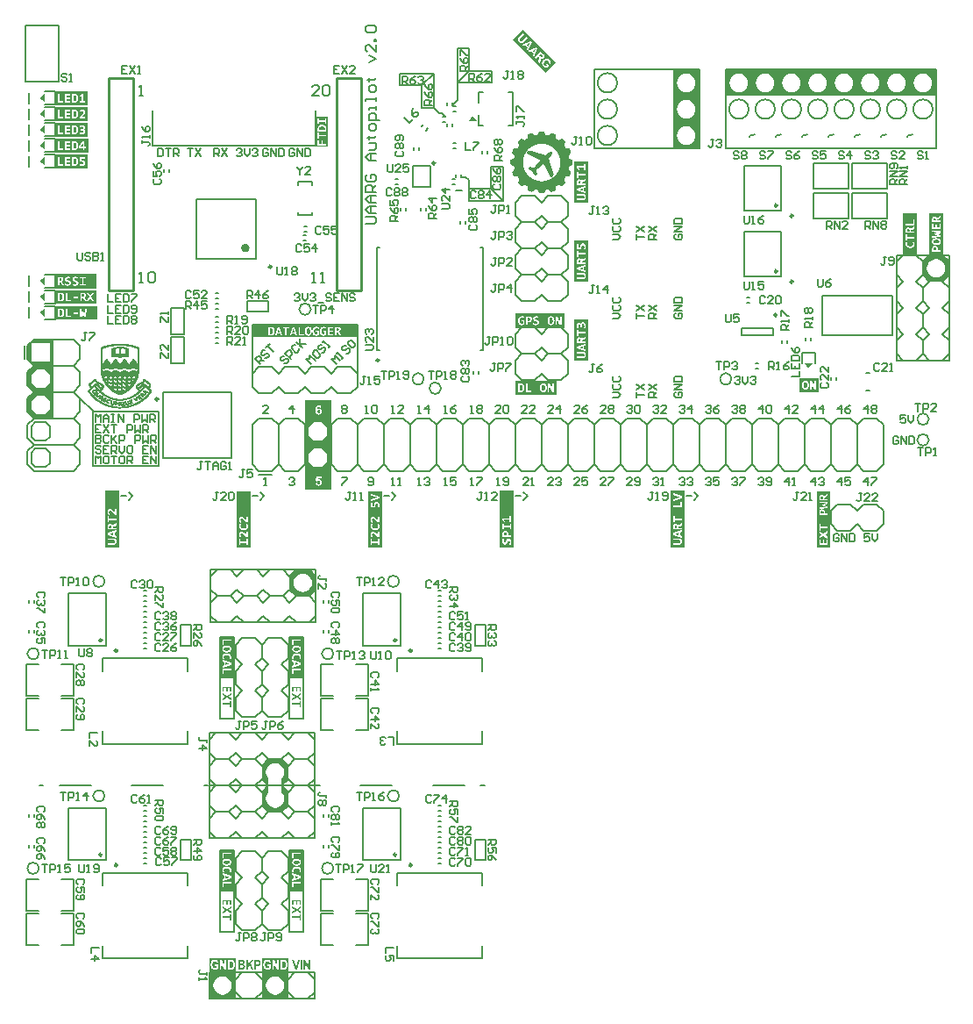
<source format=gto>
G04 Layer_Color=65535*
%FSLAX25Y25*%
%MOIN*%
G70*
G01*
G75*
%ADD10C,0.00800*%
%ADD49C,0.00700*%
%ADD92C,0.00984*%
%ADD93C,0.00600*%
%ADD94C,0.00394*%
%ADD95C,0.01575*%
%ADD96C,0.00500*%
%ADD97C,0.00787*%
%ADD98C,0.01000*%
%ADD99C,0.00032*%
%ADD100C,0.00059*%
%ADD101C,0.00591*%
%ADD102R,0.05500X0.04550*%
%ADD103R,0.06000X0.04550*%
G36*
X206050Y83942D02*
X187500D01*
Y89323D01*
X206050D01*
Y83942D01*
D02*
G37*
G36*
X202893Y184632D02*
X199132Y180871D01*
X186544Y193459D01*
X190305Y197219D01*
X202893Y184632D01*
D02*
G37*
G36*
X116100Y152700D02*
X111836D01*
Y164119D01*
X116100D01*
Y152700D01*
D02*
G37*
G36*
X28247Y98941D02*
X12500D01*
Y104323D01*
X28247D01*
Y98941D01*
D02*
G37*
G36*
X121799Y80441D02*
X93000D01*
Y84823D01*
X121799D01*
Y80441D01*
D02*
G37*
G36*
X203136Y58442D02*
X187500D01*
Y63823D01*
X203136D01*
Y58442D01*
D02*
G37*
G36*
X79383Y-141161D02*
X78868D01*
Y-140266D01*
X76119D01*
Y-139635D01*
X78868D01*
Y-138739D01*
X79383D01*
Y-141161D01*
D02*
G37*
G36*
X106999Y-129637D02*
X101618D01*
Y-114375D01*
X106999D01*
Y-129637D01*
D02*
G37*
G36*
X105940Y-135341D02*
X105420D01*
Y-134001D01*
X104612D01*
Y-135276D01*
X104103D01*
Y-134001D01*
X103197D01*
Y-135341D01*
X102676D01*
Y-133375D01*
X105940D01*
Y-135341D01*
D02*
G37*
G36*
X80442Y-129637D02*
X75060D01*
Y-114375D01*
X80442D01*
Y-129637D01*
D02*
G37*
G36*
X79383Y-135341D02*
X78863D01*
Y-134001D01*
X78055D01*
Y-135276D01*
X77546D01*
Y-134001D01*
X76639D01*
Y-135341D01*
X76119D01*
Y-133375D01*
X79383D01*
Y-135341D01*
D02*
G37*
G36*
X77792Y-136745D02*
X79383Y-135809D01*
Y-136528D01*
X78254Y-137125D01*
X79383Y-137692D01*
Y-138418D01*
X77810Y-137487D01*
X76119Y-138517D01*
Y-137733D01*
X77318Y-137107D01*
X76119Y-136487D01*
Y-135744D01*
X77792Y-136745D01*
D02*
G37*
G36*
X350271Y111598D02*
X344890D01*
Y127598D01*
X350271D01*
Y111598D01*
D02*
G37*
G36*
X24972Y144447D02*
X12500D01*
Y149764D01*
X24972D01*
Y144447D01*
D02*
G37*
G36*
X25159Y150500D02*
X12500D01*
Y155764D01*
X25159D01*
Y150500D01*
D02*
G37*
G36*
X101250Y-160438D02*
X101118D01*
Y-170874D01*
X91118D01*
Y-160438D01*
Y-155560D01*
X101250D01*
Y-160438D01*
D02*
G37*
G36*
X81250D02*
X81118D01*
Y-170874D01*
X71118D01*
Y-160438D01*
Y-155560D01*
X81250D01*
Y-160438D01*
D02*
G37*
G36*
X340259Y111598D02*
X334901D01*
Y127598D01*
X340259D01*
Y111598D01*
D02*
G37*
G36*
X302818Y59457D02*
X295500D01*
Y64838D01*
X302818D01*
Y59457D01*
D02*
G37*
G36*
X28329Y93000D02*
X12500D01*
Y98264D01*
X28329D01*
Y93000D01*
D02*
G37*
G36*
X28353Y87000D02*
X12500D01*
Y92264D01*
X28353D01*
Y87000D01*
D02*
G37*
G36*
X24995Y156447D02*
X12500D01*
Y161823D01*
X24995D01*
Y156447D01*
D02*
G37*
G36*
X24989Y162500D02*
X12500D01*
Y167823D01*
X24989D01*
Y162500D01*
D02*
G37*
G36*
X25007Y168500D02*
X12500D01*
Y173788D01*
X25007D01*
Y168500D01*
D02*
G37*
G36*
X104349Y-136745D02*
X105940Y-135809D01*
Y-136528D01*
X104811Y-137125D01*
X105940Y-137692D01*
Y-138418D01*
X104367Y-137487D01*
X102676Y-138517D01*
Y-137733D01*
X103875Y-137107D01*
X102676Y-136487D01*
Y-135744D01*
X104349Y-136745D01*
D02*
G37*
G36*
X215232Y71441D02*
X209850D01*
Y87025D01*
X215232D01*
Y71441D01*
D02*
G37*
G36*
Y101441D02*
X209909D01*
Y117001D01*
X215232D01*
Y101441D01*
D02*
G37*
G36*
Y131441D02*
X209886D01*
Y147036D01*
X215232D01*
Y131441D01*
D02*
G37*
G36*
X86792Y-157581D02*
X88009Y-159874D01*
X87202D01*
X86359Y-158113D01*
X85856Y-158739D01*
Y-159874D01*
X85236D01*
Y-156124D01*
X85856D01*
Y-157791D01*
X87114Y-156124D01*
X87951D01*
X86792Y-157581D01*
D02*
G37*
G36*
X89618Y-156130D02*
X89741Y-156136D01*
X89858Y-156148D01*
X89916Y-156153D01*
X89963Y-156165D01*
X90010Y-156171D01*
X90045Y-156183D01*
X90051D01*
X90057Y-156188D01*
X90092Y-156200D01*
X90139Y-156224D01*
X90203Y-156265D01*
X90273Y-156311D01*
X90349Y-156376D01*
X90425Y-156458D01*
X90495Y-156557D01*
Y-156563D01*
X90501Y-156569D01*
X90513Y-156586D01*
X90525Y-156610D01*
X90536Y-156633D01*
X90554Y-156668D01*
X90589Y-156750D01*
X90618Y-156855D01*
X90647Y-156984D01*
X90671Y-157124D01*
X90677Y-157282D01*
Y-157288D01*
Y-157300D01*
Y-157323D01*
Y-157353D01*
X90671Y-157388D01*
Y-157429D01*
X90659Y-157522D01*
X90636Y-157628D01*
X90612Y-157745D01*
X90571Y-157856D01*
X90519Y-157967D01*
X90513Y-157979D01*
X90490Y-158008D01*
X90460Y-158061D01*
X90413Y-158113D01*
X90355Y-158177D01*
X90291Y-158242D01*
X90215Y-158300D01*
X90133Y-158347D01*
X90121Y-158353D01*
X90109Y-158359D01*
X90086Y-158365D01*
X90062Y-158371D01*
X90033Y-158382D01*
X89992Y-158394D01*
X89951Y-158400D01*
X89899Y-158412D01*
X89840Y-158423D01*
X89776Y-158435D01*
X89706Y-158441D01*
X89624Y-158447D01*
X89536Y-158452D01*
X89442Y-158458D01*
X88939D01*
Y-159874D01*
X88319D01*
Y-156124D01*
X89501D01*
X89618Y-156130D01*
D02*
G37*
G36*
X83522D02*
X83627Y-156136D01*
X83744Y-156148D01*
X83861Y-156165D01*
X83973Y-156188D01*
X84019Y-156200D01*
X84060Y-156218D01*
X84072Y-156224D01*
X84095Y-156235D01*
X84131Y-156259D01*
X84183Y-156294D01*
X84236Y-156341D01*
X84294Y-156393D01*
X84353Y-156464D01*
X84405Y-156545D01*
X84411Y-156557D01*
X84429Y-156586D01*
X84452Y-156633D01*
X84482Y-156697D01*
X84505Y-156779D01*
X84528Y-156867D01*
X84546Y-156967D01*
X84552Y-157072D01*
Y-157084D01*
Y-157119D01*
X84546Y-157171D01*
X84534Y-157236D01*
X84522Y-157312D01*
X84499Y-157394D01*
X84470Y-157475D01*
X84429Y-157563D01*
X84423Y-157575D01*
X84405Y-157598D01*
X84382Y-157639D01*
X84347Y-157686D01*
X84300Y-157739D01*
X84247Y-157791D01*
X84183Y-157838D01*
X84119Y-157885D01*
X84125D01*
X84131Y-157891D01*
X84166Y-157903D01*
X84212Y-157926D01*
X84271Y-157961D01*
X84341Y-158008D01*
X84411Y-158066D01*
X84476Y-158137D01*
X84540Y-158219D01*
X84546Y-158230D01*
X84563Y-158259D01*
X84593Y-158312D01*
X84622Y-158376D01*
X84645Y-158458D01*
X84675Y-158558D01*
X84692Y-158669D01*
X84698Y-158792D01*
Y-158798D01*
Y-158809D01*
Y-158833D01*
Y-158862D01*
X84692Y-158897D01*
X84686Y-158938D01*
X84675Y-159032D01*
X84651Y-159143D01*
X84616Y-159254D01*
X84563Y-159371D01*
X84499Y-159482D01*
Y-159488D01*
X84487Y-159494D01*
X84464Y-159529D01*
X84423Y-159576D01*
X84364Y-159628D01*
X84300Y-159693D01*
X84218Y-159751D01*
X84131Y-159798D01*
X84031Y-159833D01*
X84019D01*
X84008Y-159839D01*
X83990D01*
X83967Y-159845D01*
X83938D01*
X83896Y-159851D01*
X83856D01*
X83797Y-159856D01*
X83739Y-159862D01*
X83668D01*
X83587Y-159868D01*
X83499D01*
X83399Y-159874D01*
X82118D01*
Y-156124D01*
X83475D01*
X83522Y-156130D01*
D02*
G37*
G36*
X136801Y575D02*
X131425D01*
Y21892D01*
X136801D01*
Y575D01*
D02*
G37*
G36*
X86795Y575D02*
X81425D01*
Y21897D01*
X86795D01*
Y575D01*
D02*
G37*
G36*
X36806D02*
X31425D01*
Y22055D01*
X36806D01*
Y575D01*
D02*
G37*
G36*
X251846D02*
X246523D01*
Y22050D01*
X251846D01*
Y575D01*
D02*
G37*
G36*
X307299D02*
X302035D01*
Y21687D01*
X307299D01*
Y575D01*
D02*
G37*
G36*
X186925Y575D02*
X181543D01*
Y22032D01*
X186925D01*
Y575D01*
D02*
G37*
G36*
X105939Y-60160D02*
X105425D01*
Y-59265D01*
X102675D01*
Y-58634D01*
X105425D01*
Y-57739D01*
X105939D01*
Y-60160D01*
D02*
G37*
G36*
X106998Y-48636D02*
X101617D01*
Y-33374D01*
X106998D01*
Y-48636D01*
D02*
G37*
G36*
X79382Y-54340D02*
X78862D01*
Y-53000D01*
X78054D01*
Y-54275D01*
X77545D01*
Y-53000D01*
X76639D01*
Y-54340D01*
X76118D01*
Y-52374D01*
X79382D01*
Y-54340D01*
D02*
G37*
G36*
X105940Y-141161D02*
X105426D01*
Y-140266D01*
X102676D01*
Y-139635D01*
X105426D01*
Y-138739D01*
X105940D01*
Y-141161D01*
D02*
G37*
G36*
X105939Y-54340D02*
X105419D01*
Y-53000D01*
X104612D01*
Y-54275D01*
X104103D01*
Y-53000D01*
X103196D01*
Y-54340D01*
X102675D01*
Y-52374D01*
X105939D01*
Y-54340D01*
D02*
G37*
G36*
X104348Y-55744D02*
X105939Y-54808D01*
Y-55527D01*
X104811Y-56124D01*
X105939Y-56691D01*
Y-57417D01*
X104366Y-56487D01*
X102675Y-57516D01*
Y-56732D01*
X103875Y-56106D01*
X102675Y-55486D01*
Y-54743D01*
X104348Y-55744D01*
D02*
G37*
G36*
X109445Y-159874D02*
X108819D01*
X107585Y-157429D01*
Y-159874D01*
X107006D01*
Y-156124D01*
X107608D01*
X108866Y-158634D01*
Y-156124D01*
X109445D01*
Y-159874D01*
D02*
G37*
G36*
X104385D02*
X103712D01*
X102618Y-156124D01*
X103291D01*
X104069Y-158903D01*
X104818Y-156124D01*
X105485D01*
X104385Y-159874D01*
D02*
G37*
G36*
X106397D02*
X105777D01*
Y-156124D01*
X106397D01*
Y-159874D01*
D02*
G37*
G36*
X77791Y-55744D02*
X79382Y-54808D01*
Y-55527D01*
X78253Y-56124D01*
X79382Y-56691D01*
Y-57417D01*
X77809Y-56487D01*
X76118Y-57516D01*
Y-56732D01*
X77317Y-56106D01*
X76118Y-55486D01*
Y-54743D01*
X77791Y-55744D01*
D02*
G37*
G36*
X79382Y-60160D02*
X78868D01*
Y-59265D01*
X76118D01*
Y-58634D01*
X78868D01*
Y-57739D01*
X79382D01*
Y-60160D01*
D02*
G37*
G36*
X80441Y-48636D02*
X75060D01*
Y-33374D01*
X80441D01*
Y-48636D01*
D02*
G37*
G36*
X101118Y-82374D02*
X101118Y-87512D01*
X98618Y-89846D01*
Y-87366D01*
X99176Y-86639D01*
X99528Y-85788D01*
X99619Y-85104D01*
Y-84874D01*
Y-84645D01*
X99528Y-83961D01*
X99176Y-83109D01*
X98615Y-82378D01*
X97884Y-81817D01*
X97032Y-81464D01*
X96348Y-81374D01*
X95889D01*
X95205Y-81464D01*
X94353Y-81817D01*
X93622Y-82378D01*
X93061Y-83109D01*
X92709Y-83961D01*
X92619Y-84645D01*
Y-84874D01*
Y-85104D01*
X92709Y-85788D01*
X93061Y-86639D01*
X93618Y-87365D01*
Y-89819D01*
X91146Y-87346D01*
Y-82374D01*
X93480Y-79874D01*
X98618D01*
X101118Y-82374D01*
D02*
G37*
G36*
X12000Y49500D02*
X4500D01*
X2000Y52000D01*
Y57000D01*
X4500Y59500D01*
X2000Y62000D01*
Y67000D01*
X4500Y69500D01*
X2000Y72000D01*
Y77000D01*
X4500Y79500D01*
X12000D01*
Y49500D01*
D02*
G37*
G36*
X257500Y152000D02*
X247500D01*
Y182000D01*
X257500D01*
Y152000D01*
D02*
G37*
G36*
X8484Y145638D02*
X6516Y147213D01*
X8484Y148787D01*
Y145638D01*
D02*
G37*
G36*
Y151638D02*
X6516Y153213D01*
X8484Y154787D01*
Y151638D01*
D02*
G37*
G36*
X347500Y172000D02*
X267500D01*
Y182000D01*
X347500D01*
Y172000D01*
D02*
G37*
G36*
X172913Y162374D02*
X169764D01*
X171339Y164342D01*
X172913Y162374D01*
D02*
G37*
G36*
X8484Y157638D02*
X6516Y159213D01*
X8484Y160787D01*
Y157638D01*
D02*
G37*
G36*
X111618Y-10374D02*
X111618Y-15512D01*
X109118Y-17846D01*
X104146D01*
X101646Y-15346D01*
Y-10374D01*
X103980Y-7874D01*
X109118D01*
X111618Y-10374D01*
D02*
G37*
G36*
X8484Y169638D02*
X6516Y171213D01*
X8484Y172787D01*
Y169638D01*
D02*
G37*
G36*
Y163638D02*
X6516Y165213D01*
X8484Y166787D01*
Y163638D01*
D02*
G37*
G36*
Y94138D02*
X6516Y95713D01*
X8484Y97287D01*
Y94138D01*
D02*
G37*
G36*
Y88138D02*
X6516Y89713D01*
X8484Y91287D01*
Y88138D01*
D02*
G37*
G36*
X352500Y109000D02*
X352500Y103862D01*
X350000Y101528D01*
X345027D01*
X342528Y104028D01*
Y109000D01*
X344862Y111500D01*
X350000D01*
X352500Y109000D01*
D02*
G37*
G36*
X8484Y100138D02*
X6516Y101713D01*
X8484Y103287D01*
Y100138D01*
D02*
G37*
G36*
X101118Y-92374D02*
X101118Y-97512D01*
X98618Y-99847D01*
X93646D01*
X91146Y-97346D01*
Y-92374D01*
X93480Y-89874D01*
X93618D01*
Y-92384D01*
X93061Y-93109D01*
X92709Y-93961D01*
X92619Y-94645D01*
Y-94874D01*
Y-95104D01*
X92709Y-95788D01*
X93061Y-96639D01*
X93622Y-97371D01*
X94353Y-97932D01*
X95205Y-98284D01*
X95889Y-98374D01*
X96348D01*
X97032Y-98284D01*
X97884Y-97932D01*
X98615Y-97371D01*
X99176Y-96639D01*
X99528Y-95788D01*
X99619Y-95104D01*
Y-94874D01*
Y-94645D01*
X99528Y-93961D01*
X99176Y-93109D01*
X98618Y-92382D01*
Y-89874D01*
X101118Y-92374D01*
D02*
G37*
G36*
X117500Y22500D02*
X115368D01*
Y22436D01*
X110000D01*
Y22500D01*
X107500D01*
Y56500D01*
X117500D01*
Y22500D01*
D02*
G37*
G36*
X299000Y68532D02*
X297425Y70500D01*
X300575D01*
X299000Y68532D01*
D02*
G37*
%LPC*%
G36*
X8500Y68000D02*
X5500D01*
X3500Y66000D01*
Y63000D01*
X5500Y61000D01*
X8500D01*
X10500Y63000D01*
Y66000D01*
X8500Y68000D01*
D02*
G37*
G36*
X77769Y-120716D02*
X77698D01*
X77552Y-120722D01*
X77418Y-120734D01*
X77295Y-120745D01*
X77195Y-120763D01*
X77108Y-120780D01*
X77072Y-120786D01*
X77043Y-120798D01*
X77020Y-120804D01*
X77002D01*
X76996Y-120810D01*
X76990D01*
X76879Y-120851D01*
X76786Y-120891D01*
X76698Y-120938D01*
X76622Y-120985D01*
X76564Y-121026D01*
X76517Y-121061D01*
X76493Y-121085D01*
X76482Y-121090D01*
X76411Y-121167D01*
X76347Y-121242D01*
X76294Y-121319D01*
X76248Y-121389D01*
X76218Y-121453D01*
X76189Y-121500D01*
X76177Y-121535D01*
X76171Y-121547D01*
X76136Y-121652D01*
X76113Y-121763D01*
X76095Y-121869D01*
X76084Y-121962D01*
X76078Y-122050D01*
X76072Y-122114D01*
Y-122138D01*
Y-122155D01*
Y-122167D01*
Y-122173D01*
Y-122255D01*
X76078Y-122331D01*
X76084Y-122407D01*
X76095Y-122465D01*
X76101Y-122518D01*
X76107Y-122559D01*
X76113Y-122582D01*
Y-122594D01*
X76148Y-122746D01*
X76171Y-122822D01*
X76195Y-122886D01*
X76213Y-122939D01*
X76230Y-122986D01*
X76236Y-123009D01*
X76242Y-123021D01*
X76815D01*
X76786Y-122957D01*
X76762Y-122892D01*
X76751Y-122869D01*
X76745Y-122851D01*
X76739Y-122840D01*
Y-122834D01*
X76716Y-122764D01*
X76692Y-122705D01*
X76686Y-122676D01*
X76680Y-122658D01*
X76675Y-122646D01*
Y-122641D01*
X76657Y-122571D01*
X76645Y-122512D01*
X76639Y-122483D01*
Y-122465D01*
X76634Y-122453D01*
Y-122448D01*
X76628Y-122383D01*
X76622Y-122325D01*
Y-122301D01*
Y-122284D01*
Y-122278D01*
Y-122272D01*
X76628Y-122190D01*
X76634Y-122108D01*
X76645Y-122044D01*
X76663Y-121985D01*
X76675Y-121933D01*
X76686Y-121898D01*
X76692Y-121874D01*
X76698Y-121869D01*
X76727Y-121810D01*
X76762Y-121757D01*
X76797Y-121711D01*
X76833Y-121670D01*
X76868Y-121640D01*
X76891Y-121611D01*
X76909Y-121599D01*
X76915Y-121593D01*
X76973Y-121558D01*
X77031Y-121523D01*
X77090Y-121500D01*
X77148Y-121476D01*
X77195Y-121459D01*
X77236Y-121447D01*
X77260Y-121436D01*
X77271D01*
X77435Y-121406D01*
X77511Y-121400D01*
X77587Y-121395D01*
X77652Y-121389D01*
X77839D01*
X77921Y-121395D01*
X78003Y-121406D01*
X78067Y-121412D01*
X78125Y-121424D01*
X78166Y-121430D01*
X78190Y-121436D01*
X78202D01*
X78277Y-121459D01*
X78348Y-121482D01*
X78406Y-121512D01*
X78465Y-121535D01*
X78506Y-121558D01*
X78535Y-121576D01*
X78558Y-121588D01*
X78564Y-121593D01*
X78617Y-121634D01*
X78664Y-121681D01*
X78705Y-121722D01*
X78740Y-121769D01*
X78763Y-121804D01*
X78781Y-121833D01*
X78792Y-121857D01*
X78798Y-121863D01*
X78827Y-121927D01*
X78851Y-121991D01*
X78863Y-122062D01*
X78874Y-122126D01*
X78880Y-122178D01*
X78886Y-122220D01*
Y-122249D01*
Y-122260D01*
X78880Y-122383D01*
X78874Y-122442D01*
X78863Y-122494D01*
X78857Y-122541D01*
X78845Y-122576D01*
X78839Y-122606D01*
Y-122611D01*
X78798Y-122758D01*
X78775Y-122828D01*
X78751Y-122886D01*
X78734Y-122945D01*
X78716Y-122986D01*
X78705Y-123009D01*
X78699Y-123021D01*
X79307D01*
X79330Y-122945D01*
X79348Y-122880D01*
X79354Y-122851D01*
X79360Y-122834D01*
X79366Y-122822D01*
Y-122816D01*
X79383Y-122746D01*
X79395Y-122682D01*
Y-122658D01*
X79401Y-122641D01*
Y-122629D01*
Y-122623D01*
X79412Y-122553D01*
X79418Y-122494D01*
X79424Y-122465D01*
Y-122448D01*
Y-122436D01*
Y-122430D01*
X79430Y-122354D01*
Y-122290D01*
Y-122260D01*
Y-122237D01*
Y-122225D01*
Y-122220D01*
X79424Y-122091D01*
X79412Y-121974D01*
X79395Y-121863D01*
X79372Y-121775D01*
X79348Y-121693D01*
X79330Y-121634D01*
X79325Y-121617D01*
X79319Y-121599D01*
X79313Y-121593D01*
Y-121588D01*
X79266Y-121488D01*
X79214Y-121400D01*
X79155Y-121319D01*
X79102Y-121248D01*
X79050Y-121190D01*
X79009Y-121149D01*
X78985Y-121125D01*
X78974Y-121114D01*
X78886Y-121044D01*
X78792Y-120985D01*
X78705Y-120932D01*
X78617Y-120891D01*
X78541Y-120856D01*
X78482Y-120833D01*
X78459Y-120827D01*
X78441Y-120821D01*
X78435Y-120816D01*
X78430D01*
X78307Y-120780D01*
X78178Y-120757D01*
X78055Y-120739D01*
X77944Y-120728D01*
X77845Y-120722D01*
X77804D01*
X77769Y-120716D01*
D02*
G37*
G36*
X76119Y-123331D02*
Y-123939D01*
X76762Y-124127D01*
Y-125267D01*
X76119Y-125449D01*
Y-126127D01*
X79383Y-125162D01*
Y-124302D01*
X76119Y-123331D01*
D02*
G37*
G36*
X79383Y-126630D02*
X76119D01*
Y-128637D01*
X76645D01*
Y-127256D01*
X79383D01*
Y-126630D01*
D02*
G37*
G36*
X105940Y-115375D02*
X102676D01*
Y-117382D01*
X103202D01*
Y-116001D01*
X105940D01*
Y-115375D01*
D02*
G37*
G36*
X112821Y54539D02*
X112783D01*
X112681Y54533D01*
X112579Y54523D01*
X112488Y54501D01*
X112397Y54474D01*
X112316Y54437D01*
X112241Y54405D01*
X112171Y54362D01*
X112107Y54324D01*
X112048Y54286D01*
X111999Y54243D01*
X111956Y54211D01*
X111919Y54179D01*
X111892Y54147D01*
X111871Y54125D01*
X111860Y54115D01*
X111854Y54109D01*
X111790Y54023D01*
X111736Y53927D01*
X111688Y53819D01*
X111650Y53712D01*
X111613Y53594D01*
X111586Y53476D01*
X111543Y53250D01*
X111532Y53137D01*
X111521Y53041D01*
X111511Y52944D01*
X111505Y52869D01*
X111500Y52799D01*
Y52751D01*
Y52718D01*
Y52713D01*
Y52708D01*
X111505Y52536D01*
X111516Y52380D01*
X111532Y52230D01*
X111554Y52096D01*
X111581Y51972D01*
X111607Y51865D01*
X111640Y51762D01*
X111672Y51677D01*
X111699Y51596D01*
X111731Y51532D01*
X111758Y51473D01*
X111785Y51430D01*
X111806Y51392D01*
X111822Y51371D01*
X111833Y51354D01*
X111838Y51349D01*
X111903Y51274D01*
X111973Y51215D01*
X112048Y51156D01*
X112123Y51113D01*
X112193Y51070D01*
X112268Y51038D01*
X112338Y51011D01*
X112408Y50989D01*
X112472Y50968D01*
X112531Y50957D01*
X112585Y50946D01*
X112628Y50941D01*
X112665D01*
X112698Y50936D01*
X112719D01*
X112810Y50941D01*
X112896Y50952D01*
X112977Y50968D01*
X113052Y50984D01*
X113127Y51011D01*
X113192Y51038D01*
X113256Y51064D01*
X113310Y51097D01*
X113358Y51129D01*
X113406Y51156D01*
X113444Y51183D01*
X113471Y51209D01*
X113498Y51226D01*
X113514Y51242D01*
X113524Y51252D01*
X113530Y51258D01*
X113589Y51322D01*
X113637Y51392D01*
X113680Y51462D01*
X113718Y51532D01*
X113750Y51607D01*
X113771Y51677D01*
X113814Y51816D01*
X113825Y51881D01*
X113836Y51940D01*
X113841Y51993D01*
X113847Y52036D01*
X113852Y52074D01*
Y52106D01*
Y52122D01*
Y52128D01*
X113847Y52219D01*
X113841Y52310D01*
X113825Y52396D01*
X113804Y52471D01*
X113782Y52547D01*
X113755Y52616D01*
X113728Y52681D01*
X113702Y52735D01*
X113670Y52788D01*
X113643Y52831D01*
X113616Y52869D01*
X113594Y52901D01*
X113573Y52928D01*
X113557Y52944D01*
X113551Y52955D01*
X113546Y52960D01*
X113487Y53019D01*
X113428Y53067D01*
X113369Y53110D01*
X113304Y53148D01*
X113245Y53180D01*
X113186Y53207D01*
X113073Y53245D01*
X112977Y53272D01*
X112934Y53277D01*
X112896Y53282D01*
X112869Y53288D01*
X112826D01*
X112757Y53282D01*
X112692Y53277D01*
X112569Y53239D01*
X112461Y53191D01*
X112370Y53137D01*
X112300Y53084D01*
X112241Y53035D01*
X112225Y53014D01*
X112209Y52998D01*
X112204Y52992D01*
X112198Y52987D01*
X112209Y53094D01*
X112220Y53196D01*
X112230Y53288D01*
X112241Y53368D01*
X112257Y53443D01*
X112273Y53508D01*
X112289Y53567D01*
X112305Y53615D01*
X112316Y53658D01*
X112332Y53696D01*
X112348Y53723D01*
X112359Y53749D01*
X112365Y53765D01*
X112375Y53776D01*
X112381Y53787D01*
X112440Y53851D01*
X112499Y53900D01*
X112563Y53932D01*
X112622Y53959D01*
X112671Y53970D01*
X112708Y53975D01*
X112735Y53980D01*
X112746D01*
X112805Y53975D01*
X112853Y53964D01*
X112896Y53948D01*
X112934Y53932D01*
X112966Y53916D01*
X112987Y53900D01*
X112998Y53889D01*
X113004Y53884D01*
X113041Y53846D01*
X113068Y53798D01*
X113090Y53749D01*
X113106Y53701D01*
X113116Y53658D01*
X113127Y53621D01*
X113133Y53599D01*
Y53588D01*
X113788Y53658D01*
X113750Y53808D01*
X113702Y53943D01*
X113648Y54056D01*
X113589Y54147D01*
X113535Y54222D01*
X113492Y54270D01*
X113460Y54303D01*
X113455Y54313D01*
X113449D01*
X113347Y54388D01*
X113234Y54442D01*
X113122Y54485D01*
X113020Y54512D01*
X112923Y54528D01*
X112885Y54533D01*
X112853D01*
X112821Y54539D01*
D02*
G37*
G36*
X104326Y-120716D02*
X104255D01*
X104109Y-120722D01*
X103975Y-120734D01*
X103852Y-120745D01*
X103752Y-120763D01*
X103665Y-120780D01*
X103630Y-120786D01*
X103600Y-120798D01*
X103577Y-120804D01*
X103559D01*
X103553Y-120810D01*
X103548D01*
X103437Y-120851D01*
X103343Y-120891D01*
X103255Y-120938D01*
X103179Y-120985D01*
X103121Y-121026D01*
X103074Y-121061D01*
X103050Y-121085D01*
X103039Y-121090D01*
X102969Y-121167D01*
X102904Y-121242D01*
X102851Y-121319D01*
X102805Y-121389D01*
X102775Y-121453D01*
X102746Y-121500D01*
X102734Y-121535D01*
X102729Y-121547D01*
X102693Y-121652D01*
X102670Y-121763D01*
X102653Y-121869D01*
X102641Y-121962D01*
X102635Y-122050D01*
X102629Y-122114D01*
Y-122138D01*
Y-122155D01*
Y-122167D01*
Y-122173D01*
Y-122255D01*
X102635Y-122331D01*
X102641Y-122407D01*
X102653Y-122465D01*
X102658Y-122518D01*
X102664Y-122559D01*
X102670Y-122582D01*
Y-122594D01*
X102705Y-122746D01*
X102729Y-122822D01*
X102752Y-122886D01*
X102770Y-122939D01*
X102787Y-122986D01*
X102793Y-123009D01*
X102799Y-123021D01*
X103372D01*
X103343Y-122957D01*
X103320Y-122892D01*
X103308Y-122869D01*
X103302Y-122851D01*
X103296Y-122840D01*
Y-122834D01*
X103273Y-122764D01*
X103249Y-122705D01*
X103243Y-122676D01*
X103238Y-122658D01*
X103232Y-122646D01*
Y-122641D01*
X103214Y-122571D01*
X103202Y-122512D01*
X103197Y-122483D01*
Y-122465D01*
X103191Y-122453D01*
Y-122448D01*
X103185Y-122383D01*
X103179Y-122325D01*
Y-122301D01*
Y-122284D01*
Y-122278D01*
Y-122272D01*
X103185Y-122190D01*
X103191Y-122108D01*
X103202Y-122044D01*
X103220Y-121985D01*
X103232Y-121933D01*
X103243Y-121898D01*
X103249Y-121874D01*
X103255Y-121869D01*
X103284Y-121810D01*
X103320Y-121757D01*
X103355Y-121711D01*
X103390Y-121670D01*
X103425Y-121640D01*
X103448Y-121611D01*
X103466Y-121599D01*
X103472Y-121593D01*
X103530Y-121558D01*
X103589Y-121523D01*
X103647Y-121500D01*
X103706Y-121476D01*
X103752Y-121459D01*
X103793Y-121447D01*
X103817Y-121436D01*
X103828D01*
X103992Y-121406D01*
X104068Y-121400D01*
X104144Y-121395D01*
X104209Y-121389D01*
X104396D01*
X104478Y-121395D01*
X104560Y-121406D01*
X104624Y-121412D01*
X104683Y-121424D01*
X104724Y-121430D01*
X104747Y-121436D01*
X104759D01*
X104835Y-121459D01*
X104905Y-121482D01*
X104963Y-121512D01*
X105022Y-121535D01*
X105063Y-121558D01*
X105092Y-121576D01*
X105115Y-121588D01*
X105121Y-121593D01*
X105174Y-121634D01*
X105221Y-121681D01*
X105262Y-121722D01*
X105297Y-121769D01*
X105320Y-121804D01*
X105338Y-121833D01*
X105349Y-121857D01*
X105355Y-121863D01*
X105385Y-121927D01*
X105408Y-121991D01*
X105420Y-122062D01*
X105431Y-122126D01*
X105437Y-122178D01*
X105443Y-122220D01*
Y-122249D01*
Y-122260D01*
X105437Y-122383D01*
X105431Y-122442D01*
X105420Y-122494D01*
X105414Y-122541D01*
X105402Y-122576D01*
X105396Y-122606D01*
Y-122611D01*
X105355Y-122758D01*
X105332Y-122828D01*
X105308Y-122886D01*
X105291Y-122945D01*
X105273Y-122986D01*
X105262Y-123009D01*
X105256Y-123021D01*
X105864D01*
X105888Y-122945D01*
X105905Y-122880D01*
X105911Y-122851D01*
X105917Y-122834D01*
X105923Y-122822D01*
Y-122816D01*
X105940Y-122746D01*
X105952Y-122682D01*
Y-122658D01*
X105958Y-122641D01*
Y-122629D01*
Y-122623D01*
X105970Y-122553D01*
X105975Y-122494D01*
X105981Y-122465D01*
Y-122448D01*
Y-122436D01*
Y-122430D01*
X105987Y-122354D01*
Y-122290D01*
Y-122260D01*
Y-122237D01*
Y-122225D01*
Y-122220D01*
X105981Y-122091D01*
X105970Y-121974D01*
X105952Y-121863D01*
X105929Y-121775D01*
X105905Y-121693D01*
X105888Y-121634D01*
X105882Y-121617D01*
X105876Y-121599D01*
X105870Y-121593D01*
Y-121588D01*
X105823Y-121488D01*
X105771Y-121400D01*
X105712Y-121319D01*
X105659Y-121248D01*
X105607Y-121190D01*
X105566Y-121149D01*
X105543Y-121125D01*
X105531Y-121114D01*
X105443Y-121044D01*
X105349Y-120985D01*
X105262Y-120932D01*
X105174Y-120891D01*
X105098Y-120856D01*
X105039Y-120833D01*
X105016Y-120827D01*
X104998Y-120821D01*
X104993Y-120816D01*
X104987D01*
X104864Y-120780D01*
X104735Y-120757D01*
X104612Y-120739D01*
X104501Y-120728D01*
X104402Y-120722D01*
X104361D01*
X104326Y-120716D01*
D02*
G37*
G36*
X104367Y-117791D02*
X104291D01*
X104144Y-117797D01*
X104004Y-117803D01*
X103869Y-117820D01*
X103752Y-117844D01*
X103641Y-117867D01*
X103536Y-117891D01*
X103442Y-117920D01*
X103360Y-117955D01*
X103284Y-117984D01*
X103226Y-118013D01*
X103167Y-118037D01*
X103126Y-118060D01*
X103091Y-118084D01*
X103062Y-118101D01*
X103050Y-118107D01*
X103044Y-118113D01*
X102969Y-118177D01*
X102904Y-118247D01*
X102846Y-118323D01*
X102799Y-118399D01*
X102758Y-118481D01*
X102723Y-118563D01*
X102693Y-118639D01*
X102670Y-118721D01*
X102653Y-118791D01*
X102641Y-118862D01*
X102629Y-118926D01*
X102623Y-118979D01*
Y-119019D01*
X102618Y-119055D01*
Y-119078D01*
Y-119084D01*
X102623Y-119183D01*
X102635Y-119283D01*
X102647Y-119370D01*
X102670Y-119447D01*
X102688Y-119511D01*
X102699Y-119558D01*
X102711Y-119587D01*
X102717Y-119599D01*
X102758Y-119686D01*
X102805Y-119768D01*
X102857Y-119844D01*
X102904Y-119903D01*
X102951Y-119956D01*
X102986Y-119997D01*
X103009Y-120020D01*
X103021Y-120026D01*
X103103Y-120090D01*
X103191Y-120149D01*
X103284Y-120195D01*
X103366Y-120236D01*
X103442Y-120271D01*
X103501Y-120295D01*
X103524Y-120301D01*
X103542Y-120307D01*
X103548Y-120312D01*
X103553D01*
X103676Y-120347D01*
X103811Y-120371D01*
X103940Y-120394D01*
X104057Y-120406D01*
X104162Y-120412D01*
X104209D01*
X104244Y-120418D01*
X104320D01*
X104466Y-120412D01*
X104606Y-120406D01*
X104741Y-120388D01*
X104858Y-120365D01*
X104969Y-120342D01*
X105075Y-120312D01*
X105168Y-120283D01*
X105250Y-120254D01*
X105326Y-120225D01*
X105390Y-120195D01*
X105443Y-120166D01*
X105484Y-120143D01*
X105519Y-120119D01*
X105548Y-120102D01*
X105560Y-120096D01*
X105566Y-120090D01*
X105642Y-120026D01*
X105706Y-119956D01*
X105765Y-119879D01*
X105817Y-119803D01*
X105858Y-119721D01*
X105894Y-119640D01*
X105923Y-119564D01*
X105946Y-119482D01*
X105964Y-119412D01*
X105975Y-119341D01*
X105987Y-119277D01*
X105993Y-119224D01*
X105999Y-119183D01*
Y-119148D01*
Y-119125D01*
Y-119119D01*
X105993Y-119019D01*
X105981Y-118920D01*
X105964Y-118832D01*
X105946Y-118756D01*
X105929Y-118692D01*
X105911Y-118639D01*
X105899Y-118610D01*
X105894Y-118598D01*
X105852Y-118511D01*
X105806Y-118429D01*
X105753Y-118359D01*
X105700Y-118300D01*
X105654Y-118247D01*
X105619Y-118212D01*
X105595Y-118183D01*
X105583Y-118177D01*
X105501Y-118113D01*
X105414Y-118054D01*
X105326Y-118008D01*
X105244Y-117966D01*
X105168Y-117931D01*
X105110Y-117908D01*
X105086Y-117902D01*
X105069Y-117896D01*
X105063Y-117891D01*
X105057D01*
X104934Y-117855D01*
X104799Y-117832D01*
X104671Y-117814D01*
X104554Y-117803D01*
X104448Y-117797D01*
X104402D01*
X104367Y-117791D01*
D02*
G37*
G36*
X306299Y20687D02*
X305205Y20160D01*
X305135Y20125D01*
X305071Y20090D01*
X305018Y20055D01*
X304971Y20026D01*
X304936Y19996D01*
X304907Y19979D01*
X304895Y19967D01*
X304889Y19961D01*
X304848Y19926D01*
X304819Y19885D01*
X304796Y19850D01*
X304778Y19815D01*
X304767Y19786D01*
X304755Y19762D01*
X304749Y19751D01*
Y19745D01*
X304726Y19856D01*
X304714Y19903D01*
X304696Y19944D01*
X304685Y19979D01*
X304679Y20002D01*
X304667Y20020D01*
Y20026D01*
X304614Y20119D01*
X304585Y20154D01*
X304562Y20189D01*
X304538Y20219D01*
X304521Y20236D01*
X304509Y20248D01*
X304503Y20254D01*
X304421Y20318D01*
X304340Y20365D01*
X304310Y20383D01*
X304281Y20394D01*
X304263Y20406D01*
X304258D01*
X304146Y20435D01*
X304094Y20447D01*
X304047Y20453D01*
X304006Y20459D01*
X303942D01*
X303854Y20453D01*
X303772Y20447D01*
X303696Y20429D01*
X303638Y20418D01*
X303585Y20400D01*
X303550Y20383D01*
X303526Y20377D01*
X303520Y20371D01*
X303456Y20336D01*
X303403Y20301D01*
X303357Y20260D01*
X303316Y20219D01*
X303281Y20184D01*
X303257Y20154D01*
X303245Y20137D01*
X303240Y20131D01*
X303199Y20073D01*
X303169Y20008D01*
X303140Y19944D01*
X303117Y19885D01*
X303105Y19833D01*
X303093Y19792D01*
X303082Y19768D01*
Y19757D01*
X303052Y19587D01*
X303047Y19505D01*
X303041Y19429D01*
X303035Y19365D01*
Y19312D01*
Y19277D01*
Y19271D01*
Y19265D01*
Y18317D01*
X306299D01*
Y18932D01*
X304948D01*
Y19049D01*
X304954Y19107D01*
X304960Y19160D01*
X304971Y19207D01*
X304989Y19248D01*
X305006Y19277D01*
X305018Y19300D01*
X305024Y19318D01*
X305030Y19324D01*
X305059Y19365D01*
X305094Y19400D01*
X305170Y19458D01*
X305199Y19476D01*
X305229Y19493D01*
X305246Y19505D01*
X305252D01*
X306299Y19967D01*
Y20687D01*
D02*
G37*
G36*
X105940Y-126630D02*
X102676D01*
Y-128637D01*
X103202D01*
Y-127256D01*
X105940D01*
Y-126630D01*
D02*
G37*
G36*
X8500Y58000D02*
X5500D01*
X3500Y56000D01*
Y53000D01*
X5500Y51000D01*
X8500D01*
X10500Y53000D01*
Y56000D01*
X8500Y58000D01*
D02*
G37*
G36*
X102676Y-123331D02*
Y-123939D01*
X103320Y-124127D01*
Y-125267D01*
X102676Y-125449D01*
Y-126127D01*
X105940Y-125162D01*
Y-124302D01*
X102676Y-123331D01*
D02*
G37*
G36*
X303035Y17914D02*
Y17393D01*
X305188Y17311D01*
X305697Y17300D01*
X305270Y17177D01*
X304029Y16796D01*
Y16410D01*
X305194Y16054D01*
X305702Y15907D01*
X305129Y15884D01*
X303035Y15808D01*
Y15264D01*
X306299Y15451D01*
Y16141D01*
X305299Y16457D01*
X304878Y16568D01*
X305293Y16685D01*
X306299Y17007D01*
Y17732D01*
X303035Y17914D01*
D02*
G37*
G36*
X193200Y192834D02*
X190053Y191447D01*
X190536Y190964D01*
X191237Y191292D01*
X192151Y190377D01*
X191830Y189670D01*
X192327Y189173D01*
X193683Y192351D01*
X193200Y192834D01*
D02*
G37*
G36*
X302729Y180500D02*
X302271D01*
X301586Y180410D01*
X300735Y180057D01*
X300004Y179496D01*
X299443Y178765D01*
X299090Y177914D01*
X299000Y177229D01*
Y177000D01*
Y176771D01*
X299090Y176086D01*
X299443Y175235D01*
X300004Y174504D01*
X300735Y173943D01*
X301586Y173590D01*
X302271Y173500D01*
X302729D01*
X303414Y173590D01*
X304265Y173943D01*
X304996Y174504D01*
X305557Y175235D01*
X305910Y176086D01*
X306000Y176771D01*
Y177000D01*
Y177229D01*
X305910Y177914D01*
X305557Y178765D01*
X304996Y179496D01*
X304265Y180057D01*
X303414Y180410D01*
X302729Y180500D01*
D02*
G37*
G36*
X190267Y195767D02*
X189056Y194556D01*
X188987Y194487D01*
X188925Y194418D01*
X188863Y194356D01*
X188811Y194297D01*
X188763Y194242D01*
X188718Y194190D01*
X188680Y194145D01*
X188645Y194104D01*
X188614Y194066D01*
X188590Y194035D01*
X188566Y194004D01*
X188552Y193983D01*
X188538Y193962D01*
X188531Y193949D01*
X188524Y193942D01*
X188521Y193938D01*
X188487Y193876D01*
X188462Y193811D01*
X188438Y193745D01*
X188421Y193686D01*
X188411Y193635D01*
X188404Y193593D01*
X188400Y193569D01*
X188397Y193559D01*
Y193476D01*
Y193393D01*
X188411Y193317D01*
X188421Y193245D01*
X188438Y193186D01*
X188452Y193138D01*
X188462Y193107D01*
Y193100D01*
X188466Y193096D01*
X188487Y193048D01*
X188511Y193003D01*
X188573Y192906D01*
X188638Y192813D01*
X188711Y192727D01*
X188776Y192648D01*
X188807Y192617D01*
X188832Y192586D01*
X188852Y192565D01*
X188870Y192548D01*
X188880Y192537D01*
X188883Y192534D01*
X188983Y192441D01*
X189077Y192361D01*
X189159Y192299D01*
X189235Y192251D01*
X189297Y192209D01*
X189325Y192196D01*
X189342Y192185D01*
X189360Y192175D01*
X189373Y192168D01*
X189380D01*
X189384Y192165D01*
X189470Y192133D01*
X189553Y192113D01*
X189629Y192099D01*
X189701Y192089D01*
X189753Y192085D01*
X189798Y192082D01*
X189829Y192085D01*
X189836D01*
X189915Y192096D01*
X189995Y192113D01*
X190064Y192140D01*
X190129Y192165D01*
X190184Y192192D01*
X190226Y192213D01*
X190253Y192227D01*
X190257Y192230D01*
X190260Y192234D01*
X190302Y192261D01*
X190347Y192292D01*
X190395Y192334D01*
X190443Y192375D01*
X190543Y192461D01*
X190647Y192551D01*
X190691Y192596D01*
X190733Y192637D01*
X190774Y192672D01*
X190809Y192706D01*
X190837Y192734D01*
X190857Y192755D01*
X190871Y192769D01*
X190874Y192772D01*
X192068Y193966D01*
X191609Y194425D01*
X190350Y193165D01*
X190302Y193117D01*
X190257Y193072D01*
X190212Y193034D01*
X190174Y192996D01*
X190102Y192931D01*
X190046Y192882D01*
X190001Y192844D01*
X189970Y192820D01*
X189950Y192806D01*
X189943Y192799D01*
X189891Y192769D01*
X189836Y192748D01*
X189784Y192737D01*
X189736Y192730D01*
X189694Y192724D01*
X189660D01*
X189636Y192727D01*
X189629D01*
X189560Y192741D01*
X189498Y192769D01*
X189436Y192803D01*
X189380Y192838D01*
X189329Y192875D01*
X189291Y192906D01*
X189277Y192920D01*
X189266Y192931D01*
X189263Y192934D01*
X189260Y192938D01*
X189197Y193007D01*
X189146Y193079D01*
X189108Y193145D01*
X189080Y193200D01*
X189059Y193248D01*
X189049Y193286D01*
X189046Y193310D01*
X189042Y193321D01*
X189039Y193393D01*
X189046Y193455D01*
X189059Y193517D01*
X189077Y193576D01*
X189097Y193617D01*
X189111Y193652D01*
X189121Y193676D01*
X189128Y193683D01*
X189142Y193704D01*
X189166Y193728D01*
X189218Y193786D01*
X189277Y193852D01*
X189339Y193914D01*
X189398Y193980D01*
X189425Y194007D01*
X189446Y194028D01*
X189467Y194049D01*
X189480Y194062D01*
X189491Y194073D01*
X189494Y194076D01*
X190726Y195308D01*
X190267Y195767D01*
D02*
G37*
G36*
X306299Y6717D02*
X304609Y5687D01*
X303035Y6617D01*
Y5892D01*
X304164Y5325D01*
X303035Y4728D01*
Y4008D01*
X304626Y4944D01*
X306299Y3944D01*
Y4687D01*
X305100Y5307D01*
X306299Y5933D01*
Y6717D01*
D02*
G37*
G36*
X195484Y190550D02*
X192338Y189163D01*
X192821Y188679D01*
X193521Y189007D01*
X194436Y188093D01*
X194115Y187385D01*
X194612Y186889D01*
X195968Y190067D01*
X195484Y190550D01*
D02*
G37*
G36*
X306299Y3540D02*
X305779D01*
Y2201D01*
X304872D01*
Y3476D01*
X304363D01*
Y2201D01*
X303556D01*
Y3540D01*
X303035D01*
Y1575D01*
X306299D01*
Y3540D01*
D02*
G37*
G36*
X185866Y12333D02*
X185322D01*
Y11613D01*
X182578D01*
Y11099D01*
X183128Y10063D01*
X183626Y10262D01*
X183228Y10987D01*
X185322D01*
Y10157D01*
X185866D01*
Y12333D01*
D02*
G37*
G36*
X205050Y88264D02*
X204488D01*
Y87358D01*
Y85918D01*
X204330Y86299D01*
X203441Y88264D01*
X202686D01*
Y85000D01*
X203248D01*
Y86012D01*
Y87363D01*
X203423Y86948D01*
X204295Y85000D01*
X205050D01*
Y88264D01*
D02*
G37*
G36*
X185866Y9402D02*
X185357D01*
Y8683D01*
X183105D01*
Y9402D01*
X182602D01*
Y7337D01*
X183105D01*
Y8057D01*
X185357D01*
Y7337D01*
X185866D01*
Y9402D01*
D02*
G37*
G36*
X113712Y27474D02*
X111924D01*
X111581Y25638D01*
X112123Y25563D01*
X112166Y25606D01*
X112214Y25649D01*
X112300Y25713D01*
X112391Y25756D01*
X112472Y25788D01*
X112542Y25810D01*
X112601Y25815D01*
X112622Y25820D01*
X112649D01*
X112730Y25815D01*
X112805Y25794D01*
X112869Y25767D01*
X112923Y25740D01*
X112966Y25708D01*
X112998Y25681D01*
X113020Y25659D01*
X113025Y25654D01*
X113073Y25589D01*
X113111Y25509D01*
X113138Y25428D01*
X113159Y25348D01*
X113170Y25278D01*
X113175Y25219D01*
Y25197D01*
Y25181D01*
Y25171D01*
Y25165D01*
X113170Y25047D01*
X113154Y24940D01*
X113127Y24854D01*
X113100Y24779D01*
X113073Y24725D01*
X113047Y24682D01*
X113030Y24660D01*
X113025Y24650D01*
X112966Y24591D01*
X112907Y24553D01*
X112848Y24521D01*
X112789Y24499D01*
X112741Y24489D01*
X112703Y24483D01*
X112676Y24478D01*
X112665D01*
X112601Y24483D01*
X112536Y24499D01*
X112483Y24521D01*
X112434Y24542D01*
X112391Y24564D01*
X112365Y24585D01*
X112343Y24601D01*
X112338Y24607D01*
X112289Y24660D01*
X112252Y24720D01*
X112225Y24784D01*
X112204Y24838D01*
X112187Y24891D01*
X112177Y24934D01*
X112171Y24961D01*
Y24972D01*
X111500Y24902D01*
X111516Y24822D01*
X111532Y24746D01*
X111581Y24601D01*
X111640Y24483D01*
X111704Y24381D01*
X111736Y24338D01*
X111763Y24301D01*
X111790Y24269D01*
X111817Y24242D01*
X111838Y24220D01*
X111854Y24204D01*
X111860Y24199D01*
X111865Y24193D01*
X111924Y24150D01*
X111989Y24107D01*
X112118Y24043D01*
X112252Y24000D01*
X112375Y23968D01*
X112434Y23957D01*
X112488Y23952D01*
X112536Y23941D01*
X112579D01*
X112612Y23936D01*
X112660D01*
X112773Y23941D01*
X112875Y23957D01*
X112977Y23979D01*
X113068Y24005D01*
X113154Y24043D01*
X113229Y24081D01*
X113304Y24124D01*
X113369Y24167D01*
X113423Y24209D01*
X113476Y24252D01*
X113519Y24290D01*
X113551Y24328D01*
X113578Y24354D01*
X113600Y24376D01*
X113610Y24392D01*
X113616Y24397D01*
X113659Y24462D01*
X113702Y24532D01*
X113761Y24666D01*
X113809Y24795D01*
X113836Y24918D01*
X113847Y24972D01*
X113857Y25020D01*
X113863Y25063D01*
Y25101D01*
X113868Y25133D01*
Y25155D01*
Y25171D01*
Y25176D01*
X113863Y25273D01*
X113852Y25364D01*
X113841Y25450D01*
X113820Y25530D01*
X113793Y25606D01*
X113766Y25675D01*
X113739Y25740D01*
X113712Y25799D01*
X113680Y25853D01*
X113653Y25901D01*
X113627Y25939D01*
X113600Y25971D01*
X113578Y25998D01*
X113567Y26014D01*
X113557Y26024D01*
X113551Y26030D01*
X113492Y26089D01*
X113428Y26137D01*
X113363Y26180D01*
X113299Y26218D01*
X113234Y26250D01*
X113175Y26277D01*
X113052Y26314D01*
X112998Y26331D01*
X112950Y26341D01*
X112902Y26347D01*
X112864Y26352D01*
X112832Y26357D01*
X112789D01*
X112703Y26352D01*
X112617Y26341D01*
X112536Y26320D01*
X112472Y26304D01*
X112413Y26282D01*
X112365Y26261D01*
X112338Y26250D01*
X112327Y26245D01*
X112434Y26841D01*
X113712D01*
Y27474D01*
D02*
G37*
G36*
X201124Y88323D02*
X201060D01*
X200960Y88317D01*
X200861Y88305D01*
X200773Y88288D01*
X200697Y88270D01*
X200633Y88253D01*
X200580Y88235D01*
X200551Y88223D01*
X200539Y88218D01*
X200451Y88177D01*
X200370Y88130D01*
X200300Y88077D01*
X200241Y88024D01*
X200188Y87978D01*
X200153Y87943D01*
X200124Y87919D01*
X200118Y87907D01*
X200054Y87826D01*
X199995Y87738D01*
X199949Y87650D01*
X199908Y87568D01*
X199872Y87492D01*
X199849Y87434D01*
X199843Y87410D01*
X199837Y87393D01*
X199831Y87387D01*
Y87381D01*
X199796Y87258D01*
X199773Y87124D01*
X199755Y86995D01*
X199744Y86878D01*
X199738Y86773D01*
Y86726D01*
X199732Y86691D01*
Y86656D01*
Y86632D01*
Y86620D01*
Y86615D01*
X199738Y86468D01*
X199744Y86328D01*
X199761Y86193D01*
X199785Y86076D01*
X199808Y85965D01*
X199831Y85860D01*
X199861Y85766D01*
X199896Y85685D01*
X199925Y85608D01*
X199954Y85550D01*
X199978Y85491D01*
X200001Y85451D01*
X200025Y85415D01*
X200042Y85386D01*
X200048Y85374D01*
X200054Y85369D01*
X200118Y85293D01*
X200188Y85228D01*
X200264Y85170D01*
X200340Y85123D01*
X200422Y85082D01*
X200504Y85047D01*
X200580Y85018D01*
X200662Y84994D01*
X200732Y84977D01*
X200802Y84965D01*
X200867Y84953D01*
X200920Y84947D01*
X200960D01*
X200996Y84942D01*
X201025D01*
X201124Y84947D01*
X201224Y84959D01*
X201311Y84971D01*
X201388Y84994D01*
X201452Y85012D01*
X201499Y85023D01*
X201528Y85035D01*
X201540Y85041D01*
X201627Y85082D01*
X201709Y85129D01*
X201785Y85181D01*
X201844Y85228D01*
X201897Y85275D01*
X201937Y85310D01*
X201961Y85334D01*
X201967Y85345D01*
X202031Y85427D01*
X202090Y85515D01*
X202136Y85608D01*
X202177Y85690D01*
X202212Y85766D01*
X202236Y85825D01*
X202242Y85848D01*
X202248Y85866D01*
X202253Y85872D01*
Y85878D01*
X202288Y86000D01*
X202312Y86135D01*
X202335Y86264D01*
X202347Y86381D01*
X202353Y86486D01*
Y86533D01*
X202359Y86568D01*
Y86603D01*
Y86626D01*
Y86638D01*
Y86644D01*
X202353Y86790D01*
X202347Y86931D01*
X202329Y87065D01*
X202306Y87182D01*
X202283Y87293D01*
X202253Y87398D01*
X202224Y87492D01*
X202195Y87574D01*
X202166Y87650D01*
X202136Y87714D01*
X202107Y87767D01*
X202084Y87808D01*
X202060Y87843D01*
X202043Y87872D01*
X202037Y87884D01*
X202031Y87890D01*
X201967Y87966D01*
X201897Y88030D01*
X201820Y88089D01*
X201744Y88141D01*
X201662Y88182D01*
X201581Y88218D01*
X201504Y88247D01*
X201423Y88270D01*
X201352Y88288D01*
X201282Y88299D01*
X201218Y88311D01*
X201165Y88317D01*
X201124Y88323D01*
D02*
G37*
G36*
X192542Y88264D02*
X191536D01*
Y85000D01*
X192156D01*
Y86047D01*
X192466D01*
X192583Y86053D01*
X192694Y86059D01*
X192794Y86071D01*
X192876Y86088D01*
X192946Y86106D01*
X192999Y86117D01*
X193028Y86123D01*
X193040Y86129D01*
X193127Y86164D01*
X193209Y86205D01*
X193285Y86246D01*
X193344Y86287D01*
X193396Y86322D01*
X193431Y86351D01*
X193455Y86369D01*
X193461Y86375D01*
X193519Y86439D01*
X193572Y86498D01*
X193613Y86562D01*
X193648Y86620D01*
X193677Y86673D01*
X193695Y86714D01*
X193707Y86738D01*
X193712Y86749D01*
X193742Y86831D01*
X193765Y86913D01*
X193777Y86995D01*
X193788Y87065D01*
X193794Y87129D01*
X193800Y87182D01*
Y87211D01*
Y87223D01*
X193794Y87311D01*
X193788Y87393D01*
X193771Y87469D01*
X193759Y87533D01*
X193742Y87586D01*
X193724Y87627D01*
X193718Y87656D01*
X193712Y87662D01*
X193677Y87732D01*
X193636Y87796D01*
X193595Y87855D01*
X193549Y87902D01*
X193513Y87937D01*
X193484Y87966D01*
X193461Y87984D01*
X193455Y87989D01*
X193391Y88036D01*
X193320Y88077D01*
X193256Y88112D01*
X193192Y88141D01*
X193133Y88165D01*
X193086Y88182D01*
X193057Y88188D01*
X193045Y88194D01*
X192952Y88218D01*
X192858Y88235D01*
X192765Y88247D01*
X192677Y88258D01*
X192601D01*
X192542Y88264D01*
D02*
G37*
G36*
X114000Y48000D02*
X111000D01*
X109000Y46000D01*
Y43000D01*
X111000Y41000D01*
X114000D01*
X116000Y43000D01*
Y46000D01*
X114000Y48000D01*
D02*
G37*
G36*
X112856Y155131D02*
X112336D01*
Y153200D01*
X115600D01*
Y153826D01*
X114266D01*
Y155060D01*
X113763D01*
Y153826D01*
X112856D01*
Y155131D01*
D02*
G37*
G36*
X112850Y158173D02*
X112336D01*
Y155751D01*
X112850D01*
Y156646D01*
X115600D01*
Y157277D01*
X112850D01*
Y158173D01*
D02*
G37*
G36*
X77810Y-117791D02*
X77733D01*
X77587Y-117797D01*
X77447Y-117803D01*
X77312Y-117820D01*
X77195Y-117844D01*
X77084Y-117867D01*
X76979Y-117891D01*
X76885Y-117920D01*
X76803Y-117955D01*
X76727Y-117984D01*
X76669Y-118013D01*
X76610Y-118037D01*
X76569Y-118060D01*
X76534Y-118084D01*
X76505Y-118101D01*
X76493Y-118107D01*
X76487Y-118113D01*
X76411Y-118177D01*
X76347Y-118247D01*
X76288Y-118323D01*
X76242Y-118399D01*
X76201Y-118481D01*
X76166Y-118563D01*
X76136Y-118639D01*
X76113Y-118721D01*
X76095Y-118791D01*
X76084Y-118862D01*
X76072Y-118926D01*
X76066Y-118979D01*
Y-119019D01*
X76060Y-119055D01*
Y-119078D01*
Y-119084D01*
X76066Y-119183D01*
X76078Y-119283D01*
X76090Y-119370D01*
X76113Y-119447D01*
X76131Y-119511D01*
X76142Y-119558D01*
X76154Y-119587D01*
X76160Y-119599D01*
X76201Y-119686D01*
X76248Y-119768D01*
X76300Y-119844D01*
X76347Y-119903D01*
X76394Y-119956D01*
X76429Y-119997D01*
X76452Y-120020D01*
X76464Y-120026D01*
X76546Y-120090D01*
X76634Y-120149D01*
X76727Y-120195D01*
X76809Y-120236D01*
X76885Y-120271D01*
X76944Y-120295D01*
X76967Y-120301D01*
X76985Y-120307D01*
X76990Y-120312D01*
X76996D01*
X77119Y-120347D01*
X77254Y-120371D01*
X77382Y-120394D01*
X77500Y-120406D01*
X77605Y-120412D01*
X77652D01*
X77687Y-120418D01*
X77763D01*
X77909Y-120412D01*
X78049Y-120406D01*
X78184Y-120388D01*
X78301Y-120365D01*
X78412Y-120342D01*
X78517Y-120312D01*
X78611Y-120283D01*
X78693Y-120254D01*
X78769Y-120225D01*
X78833Y-120195D01*
X78886Y-120166D01*
X78927Y-120143D01*
X78962Y-120119D01*
X78991Y-120102D01*
X79003Y-120096D01*
X79009Y-120090D01*
X79085Y-120026D01*
X79149Y-119956D01*
X79208Y-119879D01*
X79260Y-119803D01*
X79301Y-119721D01*
X79336Y-119640D01*
X79366Y-119564D01*
X79389Y-119482D01*
X79407Y-119412D01*
X79418Y-119341D01*
X79430Y-119277D01*
X79436Y-119224D01*
X79442Y-119183D01*
Y-119148D01*
Y-119125D01*
Y-119119D01*
X79436Y-119019D01*
X79424Y-118920D01*
X79407Y-118832D01*
X79389Y-118756D01*
X79372Y-118692D01*
X79354Y-118639D01*
X79342Y-118610D01*
X79336Y-118598D01*
X79295Y-118511D01*
X79249Y-118429D01*
X79196Y-118359D01*
X79143Y-118300D01*
X79097Y-118247D01*
X79061Y-118212D01*
X79038Y-118183D01*
X79026Y-118177D01*
X78944Y-118113D01*
X78857Y-118054D01*
X78769Y-118008D01*
X78687Y-117966D01*
X78611Y-117931D01*
X78553Y-117908D01*
X78529Y-117902D01*
X78512Y-117896D01*
X78506Y-117891D01*
X78500D01*
X78377Y-117855D01*
X78242Y-117832D01*
X78114Y-117814D01*
X77997Y-117803D01*
X77891Y-117797D01*
X77845D01*
X77810Y-117791D01*
D02*
G37*
G36*
X304117Y14971D02*
X304076D01*
X303989Y14965D01*
X303907Y14960D01*
X303831Y14942D01*
X303766Y14930D01*
X303713Y14913D01*
X303673Y14895D01*
X303643Y14889D01*
X303638Y14884D01*
X303567Y14848D01*
X303503Y14807D01*
X303444Y14767D01*
X303398Y14720D01*
X303362Y14685D01*
X303333Y14655D01*
X303316Y14632D01*
X303310Y14626D01*
X303263Y14562D01*
X303222Y14492D01*
X303187Y14427D01*
X303158Y14363D01*
X303134Y14304D01*
X303117Y14258D01*
X303111Y14228D01*
X303105Y14217D01*
X303082Y14123D01*
X303064Y14029D01*
X303052Y13936D01*
X303041Y13848D01*
Y13772D01*
X303035Y13714D01*
Y13690D01*
Y13673D01*
Y13667D01*
Y13661D01*
Y12707D01*
X306299D01*
Y13327D01*
X305252D01*
Y13637D01*
X305246Y13755D01*
X305240Y13866D01*
X305229Y13965D01*
X305211Y14047D01*
X305194Y14117D01*
X305182Y14170D01*
X305176Y14199D01*
X305170Y14211D01*
X305135Y14299D01*
X305094Y14380D01*
X305053Y14457D01*
X305012Y14515D01*
X304977Y14568D01*
X304948Y14603D01*
X304930Y14626D01*
X304925Y14632D01*
X304860Y14691D01*
X304802Y14743D01*
X304737Y14784D01*
X304679Y14819D01*
X304626Y14848D01*
X304585Y14866D01*
X304562Y14878D01*
X304550Y14884D01*
X304468Y14913D01*
X304386Y14936D01*
X304304Y14948D01*
X304234Y14960D01*
X304170Y14965D01*
X304117Y14971D01*
D02*
G37*
G36*
X79383Y-115375D02*
X76119D01*
Y-117382D01*
X76645D01*
Y-116001D01*
X79383D01*
Y-115375D01*
D02*
G37*
G36*
X114000Y38000D02*
X111000D01*
X109000Y36000D01*
Y33000D01*
X111000Y31000D01*
X114000D01*
X116000Y33000D01*
Y36000D01*
X114000Y38000D01*
D02*
G37*
G36*
X199512Y186116D02*
X199366D01*
X199235Y186109D01*
X199128Y186098D01*
X199084Y186088D01*
X199042Y186081D01*
X199015Y186074D01*
X198990Y186071D01*
X198977Y186064D01*
X198970D01*
X198814Y186005D01*
X198673Y185933D01*
X198538Y185853D01*
X198424Y185774D01*
X198376Y185732D01*
X198331Y185702D01*
X198290Y185667D01*
X198259Y185636D01*
X198231Y185615D01*
X198214Y185598D01*
X198200Y185584D01*
X198197Y185581D01*
X198083Y185453D01*
X197983Y185325D01*
X197903Y185205D01*
X197865Y185146D01*
X197834Y185087D01*
X197810Y185036D01*
X197786Y184991D01*
X197765Y184949D01*
X197748Y184911D01*
X197738Y184880D01*
X197728Y184863D01*
X197724Y184846D01*
X197721Y184842D01*
X197679Y184690D01*
X197655Y184542D01*
X197648Y184404D01*
X197652Y184283D01*
X197662Y184176D01*
X197665Y184131D01*
X197676Y184093D01*
X197683Y184066D01*
X197686Y184042D01*
X197689Y184031D01*
Y184024D01*
X197714Y183945D01*
X197745Y183873D01*
X197814Y183728D01*
X197893Y183600D01*
X197969Y183483D01*
X198010Y183434D01*
X198041Y183389D01*
X198076Y183348D01*
X198107Y183317D01*
X198128Y183289D01*
X198145Y183272D01*
X198159Y183258D01*
X198162Y183255D01*
X198269Y183155D01*
X198383Y183069D01*
X198494Y182993D01*
X198594Y182927D01*
X198642Y182899D01*
X198687Y182875D01*
X198721Y182855D01*
X198752Y182837D01*
X198780Y182824D01*
X198801Y182817D01*
X198814Y182810D01*
X198818Y182806D01*
X198956Y182751D01*
X199080Y182710D01*
X199194Y182679D01*
X199291Y182658D01*
X199373Y182644D01*
X199429Y182637D01*
X199467Y182634D01*
X199480D01*
X200388Y183541D01*
X199405Y184525D01*
X199021Y184142D01*
X199542Y183621D01*
X199253Y183331D01*
X199180Y183341D01*
X199115Y183358D01*
X199049Y183376D01*
X198990Y183393D01*
X198939Y183410D01*
X198901Y183428D01*
X198877Y183438D01*
X198866Y183441D01*
X198794Y183479D01*
X198728Y183517D01*
X198670Y183555D01*
X198621Y183590D01*
X198580Y183624D01*
X198549Y183648D01*
X198531Y183666D01*
X198525Y183672D01*
X198476Y183728D01*
X198431Y183786D01*
X198390Y183842D01*
X198359Y183900D01*
X198311Y184011D01*
X198283Y184114D01*
X198269Y184162D01*
X198266Y184207D01*
X198262Y184245D01*
X198255Y184280D01*
Y184307D01*
Y184328D01*
Y184335D01*
Y184342D01*
X198266Y184414D01*
X198283Y184487D01*
X198304Y184556D01*
X198335Y184621D01*
X198404Y184759D01*
X198480Y184877D01*
X198521Y184932D01*
X198559Y184977D01*
X198594Y185018D01*
X198625Y185056D01*
X198649Y185087D01*
X198670Y185108D01*
X198683Y185122D01*
X198687Y185125D01*
X198759Y185191D01*
X198825Y185249D01*
X198897Y185301D01*
X198963Y185346D01*
X199025Y185380D01*
X199087Y185415D01*
X199142Y185443D01*
X199197Y185463D01*
X199249Y185481D01*
X199291Y185494D01*
X199329Y185505D01*
X199363Y185512D01*
X199387Y185515D01*
X199408D01*
X199418Y185519D01*
X199494D01*
X199563Y185512D01*
X199625Y185498D01*
X199684Y185481D01*
X199798Y185436D01*
X199898Y185384D01*
X199981Y185329D01*
X200012Y185305D01*
X200043Y185281D01*
X200067Y185263D01*
X200081Y185249D01*
X200091Y185239D01*
X200095Y185236D01*
X200160Y185163D01*
X200215Y185087D01*
X200253Y185015D01*
X200284Y184949D01*
X200305Y184894D01*
X200315Y184849D01*
X200322Y184821D01*
X200326Y184811D01*
X200333Y184728D01*
X200326Y184646D01*
X200315Y184573D01*
X200298Y184508D01*
X200281Y184449D01*
X200260Y184407D01*
X200247Y184380D01*
Y184373D01*
X200243Y184370D01*
X200785Y184000D01*
X200826Y184069D01*
X200861Y184145D01*
X200912Y184280D01*
X200933Y184349D01*
X200943Y184414D01*
X200957Y184476D01*
X200961Y184535D01*
X200968Y184590D01*
Y184639D01*
Y184680D01*
Y184722D01*
Y184749D01*
X200964Y184773D01*
X200961Y184784D01*
Y184791D01*
X200947Y184866D01*
X200923Y184946D01*
X200895Y185022D01*
X200864Y185094D01*
X200785Y185236D01*
X200705Y185363D01*
X200660Y185422D01*
X200619Y185470D01*
X200581Y185515D01*
X200550Y185553D01*
X200526Y185584D01*
X200502Y185608D01*
X200488Y185622D01*
X200485Y185626D01*
X200364Y185739D01*
X200247Y185829D01*
X200188Y185867D01*
X200136Y185905D01*
X200084Y185936D01*
X200036Y185964D01*
X199991Y185981D01*
X199950Y186002D01*
X199919Y186019D01*
X199884Y186033D01*
X199860Y186043D01*
X199843Y186047D01*
X199832Y186050D01*
X199829Y186053D01*
X199667Y186091D01*
X199512Y186116D01*
D02*
G37*
G36*
X197120Y188914D02*
X194853Y186647D01*
X195312Y186188D01*
X196257Y187134D01*
X196347Y187044D01*
X196402Y186989D01*
X196447Y186937D01*
X196482Y186895D01*
X196506Y186857D01*
X196527Y186830D01*
X196537Y186806D01*
X196544Y186792D01*
X196547Y186788D01*
X196565Y186750D01*
X196575Y186713D01*
X196589Y186637D01*
X196592Y186606D01*
Y186578D01*
Y186564D01*
Y186557D01*
Y186530D01*
X196585Y186495D01*
X196575Y186409D01*
X196565Y186316D01*
X196544Y186219D01*
X196527Y186126D01*
X196523Y186088D01*
X196513Y186050D01*
X196506Y186022D01*
X196502Y185998D01*
X196499Y185988D01*
Y185981D01*
X196333Y185167D01*
X196882Y184618D01*
X197048Y185336D01*
X197065Y185415D01*
X197079Y185484D01*
X197096Y185550D01*
X197106Y185615D01*
X197127Y185719D01*
X197141Y185808D01*
X197148Y185877D01*
X197151Y185922D01*
X197155Y185953D01*
Y185960D01*
Y186036D01*
X197148Y186112D01*
X197141Y186188D01*
X197131Y186254D01*
X197120Y186312D01*
X197110Y186357D01*
X197103Y186385D01*
Y186392D01*
X197099Y186395D01*
X197165Y186350D01*
X197224Y186312D01*
X197286Y186278D01*
X197344Y186254D01*
X197403Y186229D01*
X197458Y186209D01*
X197507Y186195D01*
X197555Y186181D01*
X197596Y186174D01*
X197638Y186167D01*
X197672D01*
X197700Y186160D01*
X197724Y186164D01*
X197741Y186160D01*
X197752Y186157D01*
X197755Y186160D01*
X197814Y186164D01*
X197872Y186174D01*
X197976Y186209D01*
X198076Y186254D01*
X198162Y186298D01*
X198231Y186347D01*
X198259Y186367D01*
X198283Y186392D01*
X198304Y186405D01*
X198318Y186419D01*
X198324Y186426D01*
X198328Y186430D01*
X198397Y186505D01*
X198456Y186585D01*
X198497Y186661D01*
X198531Y186730D01*
X198556Y186795D01*
X198573Y186840D01*
X198580Y186875D01*
X198583Y186885D01*
X198597Y186982D01*
X198600Y187068D01*
X198594Y187151D01*
X198583Y187223D01*
X198569Y187285D01*
X198556Y187334D01*
X198542Y187361D01*
Y187368D01*
X198538Y187372D01*
X198518Y187413D01*
X198490Y187461D01*
X198421Y187558D01*
X198349Y187658D01*
X198269Y187751D01*
X198235Y187793D01*
X198197Y187830D01*
X198162Y187865D01*
X198135Y187899D01*
X198110Y187924D01*
X198093Y187941D01*
X198079Y187955D01*
X198076Y187958D01*
X197120Y188914D01*
D02*
G37*
G36*
X114026Y161051D02*
X113927D01*
X113781Y161045D01*
X113646Y161033D01*
X113523Y161021D01*
X113418Y161004D01*
X113336Y160980D01*
X113301Y160975D01*
X113272Y160969D01*
X113248Y160963D01*
X113231Y160957D01*
X113225Y160951D01*
X113219D01*
X113108Y160910D01*
X113014Y160869D01*
X112926Y160823D01*
X112856Y160776D01*
X112798Y160735D01*
X112757Y160700D01*
X112728Y160676D01*
X112722Y160670D01*
X112652Y160594D01*
X112593Y160518D01*
X112546Y160442D01*
X112505Y160366D01*
X112476Y160302D01*
X112453Y160249D01*
X112441Y160214D01*
X112435Y160208D01*
Y160202D01*
X112400Y160091D01*
X112377Y159980D01*
X112359Y159875D01*
X112347Y159770D01*
X112342Y159682D01*
X112336Y159641D01*
Y159612D01*
Y159582D01*
Y159565D01*
Y159553D01*
Y159547D01*
Y158582D01*
X115600D01*
Y159407D01*
X115594Y159565D01*
X115582Y159705D01*
X115565Y159834D01*
X115542Y159939D01*
X115518Y160027D01*
X115512Y160062D01*
X115500Y160097D01*
X115495Y160121D01*
X115489Y160138D01*
X115483Y160144D01*
Y160150D01*
X115436Y160261D01*
X115384Y160360D01*
X115325Y160448D01*
X115272Y160518D01*
X115226Y160577D01*
X115185Y160624D01*
X115161Y160647D01*
X115149Y160659D01*
X115062Y160729D01*
X114974Y160787D01*
X114880Y160840D01*
X114799Y160881D01*
X114728Y160910D01*
X114670Y160934D01*
X114646Y160940D01*
X114629Y160945D01*
X114623Y160951D01*
X114617D01*
X114500Y160986D01*
X114377Y161010D01*
X114260Y161027D01*
X114155Y161039D01*
X114061Y161045D01*
X114026Y161051D01*
D02*
G37*
G36*
X303550Y9361D02*
X303035D01*
Y6939D01*
X303550D01*
Y7834D01*
X306299D01*
Y8466D01*
X303550D01*
Y9361D01*
D02*
G37*
G36*
X115600Y163619D02*
X115091D01*
Y162899D01*
X112839D01*
Y163619D01*
X112336D01*
Y161554D01*
X112839D01*
Y162273D01*
X115091D01*
Y161554D01*
X115600D01*
Y163619D01*
D02*
G37*
G36*
X213179Y116001D02*
X213132D01*
X213027Y115995D01*
X212939Y115984D01*
X212857Y115966D01*
X212787Y115949D01*
X212734Y115931D01*
X212693Y115913D01*
X212664Y115902D01*
X212658Y115896D01*
X212588Y115855D01*
X212529Y115808D01*
X212477Y115761D01*
X212436Y115715D01*
X212401Y115674D01*
X212371Y115644D01*
X212360Y115621D01*
X212354Y115615D01*
X212313Y115545D01*
X212284Y115481D01*
X212254Y115410D01*
X212231Y115346D01*
X212219Y115293D01*
X212208Y115252D01*
X212196Y115223D01*
Y115211D01*
X212167Y115042D01*
X212161Y114960D01*
X212155Y114884D01*
X212149Y114825D01*
Y114773D01*
Y114743D01*
Y114738D01*
Y114732D01*
Y114498D01*
X211482D01*
Y115820D01*
X210909D01*
Y113930D01*
X212646D01*
Y114568D01*
X212652Y114708D01*
X212664Y114831D01*
X212687Y114936D01*
X212711Y115018D01*
X212734Y115083D01*
X212757Y115124D01*
X212769Y115153D01*
X212775Y115159D01*
X212828Y115223D01*
X212892Y115270D01*
X212956Y115299D01*
X213021Y115323D01*
X213079Y115334D01*
X213126Y115346D01*
X213173D01*
X213261Y115340D01*
X213342Y115317D01*
X213407Y115282D01*
X213465Y115247D01*
X213512Y115211D01*
X213541Y115176D01*
X213565Y115153D01*
X213571Y115147D01*
X213617Y115065D01*
X213653Y114972D01*
X213676Y114878D01*
X213693Y114784D01*
X213705Y114702D01*
X213711Y114638D01*
Y114609D01*
Y114591D01*
Y114580D01*
Y114574D01*
X213705Y114433D01*
Y114369D01*
X213699Y114311D01*
Y114264D01*
X213693Y114229D01*
Y114199D01*
Y114194D01*
X213682Y114129D01*
X213676Y114065D01*
X213664Y114012D01*
X213653Y113965D01*
X213647Y113925D01*
X213641Y113895D01*
X213635Y113878D01*
Y113872D01*
X214167D01*
X214173Y113925D01*
X214179Y113977D01*
X214185Y114012D01*
Y114018D01*
Y114024D01*
X214191Y114088D01*
X214197Y114147D01*
X214202Y114164D01*
Y114182D01*
Y114194D01*
Y114199D01*
X214208Y114270D01*
X214214Y114328D01*
X214220Y114346D01*
Y114363D01*
Y114375D01*
Y114381D01*
X214226Y114445D01*
Y114498D01*
Y114533D01*
Y114539D01*
Y114545D01*
X214220Y114656D01*
X214214Y114767D01*
X214202Y114860D01*
X214191Y114948D01*
X214179Y115018D01*
X214167Y115071D01*
X214156Y115106D01*
Y115118D01*
X214126Y115217D01*
X214091Y115305D01*
X214056Y115381D01*
X214021Y115451D01*
X213992Y115504D01*
X213968Y115545D01*
X213951Y115574D01*
X213945Y115580D01*
X213892Y115650D01*
X213834Y115715D01*
X213775Y115767D01*
X213717Y115808D01*
X213670Y115843D01*
X213635Y115873D01*
X213612Y115884D01*
X213600Y115890D01*
X213518Y115925D01*
X213442Y115954D01*
X213360Y115972D01*
X213290Y115989D01*
X213226Y115995D01*
X213179Y116001D01*
D02*
G37*
G36*
X252729Y180500D02*
X252271D01*
X251586Y180410D01*
X250735Y180057D01*
X250004Y179496D01*
X249443Y178765D01*
X249090Y177914D01*
X249000Y177229D01*
Y177000D01*
Y176771D01*
X249090Y176086D01*
X249443Y175235D01*
X250004Y174504D01*
X250735Y173943D01*
X251586Y173590D01*
X252271Y173500D01*
X252729D01*
X253414Y173590D01*
X254265Y173943D01*
X254996Y174504D01*
X255557Y175235D01*
X255910Y176086D01*
X256000Y176771D01*
Y177000D01*
Y177229D01*
X255910Y177914D01*
X255557Y178765D01*
X254996Y179496D01*
X254265Y180057D01*
X253414Y180410D01*
X252729Y180500D01*
D02*
G37*
G36*
X211424Y113287D02*
X210909D01*
Y110865D01*
X211424D01*
Y111760D01*
X214173D01*
Y112392D01*
X211424D01*
Y113287D01*
D02*
G37*
G36*
X248038Y12421D02*
X247523D01*
Y9999D01*
X248038D01*
Y10894D01*
X250787D01*
Y11526D01*
X248038D01*
Y12421D01*
D02*
G37*
G36*
X214173Y110543D02*
X213079Y110017D01*
X213009Y109982D01*
X212945Y109947D01*
X212892Y109911D01*
X212845Y109882D01*
X212810Y109853D01*
X212781Y109835D01*
X212769Y109824D01*
X212763Y109818D01*
X212722Y109783D01*
X212693Y109742D01*
X212670Y109707D01*
X212652Y109671D01*
X212641Y109642D01*
X212629Y109619D01*
X212623Y109607D01*
Y109601D01*
X212600Y109713D01*
X212588Y109759D01*
X212570Y109800D01*
X212559Y109835D01*
X212553Y109859D01*
X212541Y109876D01*
Y109882D01*
X212488Y109976D01*
X212459Y110011D01*
X212436Y110046D01*
X212412Y110075D01*
X212395Y110093D01*
X212383Y110104D01*
X212377Y110110D01*
X212295Y110175D01*
X212213Y110221D01*
X212184Y110239D01*
X212155Y110251D01*
X212137Y110262D01*
X212132D01*
X212020Y110292D01*
X211968Y110303D01*
X211921Y110309D01*
X211880Y110315D01*
X211816D01*
X211728Y110309D01*
X211646Y110303D01*
X211570Y110286D01*
X211511Y110274D01*
X211459Y110257D01*
X211424Y110239D01*
X211400Y110233D01*
X211395Y110227D01*
X211330Y110192D01*
X211278Y110157D01*
X211231Y110116D01*
X211190Y110075D01*
X211155Y110040D01*
X211131Y110011D01*
X211120Y109993D01*
X211114Y109987D01*
X211073Y109929D01*
X211044Y109865D01*
X211014Y109800D01*
X210991Y109742D01*
X210979Y109689D01*
X210967Y109648D01*
X210956Y109625D01*
Y109613D01*
X210927Y109443D01*
X210921Y109362D01*
X210915Y109285D01*
X210909Y109221D01*
Y109168D01*
Y109133D01*
Y109127D01*
Y109122D01*
Y108174D01*
X214173D01*
Y108788D01*
X212822D01*
Y108905D01*
X212828Y108964D01*
X212834Y109016D01*
X212845Y109063D01*
X212863Y109104D01*
X212880Y109133D01*
X212892Y109157D01*
X212898Y109174D01*
X212904Y109180D01*
X212933Y109221D01*
X212968Y109256D01*
X213044Y109315D01*
X213073Y109332D01*
X213103Y109350D01*
X213120Y109362D01*
X213126D01*
X214173Y109824D01*
Y110543D01*
D02*
G37*
G36*
Y80543D02*
X213079Y80017D01*
X213009Y79982D01*
X212945Y79947D01*
X212892Y79911D01*
X212845Y79882D01*
X212810Y79853D01*
X212781Y79835D01*
X212769Y79824D01*
X212763Y79818D01*
X212722Y79783D01*
X212693Y79742D01*
X212670Y79707D01*
X212652Y79672D01*
X212641Y79642D01*
X212629Y79619D01*
X212623Y79607D01*
Y79601D01*
X212600Y79712D01*
X212588Y79759D01*
X212570Y79800D01*
X212559Y79835D01*
X212553Y79859D01*
X212541Y79876D01*
Y79882D01*
X212488Y79976D01*
X212459Y80011D01*
X212436Y80046D01*
X212412Y80075D01*
X212395Y80093D01*
X212383Y80104D01*
X212377Y80110D01*
X212295Y80175D01*
X212213Y80221D01*
X212184Y80239D01*
X212155Y80251D01*
X212137Y80262D01*
X212132D01*
X212020Y80292D01*
X211968Y80303D01*
X211921Y80309D01*
X211880Y80315D01*
X211816D01*
X211728Y80309D01*
X211646Y80303D01*
X211570Y80286D01*
X211511Y80274D01*
X211459Y80256D01*
X211424Y80239D01*
X211400Y80233D01*
X211395Y80227D01*
X211330Y80192D01*
X211278Y80157D01*
X211231Y80116D01*
X211190Y80075D01*
X211155Y80040D01*
X211131Y80011D01*
X211120Y79993D01*
X211114Y79987D01*
X211073Y79929D01*
X211044Y79865D01*
X211014Y79800D01*
X210991Y79742D01*
X210979Y79689D01*
X210967Y79648D01*
X210956Y79625D01*
Y79613D01*
X210927Y79443D01*
X210921Y79361D01*
X210915Y79285D01*
X210909Y79221D01*
Y79168D01*
Y79133D01*
Y79128D01*
Y79122D01*
Y78174D01*
X214173D01*
Y78788D01*
X212822D01*
Y78905D01*
X212828Y78964D01*
X212834Y79016D01*
X212845Y79063D01*
X212863Y79104D01*
X212880Y79133D01*
X212892Y79157D01*
X212898Y79174D01*
X212904Y79180D01*
X212933Y79221D01*
X212968Y79256D01*
X213044Y79315D01*
X213073Y79332D01*
X213103Y79350D01*
X213120Y79361D01*
X213126D01*
X214173Y79824D01*
Y80543D01*
D02*
G37*
G36*
X211424Y83287D02*
X210909D01*
Y80865D01*
X211424D01*
Y81760D01*
X214173D01*
Y82392D01*
X211424D01*
Y83287D01*
D02*
G37*
G36*
X250787Y9677D02*
X249693Y9150D01*
X249623Y9115D01*
X249559Y9080D01*
X249506Y9045D01*
X249460Y9016D01*
X249424Y8987D01*
X249395Y8969D01*
X249383Y8958D01*
X249378Y8952D01*
X249337Y8917D01*
X249307Y8876D01*
X249284Y8840D01*
X249266Y8805D01*
X249255Y8776D01*
X249243Y8753D01*
X249237Y8741D01*
Y8735D01*
X249214Y8846D01*
X249202Y8893D01*
X249184Y8934D01*
X249173Y8969D01*
X249167Y8993D01*
X249155Y9010D01*
Y9016D01*
X249103Y9110D01*
X249073Y9145D01*
X249050Y9180D01*
X249026Y9209D01*
X249009Y9227D01*
X248997Y9238D01*
X248991Y9244D01*
X248909Y9308D01*
X248828Y9355D01*
X248798Y9373D01*
X248769Y9385D01*
X248752Y9396D01*
X248746D01*
X248635Y9426D01*
X248582Y9437D01*
X248535Y9443D01*
X248494Y9449D01*
X248430D01*
X248342Y9443D01*
X248260Y9437D01*
X248184Y9420D01*
X248126Y9408D01*
X248073Y9390D01*
X248038Y9373D01*
X248014Y9367D01*
X248009Y9361D01*
X247944Y9326D01*
X247892Y9291D01*
X247845Y9250D01*
X247804Y9209D01*
X247769Y9174D01*
X247745Y9145D01*
X247734Y9127D01*
X247728Y9121D01*
X247687Y9063D01*
X247658Y8998D01*
X247628Y8934D01*
X247605Y8876D01*
X247593Y8823D01*
X247582Y8782D01*
X247570Y8759D01*
Y8747D01*
X247541Y8577D01*
X247535Y8495D01*
X247529Y8419D01*
X247523Y8355D01*
Y8302D01*
Y8267D01*
Y8261D01*
Y8256D01*
Y7308D01*
X250787D01*
Y7922D01*
X249436D01*
Y8039D01*
X249442Y8098D01*
X249448Y8150D01*
X249460Y8197D01*
X249477Y8238D01*
X249495Y8267D01*
X249506Y8291D01*
X249512Y8308D01*
X249518Y8314D01*
X249547Y8355D01*
X249582Y8390D01*
X249658Y8449D01*
X249688Y8466D01*
X249717Y8484D01*
X249734Y8495D01*
X249740D01*
X250787Y8958D01*
Y9677D01*
D02*
G37*
G36*
X213027Y74822D02*
X210909D01*
Y74208D01*
X213085D01*
X213149Y74202D01*
X213202Y74196D01*
X213249Y74190D01*
X213290Y74184D01*
X213319Y74178D01*
X213337Y74173D01*
X213342D01*
X213436Y74143D01*
X213471Y74126D01*
X213506Y74108D01*
X213530Y74091D01*
X213547Y74079D01*
X213559Y74073D01*
X213565Y74067D01*
X213617Y74009D01*
X213658Y73956D01*
X213670Y73927D01*
X213682Y73909D01*
X213688Y73898D01*
Y73892D01*
X213705Y73804D01*
X213717Y73722D01*
X213723Y73687D01*
Y73658D01*
Y73634D01*
Y73628D01*
Y73570D01*
X213717Y73517D01*
X213711Y73476D01*
X213699Y73435D01*
X213693Y73400D01*
X213688Y73377D01*
X213682Y73365D01*
Y73359D01*
X213641Y73289D01*
X213594Y73231D01*
X213577Y73207D01*
X213559Y73190D01*
X213553Y73184D01*
X213547Y73178D01*
X213477Y73131D01*
X213407Y73102D01*
X213378Y73090D01*
X213354Y73084D01*
X213337Y73079D01*
X213331D01*
X213231Y73067D01*
X213179Y73061D01*
X213138D01*
X213097Y73055D01*
X210909D01*
Y72441D01*
X213173D01*
X213266Y72453D01*
X213348Y72458D01*
X213419Y72470D01*
X213477Y72482D01*
X213518Y72488D01*
X213547Y72499D01*
X213559D01*
X213635Y72529D01*
X213705Y72558D01*
X213770Y72593D01*
X213822Y72628D01*
X213869Y72657D01*
X213898Y72681D01*
X213922Y72698D01*
X213928Y72704D01*
X213980Y72763D01*
X214027Y72821D01*
X214062Y72880D01*
X214097Y72938D01*
X214121Y72991D01*
X214138Y73032D01*
X214150Y73055D01*
X214156Y73067D01*
X214179Y73155D01*
X214197Y73248D01*
X214214Y73342D01*
X214220Y73424D01*
X214226Y73500D01*
X214232Y73558D01*
Y73582D01*
Y73599D01*
Y73605D01*
Y73611D01*
X214226Y73710D01*
X214220Y73804D01*
X214208Y73892D01*
X214191Y73962D01*
X214179Y74026D01*
X214167Y74067D01*
X214161Y74097D01*
X214156Y74108D01*
X214121Y74190D01*
X214086Y74266D01*
X214044Y74331D01*
X214004Y74389D01*
X213968Y74430D01*
X213939Y74465D01*
X213922Y74488D01*
X213916Y74494D01*
X213851Y74553D01*
X213787Y74600D01*
X213723Y74641D01*
X213658Y74676D01*
X213606Y74699D01*
X213565Y74717D01*
X213536Y74728D01*
X213524Y74734D01*
X213430Y74763D01*
X213337Y74787D01*
X213249Y74799D01*
X213161Y74810D01*
X213085Y74816D01*
X213027Y74822D01*
D02*
G37*
G36*
X214173Y77841D02*
X210909Y76875D01*
Y76015D01*
X214173Y75044D01*
Y75653D01*
X213530Y75840D01*
Y76981D01*
X214173Y77162D01*
Y77841D01*
D02*
G37*
G36*
X250787Y17926D02*
X250261D01*
Y16545D01*
X247523D01*
Y15919D01*
X250787D01*
Y17926D01*
D02*
G37*
G36*
X247523Y21049D02*
Y20394D01*
X249454Y19850D01*
X250138Y19663D01*
X249489Y19488D01*
X247523Y18932D01*
Y18241D01*
X250787Y19236D01*
Y20049D01*
X247523Y21049D01*
D02*
G37*
G36*
X214173Y140543D02*
X213079Y140017D01*
X213009Y139982D01*
X212945Y139946D01*
X212892Y139911D01*
X212845Y139882D01*
X212810Y139853D01*
X212781Y139835D01*
X212769Y139824D01*
X212763Y139818D01*
X212722Y139783D01*
X212693Y139742D01*
X212670Y139707D01*
X212652Y139672D01*
X212641Y139642D01*
X212629Y139619D01*
X212623Y139607D01*
Y139601D01*
X212600Y139713D01*
X212588Y139759D01*
X212570Y139800D01*
X212559Y139835D01*
X212553Y139859D01*
X212541Y139876D01*
Y139882D01*
X212488Y139976D01*
X212459Y140011D01*
X212436Y140046D01*
X212412Y140075D01*
X212395Y140093D01*
X212383Y140104D01*
X212377Y140110D01*
X212295Y140175D01*
X212213Y140221D01*
X212184Y140239D01*
X212155Y140251D01*
X212137Y140262D01*
X212132D01*
X212020Y140292D01*
X211968Y140303D01*
X211921Y140309D01*
X211880Y140315D01*
X211816D01*
X211728Y140309D01*
X211646Y140303D01*
X211570Y140286D01*
X211511Y140274D01*
X211459Y140257D01*
X211424Y140239D01*
X211400Y140233D01*
X211395Y140227D01*
X211330Y140192D01*
X211278Y140157D01*
X211231Y140116D01*
X211190Y140075D01*
X211155Y140040D01*
X211131Y140011D01*
X211120Y139993D01*
X211114Y139987D01*
X211073Y139929D01*
X211044Y139865D01*
X211014Y139800D01*
X210991Y139742D01*
X210979Y139689D01*
X210967Y139648D01*
X210956Y139625D01*
Y139613D01*
X210927Y139443D01*
X210921Y139362D01*
X210915Y139285D01*
X210909Y139221D01*
Y139168D01*
Y139133D01*
Y139128D01*
Y139122D01*
Y138174D01*
X214173D01*
Y138788D01*
X212822D01*
Y138905D01*
X212828Y138964D01*
X212834Y139016D01*
X212845Y139063D01*
X212863Y139104D01*
X212880Y139133D01*
X212892Y139157D01*
X212898Y139174D01*
X212904Y139180D01*
X212933Y139221D01*
X212968Y139256D01*
X213044Y139315D01*
X213073Y139332D01*
X213103Y139350D01*
X213120Y139362D01*
X213126D01*
X214173Y139824D01*
Y140543D01*
D02*
G37*
G36*
X282729Y180500D02*
X282271D01*
X281586Y180410D01*
X280735Y180057D01*
X280004Y179496D01*
X279443Y178765D01*
X279090Y177914D01*
X279000Y177229D01*
Y177000D01*
Y176771D01*
X279090Y176086D01*
X279443Y175235D01*
X280004Y174504D01*
X280735Y173943D01*
X281586Y173590D01*
X282271Y173500D01*
X282729D01*
X283414Y173590D01*
X284265Y173943D01*
X284996Y174504D01*
X285557Y175235D01*
X285910Y176086D01*
X286000Y176771D01*
Y177000D01*
Y177229D01*
X285910Y177914D01*
X285557Y178765D01*
X284996Y179496D01*
X284265Y180057D01*
X283414Y180410D01*
X282729Y180500D01*
D02*
G37*
G36*
X213027Y134822D02*
X210909D01*
Y134208D01*
X213085D01*
X213149Y134202D01*
X213202Y134196D01*
X213249Y134190D01*
X213290Y134184D01*
X213319Y134178D01*
X213337Y134172D01*
X213342D01*
X213436Y134143D01*
X213471Y134126D01*
X213506Y134108D01*
X213530Y134091D01*
X213547Y134079D01*
X213559Y134073D01*
X213565Y134067D01*
X213617Y134009D01*
X213658Y133956D01*
X213670Y133927D01*
X213682Y133909D01*
X213688Y133898D01*
Y133892D01*
X213705Y133804D01*
X213717Y133722D01*
X213723Y133687D01*
Y133658D01*
Y133634D01*
Y133628D01*
Y133570D01*
X213717Y133517D01*
X213711Y133476D01*
X213699Y133435D01*
X213693Y133400D01*
X213688Y133377D01*
X213682Y133365D01*
Y133359D01*
X213641Y133289D01*
X213594Y133231D01*
X213577Y133207D01*
X213559Y133190D01*
X213553Y133184D01*
X213547Y133178D01*
X213477Y133131D01*
X213407Y133102D01*
X213378Y133090D01*
X213354Y133084D01*
X213337Y133079D01*
X213331D01*
X213231Y133067D01*
X213179Y133061D01*
X213138D01*
X213097Y133055D01*
X210909D01*
Y132441D01*
X213173D01*
X213266Y132453D01*
X213348Y132458D01*
X213419Y132470D01*
X213477Y132482D01*
X213518Y132488D01*
X213547Y132499D01*
X213559D01*
X213635Y132529D01*
X213705Y132558D01*
X213770Y132593D01*
X213822Y132628D01*
X213869Y132657D01*
X213898Y132681D01*
X213922Y132698D01*
X213928Y132704D01*
X213980Y132763D01*
X214027Y132821D01*
X214062Y132880D01*
X214097Y132938D01*
X214121Y132991D01*
X214138Y133032D01*
X214150Y133055D01*
X214156Y133067D01*
X214179Y133155D01*
X214197Y133248D01*
X214214Y133342D01*
X214220Y133424D01*
X214226Y133500D01*
X214232Y133558D01*
Y133582D01*
Y133599D01*
Y133605D01*
Y133611D01*
X214226Y133710D01*
X214220Y133804D01*
X214208Y133892D01*
X214191Y133962D01*
X214179Y134026D01*
X214167Y134067D01*
X214161Y134097D01*
X214156Y134108D01*
X214121Y134190D01*
X214086Y134266D01*
X214044Y134330D01*
X214004Y134389D01*
X213968Y134430D01*
X213939Y134465D01*
X213922Y134488D01*
X213916Y134494D01*
X213851Y134553D01*
X213787Y134600D01*
X213723Y134641D01*
X213658Y134676D01*
X213606Y134699D01*
X213565Y134717D01*
X213536Y134728D01*
X213524Y134734D01*
X213430Y134763D01*
X213337Y134787D01*
X213249Y134799D01*
X213161Y134810D01*
X213085Y134816D01*
X213027Y134822D01*
D02*
G37*
G36*
X214173Y137840D02*
X210909Y136875D01*
Y136015D01*
X214173Y135044D01*
Y135653D01*
X213530Y135840D01*
Y136980D01*
X214173Y137162D01*
Y137840D01*
D02*
G37*
G36*
X213027Y104822D02*
X210909D01*
Y104208D01*
X213085D01*
X213149Y104202D01*
X213202Y104196D01*
X213249Y104190D01*
X213290Y104184D01*
X213319Y104178D01*
X213337Y104173D01*
X213342D01*
X213436Y104143D01*
X213471Y104126D01*
X213506Y104108D01*
X213530Y104091D01*
X213547Y104079D01*
X213559Y104073D01*
X213565Y104067D01*
X213617Y104009D01*
X213658Y103956D01*
X213670Y103927D01*
X213682Y103909D01*
X213688Y103898D01*
Y103892D01*
X213705Y103804D01*
X213717Y103722D01*
X213723Y103687D01*
Y103658D01*
Y103634D01*
Y103629D01*
Y103570D01*
X213717Y103517D01*
X213711Y103476D01*
X213699Y103435D01*
X213693Y103400D01*
X213688Y103377D01*
X213682Y103365D01*
Y103359D01*
X213641Y103289D01*
X213594Y103231D01*
X213577Y103207D01*
X213559Y103190D01*
X213553Y103184D01*
X213547Y103178D01*
X213477Y103131D01*
X213407Y103102D01*
X213378Y103090D01*
X213354Y103084D01*
X213337Y103079D01*
X213331D01*
X213231Y103067D01*
X213179Y103061D01*
X213138D01*
X213097Y103055D01*
X210909D01*
Y102441D01*
X213173D01*
X213266Y102453D01*
X213348Y102459D01*
X213419Y102470D01*
X213477Y102482D01*
X213518Y102488D01*
X213547Y102499D01*
X213559D01*
X213635Y102529D01*
X213705Y102558D01*
X213770Y102593D01*
X213822Y102628D01*
X213869Y102657D01*
X213898Y102681D01*
X213922Y102698D01*
X213928Y102704D01*
X213980Y102763D01*
X214027Y102821D01*
X214062Y102880D01*
X214097Y102938D01*
X214121Y102991D01*
X214138Y103032D01*
X214150Y103055D01*
X214156Y103067D01*
X214179Y103155D01*
X214197Y103248D01*
X214214Y103342D01*
X214220Y103424D01*
X214226Y103500D01*
X214232Y103558D01*
Y103582D01*
Y103599D01*
Y103605D01*
Y103611D01*
X214226Y103710D01*
X214220Y103804D01*
X214208Y103892D01*
X214191Y103962D01*
X214179Y104026D01*
X214167Y104067D01*
X214161Y104096D01*
X214156Y104108D01*
X214121Y104190D01*
X214086Y104266D01*
X214044Y104331D01*
X214004Y104389D01*
X213968Y104430D01*
X213939Y104465D01*
X213922Y104488D01*
X213916Y104494D01*
X213851Y104553D01*
X213787Y104600D01*
X213723Y104640D01*
X213658Y104676D01*
X213606Y104699D01*
X213565Y104717D01*
X213536Y104728D01*
X213524Y104734D01*
X213430Y104763D01*
X213337Y104787D01*
X213249Y104798D01*
X213161Y104810D01*
X213085Y104816D01*
X213027Y104822D01*
D02*
G37*
G36*
X214173Y107841D02*
X210909Y106875D01*
Y106015D01*
X214173Y105044D01*
Y105653D01*
X213530Y105840D01*
Y106981D01*
X214173Y107162D01*
Y107841D01*
D02*
G37*
G36*
X272729Y180500D02*
X272271D01*
X271586Y180410D01*
X270735Y180057D01*
X270004Y179496D01*
X269443Y178765D01*
X269090Y177914D01*
X269000Y177229D01*
Y177000D01*
Y176771D01*
X269090Y176086D01*
X269443Y175235D01*
X270004Y174504D01*
X270735Y173943D01*
X271586Y173590D01*
X272271Y173500D01*
X272729D01*
X273414Y173590D01*
X274265Y173943D01*
X274996Y174504D01*
X275557Y175235D01*
X275910Y176086D01*
X276000Y176771D01*
Y177000D01*
Y177229D01*
X275910Y177914D01*
X275557Y178765D01*
X274996Y179496D01*
X274265Y180057D01*
X273414Y180410D01*
X272729Y180500D01*
D02*
G37*
G36*
X211424Y143287D02*
X210909D01*
Y140865D01*
X211424D01*
Y141760D01*
X214173D01*
Y142392D01*
X211424D01*
Y143287D01*
D02*
G37*
G36*
X214173Y146036D02*
X213629D01*
Y145317D01*
X210886D01*
Y144802D01*
X211435Y143766D01*
X211933Y143965D01*
X211535Y144691D01*
X213629D01*
Y143860D01*
X214173D01*
Y146036D01*
D02*
G37*
G36*
X102675Y-42330D02*
Y-42938D01*
X103319Y-43126D01*
Y-44266D01*
X102675Y-44448D01*
Y-45126D01*
X105939Y-44161D01*
Y-43301D01*
X102675Y-42330D01*
D02*
G37*
G36*
X249641Y3956D02*
X247523D01*
Y3342D01*
X249699D01*
X249764Y3336D01*
X249816Y3330D01*
X249863Y3324D01*
X249904Y3318D01*
X249933Y3312D01*
X249951Y3306D01*
X249957D01*
X250050Y3277D01*
X250085Y3260D01*
X250120Y3242D01*
X250144Y3224D01*
X250162Y3213D01*
X250173Y3207D01*
X250179Y3201D01*
X250232Y3143D01*
X250273Y3090D01*
X250284Y3061D01*
X250296Y3043D01*
X250302Y3031D01*
Y3026D01*
X250319Y2938D01*
X250331Y2856D01*
X250337Y2821D01*
Y2792D01*
Y2768D01*
Y2762D01*
Y2704D01*
X250331Y2651D01*
X250325Y2610D01*
X250313Y2569D01*
X250308Y2534D01*
X250302Y2511D01*
X250296Y2499D01*
Y2493D01*
X250255Y2423D01*
X250208Y2365D01*
X250191Y2341D01*
X250173Y2324D01*
X250167Y2318D01*
X250162Y2312D01*
X250091Y2265D01*
X250021Y2236D01*
X249992Y2224D01*
X249968Y2218D01*
X249951Y2213D01*
X249945D01*
X249846Y2201D01*
X249793Y2195D01*
X249752D01*
X249711Y2189D01*
X247523D01*
Y1575D01*
X249787D01*
X249881Y1586D01*
X249963Y1592D01*
X250033Y1604D01*
X250091Y1616D01*
X250132Y1622D01*
X250162Y1633D01*
X250173D01*
X250249Y1663D01*
X250319Y1692D01*
X250384Y1727D01*
X250436Y1762D01*
X250483Y1791D01*
X250512Y1815D01*
X250536Y1832D01*
X250542Y1838D01*
X250594Y1897D01*
X250641Y1955D01*
X250676Y2014D01*
X250711Y2072D01*
X250735Y2125D01*
X250752Y2166D01*
X250764Y2189D01*
X250770Y2201D01*
X250793Y2289D01*
X250811Y2382D01*
X250828Y2476D01*
X250834Y2558D01*
X250840Y2634D01*
X250846Y2692D01*
Y2716D01*
Y2733D01*
Y2739D01*
Y2745D01*
X250840Y2844D01*
X250834Y2938D01*
X250822Y3026D01*
X250805Y3096D01*
X250793Y3160D01*
X250782Y3201D01*
X250776Y3230D01*
X250770Y3242D01*
X250735Y3324D01*
X250700Y3400D01*
X250659Y3464D01*
X250618Y3523D01*
X250583Y3564D01*
X250553Y3599D01*
X250536Y3622D01*
X250530Y3628D01*
X250466Y3687D01*
X250401Y3733D01*
X250337Y3774D01*
X250273Y3810D01*
X250220Y3833D01*
X250179Y3850D01*
X250150Y3862D01*
X250138Y3868D01*
X250044Y3897D01*
X249951Y3921D01*
X249863Y3932D01*
X249775Y3944D01*
X249699Y3950D01*
X249641Y3956D01*
D02*
G37*
G36*
X105939Y-45629D02*
X102675D01*
Y-47636D01*
X103202D01*
Y-46255D01*
X105939D01*
Y-45629D01*
D02*
G37*
G36*
X79382Y-34374D02*
X76118D01*
Y-36381D01*
X76645D01*
Y-35000D01*
X79382D01*
Y-34374D01*
D02*
G37*
G36*
X347730Y110001D02*
X347271D01*
X346587Y109910D01*
X345735Y109558D01*
X345004Y108997D01*
X344443Y108266D01*
X344090Y107414D01*
X344000Y106730D01*
Y106500D01*
Y106271D01*
X344090Y105587D01*
X344443Y104735D01*
X345004Y104004D01*
X345735Y103443D01*
X346587Y103091D01*
X347271Y103000D01*
X347730D01*
X348414Y103091D01*
X349265Y103443D01*
X349997Y104004D01*
X350558Y104735D01*
X350910Y105587D01*
X351000Y106271D01*
Y106500D01*
Y106730D01*
X350910Y107414D01*
X350558Y108266D01*
X349997Y108997D01*
X349265Y109558D01*
X348414Y109910D01*
X347730Y110001D01*
D02*
G37*
G36*
X105939Y-34374D02*
X102675D01*
Y-36381D01*
X103202D01*
Y-35000D01*
X105939D01*
Y-34374D01*
D02*
G37*
G36*
X10500Y78000D02*
X3500D01*
Y71000D01*
X10500D01*
Y78000D01*
D02*
G37*
G36*
X292729Y180500D02*
X292271D01*
X291586Y180410D01*
X290735Y180057D01*
X290004Y179496D01*
X289443Y178765D01*
X289090Y177914D01*
X289000Y177229D01*
Y177000D01*
Y176771D01*
X289090Y176086D01*
X289443Y175235D01*
X290004Y174504D01*
X290735Y173943D01*
X291586Y173590D01*
X292271Y173500D01*
X292729D01*
X293414Y173590D01*
X294265Y173943D01*
X294996Y174504D01*
X295557Y175235D01*
X295910Y176086D01*
X296000Y176771D01*
Y177000D01*
Y177229D01*
X295910Y177914D01*
X295557Y178765D01*
X294996Y179496D01*
X294265Y180057D01*
X293414Y180410D01*
X292729Y180500D01*
D02*
G37*
G36*
X104325Y-39715D02*
X104255D01*
X104109Y-39721D01*
X103974Y-39733D01*
X103851Y-39744D01*
X103752Y-39762D01*
X103664Y-39779D01*
X103629Y-39785D01*
X103600Y-39797D01*
X103576Y-39803D01*
X103559D01*
X103553Y-39809D01*
X103547D01*
X103436Y-39850D01*
X103342Y-39891D01*
X103254Y-39937D01*
X103178Y-39984D01*
X103120Y-40025D01*
X103073Y-40060D01*
X103050Y-40084D01*
X103038Y-40089D01*
X102968Y-40165D01*
X102903Y-40242D01*
X102851Y-40318D01*
X102804Y-40388D01*
X102775Y-40452D01*
X102745Y-40499D01*
X102734Y-40534D01*
X102728Y-40546D01*
X102693Y-40651D01*
X102669Y-40762D01*
X102652Y-40867D01*
X102640Y-40961D01*
X102634Y-41049D01*
X102628Y-41113D01*
Y-41137D01*
Y-41154D01*
Y-41166D01*
Y-41172D01*
Y-41254D01*
X102634Y-41330D01*
X102640Y-41406D01*
X102652Y-41464D01*
X102658Y-41517D01*
X102664Y-41558D01*
X102669Y-41581D01*
Y-41593D01*
X102705Y-41745D01*
X102728Y-41821D01*
X102751Y-41885D01*
X102769Y-41938D01*
X102786Y-41985D01*
X102792Y-42008D01*
X102798Y-42020D01*
X103371D01*
X103342Y-41956D01*
X103319Y-41891D01*
X103307Y-41868D01*
X103301Y-41850D01*
X103295Y-41839D01*
Y-41833D01*
X103272Y-41763D01*
X103249Y-41704D01*
X103243Y-41675D01*
X103237Y-41657D01*
X103231Y-41646D01*
Y-41640D01*
X103213Y-41570D01*
X103202Y-41511D01*
X103196Y-41482D01*
Y-41464D01*
X103190Y-41453D01*
Y-41447D01*
X103184Y-41382D01*
X103178Y-41324D01*
Y-41300D01*
Y-41283D01*
Y-41277D01*
Y-41271D01*
X103184Y-41189D01*
X103190Y-41107D01*
X103202Y-41043D01*
X103219Y-40984D01*
X103231Y-40932D01*
X103243Y-40897D01*
X103249Y-40873D01*
X103254Y-40867D01*
X103284Y-40809D01*
X103319Y-40756D01*
X103354Y-40710D01*
X103389Y-40669D01*
X103424Y-40639D01*
X103447Y-40610D01*
X103465Y-40598D01*
X103471Y-40593D01*
X103529Y-40558D01*
X103588Y-40522D01*
X103646Y-40499D01*
X103705Y-40476D01*
X103752Y-40458D01*
X103793Y-40446D01*
X103816Y-40435D01*
X103828D01*
X103991Y-40405D01*
X104068Y-40400D01*
X104144Y-40394D01*
X104208Y-40388D01*
X104395D01*
X104477Y-40394D01*
X104559Y-40405D01*
X104623Y-40411D01*
X104682Y-40423D01*
X104723Y-40429D01*
X104746Y-40435D01*
X104758D01*
X104834Y-40458D01*
X104904Y-40481D01*
X104963Y-40511D01*
X105021Y-40534D01*
X105062Y-40558D01*
X105091Y-40575D01*
X105115Y-40587D01*
X105121Y-40593D01*
X105173Y-40633D01*
X105220Y-40680D01*
X105261Y-40721D01*
X105296Y-40768D01*
X105319Y-40803D01*
X105337Y-40832D01*
X105349Y-40856D01*
X105354Y-40862D01*
X105384Y-40926D01*
X105407Y-40990D01*
X105419Y-41061D01*
X105431Y-41125D01*
X105436Y-41178D01*
X105442Y-41219D01*
Y-41248D01*
Y-41260D01*
X105436Y-41382D01*
X105431Y-41441D01*
X105419Y-41493D01*
X105413Y-41540D01*
X105401Y-41575D01*
X105395Y-41605D01*
Y-41611D01*
X105354Y-41757D01*
X105331Y-41827D01*
X105308Y-41885D01*
X105290Y-41944D01*
X105273Y-41985D01*
X105261Y-42008D01*
X105255Y-42020D01*
X105863D01*
X105887Y-41944D01*
X105904Y-41880D01*
X105910Y-41850D01*
X105916Y-41833D01*
X105922Y-41821D01*
Y-41815D01*
X105939Y-41745D01*
X105951Y-41681D01*
Y-41657D01*
X105957Y-41640D01*
Y-41628D01*
Y-41622D01*
X105969Y-41552D01*
X105975Y-41493D01*
X105981Y-41464D01*
Y-41447D01*
Y-41435D01*
Y-41429D01*
X105986Y-41353D01*
Y-41289D01*
Y-41260D01*
Y-41236D01*
Y-41224D01*
Y-41219D01*
X105981Y-41090D01*
X105969Y-40973D01*
X105951Y-40862D01*
X105928Y-40774D01*
X105904Y-40692D01*
X105887Y-40633D01*
X105881Y-40616D01*
X105875Y-40598D01*
X105869Y-40593D01*
Y-40587D01*
X105823Y-40487D01*
X105770Y-40400D01*
X105711Y-40318D01*
X105659Y-40247D01*
X105606Y-40189D01*
X105565Y-40148D01*
X105542Y-40125D01*
X105530Y-40113D01*
X105442Y-40043D01*
X105349Y-39984D01*
X105261Y-39931D01*
X105173Y-39891D01*
X105097Y-39856D01*
X105039Y-39832D01*
X105015Y-39826D01*
X104998Y-39820D01*
X104992Y-39814D01*
X104986D01*
X104863Y-39779D01*
X104734Y-39756D01*
X104612Y-39739D01*
X104500Y-39727D01*
X104401Y-39721D01*
X104360D01*
X104325Y-39715D01*
D02*
G37*
G36*
X104366Y-36790D02*
X104290D01*
X104144Y-36796D01*
X104003Y-36802D01*
X103869Y-36819D01*
X103752Y-36843D01*
X103640Y-36866D01*
X103535Y-36889D01*
X103442Y-36919D01*
X103360Y-36954D01*
X103284Y-36983D01*
X103225Y-37012D01*
X103167Y-37036D01*
X103126Y-37059D01*
X103091Y-37083D01*
X103061Y-37100D01*
X103050Y-37106D01*
X103044Y-37112D01*
X102968Y-37176D01*
X102903Y-37246D01*
X102845Y-37322D01*
X102798Y-37398D01*
X102757Y-37480D01*
X102722Y-37562D01*
X102693Y-37638D01*
X102669Y-37720D01*
X102652Y-37790D01*
X102640Y-37861D01*
X102628Y-37925D01*
X102623Y-37978D01*
Y-38019D01*
X102617Y-38054D01*
Y-38077D01*
Y-38083D01*
X102623Y-38182D01*
X102634Y-38282D01*
X102646Y-38370D01*
X102669Y-38446D01*
X102687Y-38510D01*
X102699Y-38557D01*
X102710Y-38586D01*
X102716Y-38598D01*
X102757Y-38686D01*
X102804Y-38767D01*
X102857Y-38843D01*
X102903Y-38902D01*
X102950Y-38955D01*
X102985Y-38996D01*
X103009Y-39019D01*
X103020Y-39025D01*
X103102Y-39089D01*
X103190Y-39148D01*
X103284Y-39194D01*
X103366Y-39235D01*
X103442Y-39270D01*
X103500Y-39294D01*
X103524Y-39300D01*
X103541Y-39306D01*
X103547Y-39311D01*
X103553D01*
X103676Y-39347D01*
X103810Y-39370D01*
X103939Y-39393D01*
X104056Y-39405D01*
X104161Y-39411D01*
X104208D01*
X104243Y-39417D01*
X104319D01*
X104465Y-39411D01*
X104606Y-39405D01*
X104740Y-39388D01*
X104857Y-39364D01*
X104968Y-39341D01*
X105074Y-39311D01*
X105167Y-39282D01*
X105249Y-39253D01*
X105325Y-39224D01*
X105390Y-39194D01*
X105442Y-39165D01*
X105483Y-39142D01*
X105518Y-39118D01*
X105548Y-39101D01*
X105559Y-39095D01*
X105565Y-39089D01*
X105641Y-39025D01*
X105705Y-38955D01*
X105764Y-38879D01*
X105817Y-38802D01*
X105858Y-38721D01*
X105893Y-38639D01*
X105922Y-38563D01*
X105945Y-38481D01*
X105963Y-38410D01*
X105975Y-38340D01*
X105986Y-38276D01*
X105992Y-38223D01*
X105998Y-38182D01*
Y-38147D01*
Y-38124D01*
Y-38118D01*
X105992Y-38019D01*
X105981Y-37919D01*
X105963Y-37831D01*
X105945Y-37755D01*
X105928Y-37691D01*
X105910Y-37638D01*
X105899Y-37609D01*
X105893Y-37597D01*
X105852Y-37510D01*
X105805Y-37428D01*
X105752Y-37358D01*
X105700Y-37299D01*
X105653Y-37246D01*
X105618Y-37211D01*
X105594Y-37182D01*
X105583Y-37176D01*
X105501Y-37112D01*
X105413Y-37053D01*
X105325Y-37007D01*
X105243Y-36966D01*
X105167Y-36931D01*
X105109Y-36907D01*
X105085Y-36901D01*
X105068Y-36895D01*
X105062Y-36889D01*
X105056D01*
X104933Y-36854D01*
X104799Y-36831D01*
X104670Y-36814D01*
X104553Y-36802D01*
X104448Y-36796D01*
X104401D01*
X104366Y-36790D01*
D02*
G37*
G36*
X250787Y6974D02*
X247523Y6009D01*
Y5149D01*
X250787Y4178D01*
Y4786D01*
X250144Y4974D01*
Y6114D01*
X250787Y6296D01*
Y6974D01*
D02*
G37*
G36*
X83335Y-156750D02*
X82738D01*
Y-157616D01*
X83341D01*
X83423Y-157610D01*
X83557D01*
X83587Y-157604D01*
X83610D01*
X83633Y-157598D01*
X83662Y-157592D01*
X83698Y-157581D01*
X83739Y-157563D01*
X83780Y-157540D01*
X83820Y-157511D01*
X83856Y-157475D01*
X83861Y-157470D01*
X83873Y-157452D01*
X83885Y-157429D01*
X83902Y-157394D01*
X83920Y-157353D01*
X83938Y-157300D01*
X83943Y-157241D01*
X83949Y-157177D01*
Y-157171D01*
Y-157148D01*
X83943Y-157119D01*
X83938Y-157084D01*
X83920Y-156996D01*
X83896Y-156949D01*
X83873Y-156908D01*
X83867Y-156902D01*
X83861Y-156890D01*
X83844Y-156873D01*
X83820Y-156850D01*
X83762Y-156809D01*
X83733Y-156791D01*
X83692Y-156779D01*
X83686D01*
X83668Y-156773D01*
X83633Y-156768D01*
X83581Y-156762D01*
X83505D01*
X83452Y-156756D01*
X83399D01*
X83335Y-156750D01*
D02*
G37*
G36*
X252729Y170500D02*
X252271D01*
X251586Y170410D01*
X250735Y170057D01*
X250004Y169496D01*
X249443Y168765D01*
X249090Y167914D01*
X249000Y167229D01*
Y167000D01*
Y166771D01*
X249090Y166086D01*
X249443Y165235D01*
X250004Y164504D01*
X250735Y163943D01*
X251586Y163590D01*
X252271Y163500D01*
X252729D01*
X253414Y163590D01*
X254265Y163943D01*
X254996Y164504D01*
X255557Y165235D01*
X255910Y166086D01*
X256000Y166771D01*
Y167000D01*
Y167229D01*
X255910Y167914D01*
X255557Y168765D01*
X254996Y169496D01*
X254265Y170057D01*
X253414Y170410D01*
X252729Y170500D01*
D02*
G37*
G36*
X89372Y-156762D02*
X88939D01*
Y-157821D01*
X89395D01*
X89466Y-157815D01*
X89542Y-157809D01*
X89624Y-157803D01*
X89694Y-157791D01*
X89746Y-157774D01*
X89752D01*
X89770Y-157762D01*
X89788Y-157750D01*
X89817Y-157733D01*
X89852Y-157710D01*
X89887Y-157680D01*
X89922Y-157645D01*
X89951Y-157604D01*
X89957Y-157598D01*
X89963Y-157581D01*
X89975Y-157552D01*
X89992Y-157517D01*
X90010Y-157470D01*
X90022Y-157417D01*
X90027Y-157359D01*
X90033Y-157294D01*
Y-157288D01*
Y-157265D01*
X90027Y-157230D01*
X90022Y-157183D01*
X90016Y-157136D01*
X89998Y-157084D01*
X89981Y-157031D01*
X89951Y-156978D01*
X89945Y-156972D01*
X89940Y-156955D01*
X89916Y-156937D01*
X89893Y-156908D01*
X89828Y-156850D01*
X89793Y-156826D01*
X89746Y-156809D01*
X89741D01*
X89723Y-156803D01*
X89688Y-156791D01*
X89635Y-156785D01*
X89571Y-156773D01*
X89477Y-156768D01*
X89372Y-156762D01*
D02*
G37*
G36*
X213226Y86025D02*
X213185D01*
X213079Y86019D01*
X213033Y86007D01*
X212991Y86001D01*
X212956Y85989D01*
X212933Y85978D01*
X212915Y85972D01*
X212910D01*
X212822Y85931D01*
X212781Y85908D01*
X212752Y85884D01*
X212722Y85867D01*
X212705Y85849D01*
X212693Y85837D01*
X212687Y85832D01*
X212623Y85761D01*
X212570Y85691D01*
X212553Y85662D01*
X212541Y85638D01*
X212529Y85621D01*
Y85615D01*
X212488Y85516D01*
X212471Y85469D01*
X212459Y85422D01*
X212453Y85387D01*
X212448Y85358D01*
X212442Y85334D01*
Y85329D01*
X212401Y85416D01*
X212354Y85492D01*
X212307Y85557D01*
X212266Y85609D01*
X212225Y85656D01*
X212190Y85685D01*
X212167Y85703D01*
X212161Y85709D01*
X212085Y85755D01*
X212003Y85791D01*
X211927Y85814D01*
X211845Y85832D01*
X211781Y85843D01*
X211722Y85849D01*
X211605D01*
X211541Y85837D01*
X211488Y85826D01*
X211435Y85814D01*
X211395Y85802D01*
X211365Y85791D01*
X211342Y85785D01*
X211336Y85779D01*
X211283Y85750D01*
X211231Y85715D01*
X211190Y85680D01*
X211149Y85650D01*
X211120Y85615D01*
X211096Y85592D01*
X211084Y85574D01*
X211079Y85568D01*
X211038Y85516D01*
X211002Y85457D01*
X210973Y85399D01*
X210950Y85346D01*
X210932Y85293D01*
X210921Y85258D01*
X210909Y85235D01*
Y85223D01*
X210891Y85147D01*
X210874Y85065D01*
X210862Y84989D01*
X210856Y84913D01*
X210850Y84849D01*
Y84802D01*
Y84767D01*
Y84761D01*
Y84755D01*
Y84673D01*
X210856Y84603D01*
Y84574D01*
X210862Y84550D01*
Y84539D01*
Y84533D01*
X210868Y84457D01*
X210874Y84392D01*
X210880Y84369D01*
Y84346D01*
X210886Y84334D01*
Y84328D01*
X210897Y84252D01*
X210915Y84188D01*
X210921Y84164D01*
X210927Y84141D01*
X210932Y84129D01*
Y84123D01*
X210950Y84047D01*
X210967Y83983D01*
X210979Y83954D01*
X210985Y83930D01*
X210991Y83919D01*
Y83913D01*
X211506D01*
X211465Y84059D01*
X211447Y84123D01*
X211435Y84182D01*
X211424Y84229D01*
X211412Y84270D01*
X211406Y84293D01*
Y84299D01*
X211383Y84439D01*
X211377Y84504D01*
X211371Y84562D01*
X211365Y84615D01*
Y84650D01*
Y84679D01*
Y84685D01*
X211371Y84779D01*
X211383Y84860D01*
X211400Y84931D01*
X211418Y84983D01*
X211435Y85030D01*
X211453Y85059D01*
X211465Y85077D01*
X211471Y85083D01*
X211511Y85130D01*
X211564Y85159D01*
X211617Y85182D01*
X211664Y85200D01*
X211710Y85211D01*
X211746Y85217D01*
X211781D01*
X211851Y85211D01*
X211909Y85200D01*
X211933Y85194D01*
X211950Y85188D01*
X211962Y85182D01*
X211968D01*
X212026Y85153D01*
X212079Y85112D01*
X212108Y85083D01*
X212114Y85077D01*
X212120Y85071D01*
X212161Y85007D01*
X212196Y84942D01*
X212208Y84913D01*
X212219Y84890D01*
X212225Y84872D01*
Y84866D01*
X212237Y84814D01*
X212243Y84761D01*
X212254Y84708D01*
Y84656D01*
X212260Y84615D01*
Y84580D01*
Y84550D01*
Y84545D01*
Y84217D01*
X212722D01*
Y84580D01*
Y84656D01*
X212728Y84720D01*
X212734Y84784D01*
X212740Y84837D01*
X212746Y84878D01*
X212752Y84907D01*
X212757Y84931D01*
Y84936D01*
X212769Y84989D01*
X212787Y85042D01*
X212804Y85083D01*
X212822Y85118D01*
X212834Y85147D01*
X212845Y85165D01*
X212851Y85176D01*
X212857Y85182D01*
X212904Y85247D01*
X212951Y85293D01*
X212986Y85323D01*
X212997Y85329D01*
X213003D01*
X213068Y85358D01*
X213132Y85375D01*
X213155Y85381D01*
X213196D01*
X213284Y85375D01*
X213354Y85358D01*
X213378Y85352D01*
X213401Y85340D01*
X213413Y85334D01*
X213419D01*
X213483Y85293D01*
X213536Y85247D01*
X213571Y85206D01*
X213577Y85194D01*
X213582Y85188D01*
X213623Y85106D01*
X213658Y85024D01*
X213664Y84989D01*
X213676Y84960D01*
X213682Y84942D01*
Y84936D01*
X213699Y84820D01*
X213705Y84761D01*
Y84708D01*
X213711Y84656D01*
Y84621D01*
Y84597D01*
Y84585D01*
Y84504D01*
X213705Y84428D01*
Y84357D01*
X213699Y84299D01*
Y84246D01*
X213693Y84205D01*
Y84182D01*
Y84170D01*
X213688Y84100D01*
X213676Y84036D01*
X213670Y83977D01*
X213658Y83925D01*
X213653Y83884D01*
X213647Y83854D01*
X213641Y83831D01*
Y83825D01*
X214173D01*
X214179Y83878D01*
X214185Y83925D01*
X214191Y83965D01*
Y83971D01*
Y83977D01*
X214197Y84042D01*
X214202Y84100D01*
X214208Y84123D01*
Y84141D01*
Y84153D01*
Y84158D01*
X214214Y84229D01*
Y84287D01*
X214220Y84311D01*
Y84328D01*
Y84340D01*
Y84346D01*
X214226Y84410D01*
Y84469D01*
Y84492D01*
Y84509D01*
Y84515D01*
Y84521D01*
X214220Y84662D01*
X214214Y84790D01*
X214202Y84901D01*
X214191Y85001D01*
X214179Y85077D01*
X214167Y85141D01*
X214161Y85159D01*
X214156Y85176D01*
Y85182D01*
Y85188D01*
X214126Y85287D01*
X214091Y85381D01*
X214062Y85457D01*
X214027Y85527D01*
X213998Y85580D01*
X213974Y85621D01*
X213957Y85650D01*
X213951Y85656D01*
X213898Y85720D01*
X213840Y85779D01*
X213781Y85826D01*
X213729Y85867D01*
X213688Y85896D01*
X213647Y85913D01*
X213623Y85925D01*
X213617Y85931D01*
X213541Y85960D01*
X213465Y85984D01*
X213395Y86001D01*
X213331Y86013D01*
X213272Y86019D01*
X213226Y86025D01*
D02*
G37*
G36*
X83376Y-158242D02*
X82738D01*
Y-159236D01*
X83440D01*
X83516Y-159230D01*
X83598D01*
X83674Y-159219D01*
X83744Y-159213D01*
X83774Y-159207D01*
X83797Y-159201D01*
X83803D01*
X83815Y-159195D01*
X83838Y-159184D01*
X83861Y-159166D01*
X83891Y-159149D01*
X83920Y-159119D01*
X83949Y-159090D01*
X83978Y-159049D01*
X83984Y-159043D01*
X83990Y-159026D01*
X84002Y-159002D01*
X84019Y-158967D01*
X84031Y-158926D01*
X84043Y-158874D01*
X84049Y-158815D01*
X84054Y-158751D01*
Y-158745D01*
Y-158722D01*
X84049Y-158686D01*
X84043Y-158645D01*
X84019Y-158546D01*
X84002Y-158499D01*
X83973Y-158452D01*
X83967Y-158447D01*
X83961Y-158435D01*
X83943Y-158412D01*
X83920Y-158388D01*
X83891Y-158359D01*
X83856Y-158335D01*
X83815Y-158306D01*
X83768Y-158289D01*
X83762D01*
X83744Y-158283D01*
X83704Y-158271D01*
X83651Y-158265D01*
X83581Y-158254D01*
X83487Y-158248D01*
X83434D01*
X83376Y-158242D01*
D02*
G37*
G36*
X77768Y-39715D02*
X77698D01*
X77551Y-39721D01*
X77417Y-39733D01*
X77294Y-39744D01*
X77194Y-39762D01*
X77107Y-39779D01*
X77072Y-39785D01*
X77042Y-39797D01*
X77019Y-39803D01*
X77002D01*
X76996Y-39809D01*
X76990D01*
X76879Y-39850D01*
X76785Y-39891D01*
X76697Y-39937D01*
X76621Y-39984D01*
X76563Y-40025D01*
X76516Y-40060D01*
X76493Y-40084D01*
X76481Y-40089D01*
X76411Y-40165D01*
X76346Y-40242D01*
X76294Y-40318D01*
X76247Y-40388D01*
X76218Y-40452D01*
X76188Y-40499D01*
X76177Y-40534D01*
X76171Y-40546D01*
X76136Y-40651D01*
X76112Y-40762D01*
X76095Y-40867D01*
X76083Y-40961D01*
X76077Y-41049D01*
X76071Y-41113D01*
Y-41137D01*
Y-41154D01*
Y-41166D01*
Y-41172D01*
Y-41254D01*
X76077Y-41330D01*
X76083Y-41406D01*
X76095Y-41464D01*
X76101Y-41517D01*
X76106Y-41558D01*
X76112Y-41581D01*
Y-41593D01*
X76147Y-41745D01*
X76171Y-41821D01*
X76194Y-41885D01*
X76212Y-41938D01*
X76229Y-41985D01*
X76235Y-42008D01*
X76241Y-42020D01*
X76814D01*
X76785Y-41956D01*
X76762Y-41891D01*
X76750Y-41868D01*
X76744Y-41850D01*
X76738Y-41839D01*
Y-41833D01*
X76715Y-41763D01*
X76691Y-41704D01*
X76686Y-41675D01*
X76680Y-41657D01*
X76674Y-41646D01*
Y-41640D01*
X76656Y-41570D01*
X76645Y-41511D01*
X76639Y-41482D01*
Y-41464D01*
X76633Y-41453D01*
Y-41447D01*
X76627Y-41382D01*
X76621Y-41324D01*
Y-41300D01*
Y-41283D01*
Y-41277D01*
Y-41271D01*
X76627Y-41189D01*
X76633Y-41107D01*
X76645Y-41043D01*
X76662Y-40984D01*
X76674Y-40932D01*
X76686Y-40897D01*
X76691Y-40873D01*
X76697Y-40867D01*
X76727Y-40809D01*
X76762Y-40756D01*
X76797Y-40710D01*
X76832Y-40669D01*
X76867Y-40639D01*
X76890Y-40610D01*
X76908Y-40598D01*
X76914Y-40593D01*
X76972Y-40558D01*
X77031Y-40522D01*
X77089Y-40499D01*
X77148Y-40476D01*
X77194Y-40458D01*
X77236Y-40446D01*
X77259Y-40435D01*
X77271D01*
X77434Y-40405D01*
X77510Y-40400D01*
X77587Y-40394D01*
X77651Y-40388D01*
X77838D01*
X77920Y-40394D01*
X78002Y-40405D01*
X78066Y-40411D01*
X78125Y-40423D01*
X78166Y-40429D01*
X78189Y-40435D01*
X78201D01*
X78277Y-40458D01*
X78347Y-40481D01*
X78405Y-40511D01*
X78464Y-40534D01*
X78505Y-40558D01*
X78534Y-40575D01*
X78558Y-40587D01*
X78563Y-40593D01*
X78616Y-40633D01*
X78663Y-40680D01*
X78704Y-40721D01*
X78739Y-40768D01*
X78762Y-40803D01*
X78780Y-40832D01*
X78792Y-40856D01*
X78797Y-40862D01*
X78827Y-40926D01*
X78850Y-40990D01*
X78862Y-41061D01*
X78873Y-41125D01*
X78879Y-41178D01*
X78885Y-41219D01*
Y-41248D01*
Y-41260D01*
X78879Y-41382D01*
X78873Y-41441D01*
X78862Y-41493D01*
X78856Y-41540D01*
X78844Y-41575D01*
X78838Y-41605D01*
Y-41611D01*
X78797Y-41757D01*
X78774Y-41827D01*
X78751Y-41885D01*
X78733Y-41944D01*
X78715Y-41985D01*
X78704Y-42008D01*
X78698Y-42020D01*
X79306D01*
X79330Y-41944D01*
X79347Y-41880D01*
X79353Y-41850D01*
X79359Y-41833D01*
X79365Y-41821D01*
Y-41815D01*
X79382Y-41745D01*
X79394Y-41681D01*
Y-41657D01*
X79400Y-41640D01*
Y-41628D01*
Y-41622D01*
X79412Y-41552D01*
X79418Y-41493D01*
X79423Y-41464D01*
Y-41447D01*
Y-41435D01*
Y-41429D01*
X79429Y-41353D01*
Y-41289D01*
Y-41260D01*
Y-41236D01*
Y-41224D01*
Y-41219D01*
X79423Y-41090D01*
X79412Y-40973D01*
X79394Y-40862D01*
X79371Y-40774D01*
X79347Y-40692D01*
X79330Y-40633D01*
X79324Y-40616D01*
X79318Y-40598D01*
X79312Y-40593D01*
Y-40587D01*
X79265Y-40487D01*
X79213Y-40400D01*
X79154Y-40318D01*
X79102Y-40247D01*
X79049Y-40189D01*
X79008Y-40148D01*
X78985Y-40125D01*
X78973Y-40113D01*
X78885Y-40043D01*
X78792Y-39984D01*
X78704Y-39931D01*
X78616Y-39891D01*
X78540Y-39856D01*
X78482Y-39832D01*
X78458Y-39826D01*
X78441Y-39820D01*
X78435Y-39814D01*
X78429D01*
X78306Y-39779D01*
X78177Y-39756D01*
X78054Y-39739D01*
X77943Y-39727D01*
X77844Y-39721D01*
X77803D01*
X77768Y-39715D01*
D02*
G37*
G36*
X77809Y-36790D02*
X77733D01*
X77587Y-36796D01*
X77446Y-36802D01*
X77311Y-36819D01*
X77194Y-36843D01*
X77083Y-36866D01*
X76978Y-36889D01*
X76885Y-36919D01*
X76803Y-36954D01*
X76727Y-36983D01*
X76668Y-37012D01*
X76609Y-37036D01*
X76569Y-37059D01*
X76534Y-37083D01*
X76504Y-37100D01*
X76493Y-37106D01*
X76487Y-37112D01*
X76411Y-37176D01*
X76346Y-37246D01*
X76288Y-37322D01*
X76241Y-37398D01*
X76200Y-37480D01*
X76165Y-37562D01*
X76136Y-37638D01*
X76112Y-37720D01*
X76095Y-37790D01*
X76083Y-37861D01*
X76071Y-37925D01*
X76065Y-37978D01*
Y-38019D01*
X76060Y-38054D01*
Y-38077D01*
Y-38083D01*
X76065Y-38182D01*
X76077Y-38282D01*
X76089Y-38370D01*
X76112Y-38446D01*
X76130Y-38510D01*
X76142Y-38557D01*
X76153Y-38586D01*
X76159Y-38598D01*
X76200Y-38686D01*
X76247Y-38767D01*
X76300Y-38843D01*
X76346Y-38902D01*
X76393Y-38955D01*
X76428Y-38996D01*
X76452Y-39019D01*
X76463Y-39025D01*
X76545Y-39089D01*
X76633Y-39148D01*
X76727Y-39194D01*
X76808Y-39235D01*
X76885Y-39270D01*
X76943Y-39294D01*
X76966Y-39300D01*
X76984Y-39306D01*
X76990Y-39311D01*
X76996D01*
X77118Y-39347D01*
X77253Y-39370D01*
X77382Y-39393D01*
X77499Y-39405D01*
X77604Y-39411D01*
X77651D01*
X77686Y-39417D01*
X77762D01*
X77908Y-39411D01*
X78049Y-39405D01*
X78183Y-39388D01*
X78300Y-39364D01*
X78411Y-39341D01*
X78517Y-39311D01*
X78610Y-39282D01*
X78692Y-39253D01*
X78768Y-39224D01*
X78833Y-39194D01*
X78885Y-39165D01*
X78926Y-39142D01*
X78961Y-39118D01*
X78991Y-39101D01*
X79002Y-39095D01*
X79008Y-39089D01*
X79084Y-39025D01*
X79148Y-38955D01*
X79207Y-38879D01*
X79260Y-38802D01*
X79300Y-38721D01*
X79336Y-38639D01*
X79365Y-38563D01*
X79388Y-38481D01*
X79406Y-38410D01*
X79418Y-38340D01*
X79429Y-38276D01*
X79435Y-38223D01*
X79441Y-38182D01*
Y-38147D01*
Y-38124D01*
Y-38118D01*
X79435Y-38019D01*
X79423Y-37919D01*
X79406Y-37831D01*
X79388Y-37755D01*
X79371Y-37691D01*
X79353Y-37638D01*
X79342Y-37609D01*
X79336Y-37597D01*
X79295Y-37510D01*
X79248Y-37428D01*
X79195Y-37358D01*
X79143Y-37299D01*
X79096Y-37246D01*
X79061Y-37211D01*
X79037Y-37182D01*
X79026Y-37176D01*
X78944Y-37112D01*
X78856Y-37053D01*
X78768Y-37007D01*
X78686Y-36966D01*
X78610Y-36931D01*
X78552Y-36907D01*
X78528Y-36901D01*
X78511Y-36895D01*
X78505Y-36889D01*
X78499D01*
X78376Y-36854D01*
X78242Y-36831D01*
X78113Y-36814D01*
X77996Y-36802D01*
X77891Y-36796D01*
X77844D01*
X77809Y-36790D01*
D02*
G37*
G36*
X76118Y-42330D02*
Y-42938D01*
X76762Y-43126D01*
Y-44266D01*
X76118Y-44448D01*
Y-45126D01*
X79382Y-44161D01*
Y-43301D01*
X76118Y-42330D01*
D02*
G37*
G36*
X252729Y160500D02*
X252271D01*
X251586Y160410D01*
X250735Y160057D01*
X250004Y159496D01*
X249443Y158765D01*
X249090Y157914D01*
X249000Y157229D01*
Y157000D01*
Y156771D01*
X249090Y156086D01*
X249443Y155235D01*
X250004Y154504D01*
X250735Y153943D01*
X251586Y153590D01*
X252271Y153500D01*
X252729D01*
X253414Y153590D01*
X254265Y153943D01*
X254996Y154504D01*
X255557Y155235D01*
X255910Y156086D01*
X256000Y156771D01*
Y157000D01*
Y157229D01*
X255910Y157914D01*
X255557Y158765D01*
X254996Y159496D01*
X254265Y160057D01*
X253414Y160410D01*
X252729Y160500D01*
D02*
G37*
G36*
X79382Y-45629D02*
X76118D01*
Y-47636D01*
X76645D01*
Y-46255D01*
X79382D01*
Y-45629D01*
D02*
G37*
G36*
X19912Y160764D02*
X18853D01*
Y157500D01*
X19678D01*
X19836Y157506D01*
X19976Y157518D01*
X20105Y157535D01*
X20210Y157559D01*
X20298Y157582D01*
X20333Y157588D01*
X20368Y157599D01*
X20391Y157605D01*
X20409Y157611D01*
X20415Y157617D01*
X20421D01*
X20532Y157664D01*
X20631Y157717D01*
X20719Y157775D01*
X20789Y157828D01*
X20848Y157874D01*
X20894Y157915D01*
X20918Y157939D01*
X20930Y157950D01*
X21000Y158038D01*
X21058Y158126D01*
X21111Y158220D01*
X21152Y158301D01*
X21181Y158372D01*
X21204Y158430D01*
X21210Y158454D01*
X21216Y158471D01*
X21222Y158477D01*
Y158483D01*
X21257Y158600D01*
X21281Y158723D01*
X21298Y158840D01*
X21310Y158945D01*
X21316Y159039D01*
X21321Y159074D01*
Y159109D01*
Y159138D01*
Y159155D01*
Y159167D01*
Y159173D01*
X21316Y159319D01*
X21304Y159454D01*
X21292Y159577D01*
X21275Y159682D01*
X21251Y159764D01*
X21245Y159799D01*
X21239Y159828D01*
X21234Y159852D01*
X21228Y159869D01*
X21222Y159875D01*
Y159881D01*
X21181Y159992D01*
X21140Y160086D01*
X21093Y160173D01*
X21046Y160244D01*
X21005Y160302D01*
X20970Y160343D01*
X20947Y160372D01*
X20941Y160378D01*
X20865Y160448D01*
X20789Y160507D01*
X20713Y160554D01*
X20637Y160595D01*
X20573Y160624D01*
X20520Y160647D01*
X20485Y160659D01*
X20479Y160665D01*
X20473D01*
X20362Y160700D01*
X20251Y160723D01*
X20146Y160741D01*
X20040Y160753D01*
X19952Y160758D01*
X19912Y160764D01*
D02*
G37*
G36*
X22819Y160823D02*
X22644D01*
X22573Y160817D01*
X22544D01*
X22521Y160811D01*
X22503D01*
X22427Y160805D01*
X22363Y160799D01*
X22339Y160794D01*
X22316D01*
X22304Y160788D01*
X22298D01*
X22222Y160776D01*
X22158Y160758D01*
X22135Y160753D01*
X22111Y160747D01*
X22099Y160741D01*
X22094D01*
X22018Y160723D01*
X21953Y160706D01*
X21924Y160694D01*
X21901Y160688D01*
X21889Y160682D01*
X21883D01*
Y160168D01*
X22029Y160208D01*
X22094Y160226D01*
X22152Y160238D01*
X22199Y160249D01*
X22240Y160261D01*
X22263Y160267D01*
X22269D01*
X22410Y160291D01*
X22474Y160296D01*
X22532Y160302D01*
X22585Y160308D01*
X22655D01*
X22749Y160302D01*
X22831Y160291D01*
X22901Y160273D01*
X22954Y160255D01*
X23000Y160238D01*
X23030Y160220D01*
X23047Y160208D01*
X23053Y160203D01*
X23100Y160162D01*
X23129Y160109D01*
X23153Y160056D01*
X23170Y160010D01*
X23182Y159963D01*
X23188Y159928D01*
Y159904D01*
Y159893D01*
X23182Y159822D01*
X23170Y159764D01*
X23164Y159741D01*
X23158Y159723D01*
X23153Y159711D01*
Y159705D01*
X23123Y159647D01*
X23082Y159594D01*
X23053Y159565D01*
X23047Y159559D01*
X23041Y159553D01*
X22977Y159512D01*
X22913Y159477D01*
X22883Y159466D01*
X22860Y159454D01*
X22842Y159448D01*
X22837D01*
X22784Y159436D01*
X22731Y159431D01*
X22679Y159419D01*
X22626D01*
X22585Y159413D01*
X22187D01*
Y158951D01*
X22626D01*
X22690Y158945D01*
X22755Y158939D01*
X22807Y158933D01*
X22848Y158927D01*
X22877Y158922D01*
X22901Y158916D01*
X22907D01*
X22960Y158904D01*
X23012Y158886D01*
X23053Y158869D01*
X23088Y158851D01*
X23117Y158840D01*
X23135Y158828D01*
X23147Y158822D01*
X23153Y158816D01*
X23217Y158770D01*
X23264Y158723D01*
X23293Y158688D01*
X23299Y158676D01*
Y158670D01*
X23328Y158606D01*
X23346Y158541D01*
X23351Y158518D01*
Y158494D01*
Y158483D01*
Y158477D01*
X23346Y158389D01*
X23328Y158319D01*
X23322Y158296D01*
X23311Y158272D01*
X23305Y158261D01*
Y158255D01*
X23264Y158190D01*
X23217Y158138D01*
X23176Y158103D01*
X23164Y158097D01*
X23158Y158091D01*
X23076Y158050D01*
X22995Y158015D01*
X22960Y158009D01*
X22930Y157997D01*
X22913Y157991D01*
X22907D01*
X22790Y157974D01*
X22731Y157968D01*
X22679D01*
X22626Y157962D01*
X22474D01*
X22398Y157968D01*
X22328D01*
X22269Y157974D01*
X22217D01*
X22176Y157980D01*
X22140D01*
X22070Y157985D01*
X22006Y157997D01*
X21947Y158003D01*
X21895Y158015D01*
X21854Y158021D01*
X21824Y158027D01*
X21801Y158032D01*
X21795D01*
Y157500D01*
X21848Y157494D01*
X21895Y157488D01*
X21936Y157482D01*
X21947D01*
X22012Y157477D01*
X22070Y157471D01*
X22094Y157465D01*
X22129D01*
X22199Y157459D01*
X22257D01*
X22281Y157453D01*
X22316D01*
X22380Y157447D01*
X22491D01*
X22632Y157453D01*
X22761Y157459D01*
X22872Y157471D01*
X22971Y157482D01*
X23047Y157494D01*
X23111Y157506D01*
X23129Y157512D01*
X23147Y157518D01*
X23158D01*
X23258Y157547D01*
X23351Y157582D01*
X23427Y157611D01*
X23498Y157646D01*
X23550Y157676D01*
X23591Y157699D01*
X23620Y157717D01*
X23626Y157722D01*
X23691Y157775D01*
X23749Y157833D01*
X23796Y157892D01*
X23837Y157945D01*
X23866Y157985D01*
X23884Y158027D01*
X23895Y158050D01*
X23901Y158056D01*
X23931Y158132D01*
X23954Y158208D01*
X23971Y158278D01*
X23983Y158342D01*
X23989Y158401D01*
X23995Y158448D01*
Y158477D01*
Y158489D01*
X23989Y158594D01*
X23977Y158641D01*
X23971Y158682D01*
X23960Y158717D01*
X23948Y158740D01*
X23942Y158758D01*
Y158764D01*
X23901Y158851D01*
X23878Y158892D01*
X23855Y158922D01*
X23837Y158951D01*
X23819Y158968D01*
X23808Y158980D01*
X23802Y158986D01*
X23732Y159050D01*
X23661Y159103D01*
X23632Y159121D01*
X23609Y159132D01*
X23591Y159144D01*
X23585D01*
X23486Y159185D01*
X23439Y159202D01*
X23392Y159214D01*
X23357Y159220D01*
X23328Y159226D01*
X23305Y159232D01*
X23299D01*
X23386Y159273D01*
X23462Y159319D01*
X23527Y159366D01*
X23580Y159407D01*
X23626Y159448D01*
X23656Y159483D01*
X23673Y159506D01*
X23679Y159512D01*
X23726Y159588D01*
X23761Y159670D01*
X23784Y159746D01*
X23802Y159828D01*
X23814Y159893D01*
X23819Y159951D01*
Y159986D01*
Y159992D01*
Y159998D01*
Y160068D01*
X23808Y160133D01*
X23796Y160185D01*
X23784Y160238D01*
X23773Y160279D01*
X23761Y160308D01*
X23755Y160331D01*
X23749Y160337D01*
X23720Y160390D01*
X23685Y160443D01*
X23650Y160484D01*
X23620Y160524D01*
X23585Y160554D01*
X23562Y160577D01*
X23544Y160589D01*
X23539Y160595D01*
X23486Y160636D01*
X23427Y160671D01*
X23369Y160700D01*
X23316Y160723D01*
X23264Y160741D01*
X23229Y160753D01*
X23205Y160764D01*
X23193D01*
X23117Y160782D01*
X23035Y160799D01*
X22960Y160811D01*
X22883Y160817D01*
X22819Y160823D01*
D02*
G37*
G36*
X18250Y160764D02*
X16285D01*
Y157500D01*
X18250D01*
Y158021D01*
X16911D01*
Y158927D01*
X18186D01*
Y159436D01*
X16911D01*
Y160244D01*
X18250D01*
Y160764D01*
D02*
G37*
G36*
X77527Y-156124D02*
X76947D01*
Y-158634D01*
X75690Y-156124D01*
X75087D01*
Y-159874D01*
X75666D01*
Y-157429D01*
X76901Y-159874D01*
X77527D01*
Y-156124D01*
D02*
G37*
G36*
X14126Y160764D02*
X13500D01*
Y157500D01*
X15507D01*
Y158027D01*
X14126D01*
Y160764D01*
D02*
G37*
G36*
X85748Y3640D02*
X85239D01*
Y2920D01*
X82987D01*
Y3640D01*
X82484D01*
Y1575D01*
X82987D01*
Y2294D01*
X85239D01*
Y1575D01*
X85748D01*
Y3640D01*
D02*
G37*
G36*
X19912Y154764D02*
X18853D01*
Y151500D01*
X19678D01*
X19836Y151506D01*
X19976Y151518D01*
X20105Y151535D01*
X20210Y151558D01*
X20298Y151582D01*
X20333Y151588D01*
X20368Y151600D01*
X20391Y151605D01*
X20409Y151611D01*
X20415Y151617D01*
X20421D01*
X20532Y151664D01*
X20631Y151716D01*
X20719Y151775D01*
X20789Y151828D01*
X20848Y151874D01*
X20894Y151915D01*
X20918Y151939D01*
X20930Y151951D01*
X21000Y152038D01*
X21058Y152126D01*
X21111Y152220D01*
X21152Y152301D01*
X21181Y152372D01*
X21204Y152430D01*
X21210Y152453D01*
X21216Y152471D01*
X21222Y152477D01*
Y152483D01*
X21257Y152600D01*
X21281Y152723D01*
X21298Y152840D01*
X21310Y152945D01*
X21316Y153039D01*
X21321Y153074D01*
Y153109D01*
Y153138D01*
Y153156D01*
Y153167D01*
Y153173D01*
X21316Y153319D01*
X21304Y153454D01*
X21292Y153577D01*
X21275Y153682D01*
X21251Y153764D01*
X21245Y153799D01*
X21239Y153828D01*
X21234Y153852D01*
X21228Y153869D01*
X21222Y153875D01*
Y153881D01*
X21181Y153992D01*
X21140Y154086D01*
X21093Y154174D01*
X21046Y154244D01*
X21005Y154302D01*
X20970Y154343D01*
X20947Y154372D01*
X20941Y154378D01*
X20865Y154448D01*
X20789Y154507D01*
X20713Y154554D01*
X20637Y154595D01*
X20573Y154624D01*
X20520Y154647D01*
X20485Y154659D01*
X20479Y154665D01*
X20473D01*
X20362Y154700D01*
X20251Y154723D01*
X20146Y154741D01*
X20040Y154753D01*
X19952Y154758D01*
X19912Y154764D01*
D02*
G37*
G36*
X23661D02*
X22819D01*
X21550Y152688D01*
Y152167D01*
X23065D01*
Y151500D01*
X23661D01*
Y152167D01*
X24159D01*
Y152705D01*
X23661D01*
Y154764D01*
D02*
G37*
G36*
X18250D02*
X16285D01*
Y151500D01*
X18250D01*
Y152021D01*
X16911D01*
Y152927D01*
X18186D01*
Y153436D01*
X16911D01*
Y154244D01*
X18250D01*
Y154764D01*
D02*
G37*
G36*
X332729Y180500D02*
X332271D01*
X331586Y180410D01*
X330735Y180057D01*
X330004Y179496D01*
X329443Y178765D01*
X329090Y177914D01*
X329000Y177229D01*
Y177000D01*
Y176771D01*
X329090Y176086D01*
X329443Y175235D01*
X330004Y174504D01*
X330735Y173943D01*
X331586Y173590D01*
X332271Y173500D01*
X332729D01*
X333414Y173590D01*
X334265Y173943D01*
X334996Y174504D01*
X335557Y175235D01*
X335910Y176086D01*
X336000Y176771D01*
Y177000D01*
Y177229D01*
X335910Y177914D01*
X335557Y178765D01*
X334996Y179496D01*
X334265Y180057D01*
X333414Y180410D01*
X332729Y180500D01*
D02*
G37*
G36*
X14126Y154764D02*
X13500D01*
Y151500D01*
X15507D01*
Y152026D01*
X14126D01*
Y154764D01*
D02*
G37*
G36*
X85748Y6553D02*
X85186D01*
Y5178D01*
X84736Y5652D01*
X84672Y5722D01*
X84607Y5781D01*
X84555Y5839D01*
X84502Y5886D01*
X84461Y5927D01*
X84432Y5957D01*
X84408Y5974D01*
X84403Y5980D01*
X84285Y6079D01*
X84227Y6120D01*
X84180Y6155D01*
X84139Y6185D01*
X84110Y6208D01*
X84087Y6220D01*
X84081Y6225D01*
X83958Y6296D01*
X83905Y6319D01*
X83853Y6342D01*
X83812Y6360D01*
X83782Y6372D01*
X83759Y6384D01*
X83753D01*
X83625Y6413D01*
X83560Y6425D01*
X83508Y6430D01*
X83455Y6436D01*
X83385D01*
X83297Y6430D01*
X83221Y6425D01*
X83151Y6413D01*
X83086Y6395D01*
X83039Y6378D01*
X82999Y6366D01*
X82975Y6360D01*
X82969Y6354D01*
X82905Y6325D01*
X82846Y6290D01*
X82794Y6255D01*
X82753Y6220D01*
X82718Y6185D01*
X82694Y6161D01*
X82677Y6144D01*
X82671Y6138D01*
X82630Y6085D01*
X82589Y6027D01*
X82560Y5974D01*
X82536Y5921D01*
X82513Y5875D01*
X82501Y5839D01*
X82490Y5816D01*
Y5804D01*
X82466Y5728D01*
X82455Y5658D01*
X82443Y5582D01*
X82431Y5518D01*
Y5459D01*
X82425Y5412D01*
Y5383D01*
Y5372D01*
X82431Y5260D01*
X82443Y5149D01*
X82466Y5050D01*
X82484Y4968D01*
X82507Y4892D01*
X82530Y4839D01*
X82542Y4804D01*
X82548Y4798D01*
Y4792D01*
X82595Y4699D01*
X82648Y4605D01*
X82700Y4529D01*
X82747Y4459D01*
X82794Y4400D01*
X82829Y4354D01*
X82852Y4330D01*
X82864Y4318D01*
X83279Y4640D01*
X83227Y4693D01*
X83186Y4751D01*
X83145Y4804D01*
X83116Y4851D01*
X83092Y4892D01*
X83075Y4921D01*
X83063Y4944D01*
X83057Y4950D01*
X83028Y5015D01*
X83004Y5073D01*
X82993Y5137D01*
X82981Y5190D01*
X82975Y5237D01*
X82969Y5272D01*
Y5301D01*
Y5307D01*
X82975Y5389D01*
X82987Y5453D01*
X82999Y5477D01*
X83004Y5494D01*
X83010Y5506D01*
Y5512D01*
X83039Y5570D01*
X83075Y5617D01*
X83098Y5641D01*
X83104Y5652D01*
X83110D01*
X83157Y5693D01*
X83203Y5717D01*
X83238Y5734D01*
X83244Y5740D01*
X83250D01*
X83314Y5763D01*
X83367Y5769D01*
X83390Y5775D01*
X83426D01*
X83508Y5769D01*
X83578Y5763D01*
X83601Y5757D01*
X83625D01*
X83636Y5752D01*
X83642D01*
X83724Y5728D01*
X83794Y5693D01*
X83823Y5676D01*
X83847Y5664D01*
X83864Y5658D01*
X83870Y5652D01*
X83964Y5594D01*
X84057Y5529D01*
X84092Y5500D01*
X84122Y5477D01*
X84145Y5459D01*
X84151Y5453D01*
X84210Y5401D01*
X84274Y5342D01*
X84338Y5284D01*
X84397Y5231D01*
X84449Y5178D01*
X84490Y5137D01*
X84514Y5114D01*
X84525Y5102D01*
X85303Y4336D01*
X85748D01*
Y6553D01*
D02*
G37*
G36*
X19912Y172764D02*
X18853D01*
Y169500D01*
X19678D01*
X19836Y169506D01*
X19976Y169518D01*
X20105Y169535D01*
X20210Y169559D01*
X20298Y169582D01*
X20333Y169588D01*
X20368Y169599D01*
X20391Y169605D01*
X20409Y169611D01*
X20415Y169617D01*
X20421D01*
X20532Y169664D01*
X20631Y169717D01*
X20719Y169775D01*
X20789Y169828D01*
X20848Y169874D01*
X20894Y169915D01*
X20918Y169939D01*
X20930Y169950D01*
X21000Y170038D01*
X21058Y170126D01*
X21111Y170220D01*
X21152Y170301D01*
X21181Y170372D01*
X21204Y170430D01*
X21210Y170454D01*
X21216Y170471D01*
X21222Y170477D01*
Y170483D01*
X21257Y170600D01*
X21281Y170723D01*
X21298Y170840D01*
X21310Y170945D01*
X21316Y171039D01*
X21321Y171074D01*
Y171109D01*
Y171138D01*
Y171156D01*
Y171167D01*
Y171173D01*
X21316Y171319D01*
X21304Y171454D01*
X21292Y171577D01*
X21275Y171682D01*
X21251Y171764D01*
X21245Y171799D01*
X21239Y171828D01*
X21234Y171852D01*
X21228Y171869D01*
X21222Y171875D01*
Y171881D01*
X21181Y171992D01*
X21140Y172086D01*
X21093Y172174D01*
X21046Y172244D01*
X21005Y172302D01*
X20970Y172343D01*
X20947Y172372D01*
X20941Y172378D01*
X20865Y172448D01*
X20789Y172507D01*
X20713Y172554D01*
X20637Y172595D01*
X20573Y172624D01*
X20520Y172647D01*
X20485Y172659D01*
X20479Y172665D01*
X20473D01*
X20362Y172700D01*
X20251Y172723D01*
X20146Y172741D01*
X20040Y172753D01*
X19952Y172758D01*
X19912Y172764D01*
D02*
G37*
G36*
X23287Y172788D02*
X22772D01*
X21737Y172238D01*
X21936Y171741D01*
X22661Y172138D01*
Y170044D01*
X21830D01*
Y169500D01*
X24007D01*
Y170044D01*
X23287D01*
Y172788D01*
D02*
G37*
G36*
X18250Y172764D02*
X16285D01*
Y169500D01*
X18250D01*
Y170021D01*
X16911D01*
Y170927D01*
X18186D01*
Y171436D01*
X16911D01*
Y172244D01*
X18250D01*
Y172764D01*
D02*
G37*
G36*
X73198Y-156060D02*
X73145D01*
X72981Y-156071D01*
X72829Y-156095D01*
X72694Y-156130D01*
X72578Y-156171D01*
X72525Y-156194D01*
X72484Y-156212D01*
X72443Y-156229D01*
X72414Y-156247D01*
X72390Y-156259D01*
X72373Y-156270D01*
X72361Y-156282D01*
X72355D01*
X72238Y-156370D01*
X72133Y-156475D01*
X72045Y-156586D01*
X71969Y-156692D01*
X71905Y-156785D01*
X71881Y-156826D01*
X71858Y-156867D01*
X71846Y-156896D01*
X71835Y-156920D01*
X71823Y-156931D01*
Y-156937D01*
X71753Y-157107D01*
X71706Y-157288D01*
X71671Y-157464D01*
X71641Y-157633D01*
X71636Y-157710D01*
X71630Y-157774D01*
X71624Y-157838D01*
Y-157891D01*
X71618Y-157938D01*
Y-157967D01*
Y-157990D01*
Y-157996D01*
X71624Y-158213D01*
X71647Y-158417D01*
X71665Y-158505D01*
X71683Y-158593D01*
X71700Y-158675D01*
X71718Y-158751D01*
X71735Y-158815D01*
X71753Y-158874D01*
X71770Y-158926D01*
X71788Y-158967D01*
X71799Y-159002D01*
X71811Y-159026D01*
X71817Y-159043D01*
Y-159049D01*
X71899Y-159207D01*
X71987Y-159342D01*
X72080Y-159453D01*
X72168Y-159546D01*
X72250Y-159623D01*
X72308Y-159675D01*
X72332Y-159693D01*
X72349Y-159704D01*
X72361Y-159716D01*
X72367D01*
X72501Y-159792D01*
X72642Y-159845D01*
X72776Y-159886D01*
X72905Y-159909D01*
X73010Y-159927D01*
X73057Y-159932D01*
X73098D01*
X73127Y-159938D01*
X73174D01*
X73315Y-159932D01*
X73449Y-159909D01*
X73572Y-159886D01*
X73689Y-159851D01*
X73783Y-159821D01*
X73818Y-159810D01*
X73853Y-159792D01*
X73882Y-159786D01*
X73900Y-159775D01*
X73911Y-159769D01*
X73917D01*
X74052Y-159704D01*
X74169Y-159634D01*
X74262Y-159564D01*
X74350Y-159500D01*
X74414Y-159441D01*
X74461Y-159400D01*
X74485Y-159371D01*
X74496Y-159359D01*
Y-157862D01*
X73163D01*
Y-158499D01*
X73876D01*
Y-158973D01*
X73818Y-159026D01*
X73753Y-159073D01*
X73695Y-159114D01*
X73636Y-159143D01*
X73590Y-159172D01*
X73554Y-159190D01*
X73531Y-159201D01*
X73519Y-159207D01*
X73449Y-159236D01*
X73379Y-159254D01*
X73315Y-159272D01*
X73262Y-159277D01*
X73215Y-159283D01*
X73174Y-159289D01*
X73145D01*
X73075Y-159283D01*
X73005Y-159277D01*
X72882Y-159242D01*
X72776Y-159195D01*
X72689Y-159137D01*
X72619Y-159084D01*
X72566Y-159037D01*
X72537Y-159002D01*
X72525Y-158996D01*
Y-158991D01*
X72478Y-158921D01*
X72437Y-158844D01*
X72373Y-158681D01*
X72326Y-158505D01*
X72297Y-158341D01*
X72285Y-158265D01*
X72273Y-158195D01*
X72268Y-158131D01*
Y-158072D01*
X72262Y-158025D01*
Y-157990D01*
Y-157967D01*
Y-157961D01*
Y-157844D01*
X72273Y-157739D01*
X72285Y-157639D01*
X72297Y-157546D01*
X72320Y-157464D01*
X72338Y-157388D01*
X72361Y-157318D01*
X72385Y-157253D01*
X72402Y-157201D01*
X72425Y-157148D01*
X72449Y-157113D01*
X72466Y-157078D01*
X72478Y-157054D01*
X72490Y-157031D01*
X72501Y-157025D01*
Y-157019D01*
X72548Y-156967D01*
X72601Y-156914D01*
X72654Y-156873D01*
X72706Y-156838D01*
X72812Y-156785D01*
X72917Y-156750D01*
X73005Y-156727D01*
X73045Y-156721D01*
X73081Y-156715D01*
X73104Y-156709D01*
X73145D01*
X73239Y-156715D01*
X73321Y-156733D01*
X73396Y-156762D01*
X73461Y-156785D01*
X73514Y-156815D01*
X73554Y-156844D01*
X73578Y-156861D01*
X73584Y-156867D01*
X73648Y-156931D01*
X73701Y-157002D01*
X73747Y-157072D01*
X73783Y-157142D01*
X73812Y-157206D01*
X73829Y-157259D01*
X73835Y-157294D01*
X73841Y-157300D01*
Y-157306D01*
X74455Y-157166D01*
X74432Y-157066D01*
X74409Y-156978D01*
X74379Y-156890D01*
X74344Y-156809D01*
X74309Y-156738D01*
X74274Y-156668D01*
X74239Y-156610D01*
X74204Y-156551D01*
X74169Y-156504D01*
X74134Y-156464D01*
X74104Y-156428D01*
X74075Y-156399D01*
X74052Y-156376D01*
X74040Y-156358D01*
X74028Y-156352D01*
X74023Y-156346D01*
X73958Y-156294D01*
X73894Y-156253D01*
X73818Y-156212D01*
X73747Y-156183D01*
X73601Y-156130D01*
X73461Y-156095D01*
X73396Y-156083D01*
X73338Y-156077D01*
X73285Y-156066D01*
X73239D01*
X73198Y-156060D01*
D02*
G37*
G36*
X14126Y172764D02*
X13500D01*
Y169500D01*
X15507D01*
Y170027D01*
X14126D01*
Y172764D01*
D02*
G37*
G36*
X85625Y9338D02*
X85052D01*
X85081Y9273D01*
X85105Y9209D01*
X85116Y9186D01*
X85122Y9168D01*
X85128Y9156D01*
Y9150D01*
X85151Y9080D01*
X85175Y9022D01*
X85181Y8993D01*
X85186Y8975D01*
X85192Y8963D01*
Y8958D01*
X85210Y8887D01*
X85221Y8829D01*
X85227Y8800D01*
Y8782D01*
X85233Y8770D01*
Y8764D01*
X85239Y8700D01*
X85245Y8642D01*
Y8618D01*
Y8601D01*
Y8595D01*
Y8589D01*
X85239Y8507D01*
X85233Y8425D01*
X85221Y8361D01*
X85204Y8302D01*
X85192Y8250D01*
X85181Y8214D01*
X85175Y8191D01*
X85169Y8185D01*
X85140Y8127D01*
X85105Y8074D01*
X85069Y8027D01*
X85034Y7986D01*
X84999Y7957D01*
X84976Y7928D01*
X84958Y7916D01*
X84952Y7910D01*
X84894Y7875D01*
X84835Y7840D01*
X84777Y7817D01*
X84718Y7793D01*
X84672Y7776D01*
X84631Y7764D01*
X84607Y7752D01*
X84596D01*
X84432Y7723D01*
X84356Y7717D01*
X84280Y7711D01*
X84215Y7706D01*
X84028D01*
X83946Y7711D01*
X83864Y7723D01*
X83800Y7729D01*
X83741Y7741D01*
X83701Y7747D01*
X83677Y7752D01*
X83665D01*
X83589Y7776D01*
X83519Y7799D01*
X83461Y7828D01*
X83402Y7852D01*
X83361Y7875D01*
X83332Y7893D01*
X83309Y7904D01*
X83303Y7910D01*
X83250Y7951D01*
X83203Y7998D01*
X83162Y8039D01*
X83127Y8086D01*
X83104Y8121D01*
X83086Y8150D01*
X83075Y8174D01*
X83069Y8179D01*
X83039Y8244D01*
X83016Y8308D01*
X83004Y8378D01*
X82993Y8443D01*
X82987Y8495D01*
X82981Y8536D01*
Y8566D01*
Y8577D01*
X82987Y8700D01*
X82993Y8759D01*
X83004Y8811D01*
X83010Y8858D01*
X83022Y8893D01*
X83028Y8922D01*
Y8928D01*
X83069Y9075D01*
X83092Y9145D01*
X83116Y9203D01*
X83133Y9262D01*
X83151Y9303D01*
X83162Y9326D01*
X83168Y9338D01*
X82560D01*
X82536Y9262D01*
X82519Y9197D01*
X82513Y9168D01*
X82507Y9150D01*
X82501Y9139D01*
Y9133D01*
X82484Y9063D01*
X82472Y8998D01*
Y8975D01*
X82466Y8958D01*
Y8946D01*
Y8940D01*
X82455Y8870D01*
X82449Y8811D01*
X82443Y8782D01*
Y8764D01*
Y8753D01*
Y8747D01*
X82437Y8671D01*
Y8607D01*
Y8577D01*
Y8554D01*
Y8542D01*
Y8536D01*
X82443Y8408D01*
X82455Y8291D01*
X82472Y8179D01*
X82495Y8092D01*
X82519Y8010D01*
X82536Y7951D01*
X82542Y7934D01*
X82548Y7916D01*
X82554Y7910D01*
Y7904D01*
X82601Y7805D01*
X82653Y7717D01*
X82712Y7635D01*
X82765Y7565D01*
X82817Y7507D01*
X82858Y7466D01*
X82881Y7442D01*
X82893Y7431D01*
X82981Y7361D01*
X83075Y7302D01*
X83162Y7249D01*
X83250Y7208D01*
X83326Y7173D01*
X83385Y7150D01*
X83408Y7144D01*
X83426Y7138D01*
X83431Y7132D01*
X83437D01*
X83560Y7097D01*
X83689Y7074D01*
X83812Y7056D01*
X83923Y7045D01*
X84022Y7039D01*
X84063D01*
X84098Y7033D01*
X84168D01*
X84315Y7039D01*
X84449Y7050D01*
X84572Y7062D01*
X84672Y7080D01*
X84759Y7097D01*
X84794Y7103D01*
X84824Y7115D01*
X84847Y7121D01*
X84865D01*
X84870Y7126D01*
X84876D01*
X84987Y7167D01*
X85081Y7208D01*
X85169Y7255D01*
X85245Y7302D01*
X85303Y7343D01*
X85350Y7378D01*
X85374Y7401D01*
X85385Y7407D01*
X85456Y7483D01*
X85520Y7559D01*
X85572Y7635D01*
X85619Y7706D01*
X85649Y7770D01*
X85678Y7817D01*
X85690Y7852D01*
X85695Y7863D01*
X85730Y7969D01*
X85754Y8080D01*
X85771Y8185D01*
X85783Y8279D01*
X85789Y8367D01*
X85795Y8431D01*
Y8454D01*
Y8472D01*
Y8484D01*
Y8489D01*
Y8571D01*
X85789Y8647D01*
X85783Y8724D01*
X85771Y8782D01*
X85766Y8835D01*
X85760Y8876D01*
X85754Y8899D01*
Y8911D01*
X85719Y9063D01*
X85695Y9139D01*
X85672Y9203D01*
X85654Y9256D01*
X85637Y9303D01*
X85631Y9326D01*
X85625Y9338D01*
D02*
G37*
G36*
X19912Y166764D02*
X18853D01*
Y163500D01*
X19678D01*
X19836Y163506D01*
X19976Y163518D01*
X20105Y163535D01*
X20210Y163558D01*
X20298Y163582D01*
X20333Y163588D01*
X20368Y163600D01*
X20391Y163605D01*
X20409Y163611D01*
X20415Y163617D01*
X20421D01*
X20532Y163664D01*
X20631Y163716D01*
X20719Y163775D01*
X20789Y163828D01*
X20848Y163874D01*
X20894Y163915D01*
X20918Y163939D01*
X20930Y163951D01*
X21000Y164038D01*
X21058Y164126D01*
X21111Y164220D01*
X21152Y164301D01*
X21181Y164372D01*
X21204Y164430D01*
X21210Y164453D01*
X21216Y164471D01*
X21222Y164477D01*
Y164483D01*
X21257Y164600D01*
X21281Y164723D01*
X21298Y164840D01*
X21310Y164945D01*
X21316Y165039D01*
X21321Y165074D01*
Y165109D01*
Y165138D01*
Y165155D01*
Y165167D01*
Y165173D01*
X21316Y165319D01*
X21304Y165454D01*
X21292Y165577D01*
X21275Y165682D01*
X21251Y165764D01*
X21245Y165799D01*
X21239Y165828D01*
X21234Y165852D01*
X21228Y165869D01*
X21222Y165875D01*
Y165881D01*
X21181Y165992D01*
X21140Y166086D01*
X21093Y166174D01*
X21046Y166244D01*
X21005Y166302D01*
X20970Y166343D01*
X20947Y166372D01*
X20941Y166378D01*
X20865Y166448D01*
X20789Y166507D01*
X20713Y166554D01*
X20637Y166595D01*
X20573Y166624D01*
X20520Y166647D01*
X20485Y166659D01*
X20479Y166665D01*
X20473D01*
X20362Y166700D01*
X20251Y166723D01*
X20146Y166741D01*
X20040Y166753D01*
X19952Y166758D01*
X19912Y166764D01*
D02*
G37*
G36*
X22848Y166823D02*
X22807D01*
X22696Y166817D01*
X22585Y166805D01*
X22486Y166782D01*
X22404Y166764D01*
X22328Y166741D01*
X22275Y166718D01*
X22240Y166706D01*
X22234Y166700D01*
X22228D01*
X22135Y166653D01*
X22041Y166601D01*
X21965Y166548D01*
X21895Y166501D01*
X21836Y166454D01*
X21789Y166419D01*
X21766Y166396D01*
X21754Y166384D01*
X22076Y165969D01*
X22129Y166021D01*
X22187Y166062D01*
X22240Y166103D01*
X22287Y166132D01*
X22328Y166156D01*
X22357Y166174D01*
X22380Y166185D01*
X22386Y166191D01*
X22451Y166220D01*
X22509Y166244D01*
X22573Y166255D01*
X22626Y166267D01*
X22673Y166273D01*
X22708Y166279D01*
X22743D01*
X22825Y166273D01*
X22889Y166261D01*
X22913Y166250D01*
X22930Y166244D01*
X22942Y166238D01*
X22948D01*
X23006Y166209D01*
X23053Y166174D01*
X23076Y166150D01*
X23088Y166144D01*
Y166138D01*
X23129Y166092D01*
X23153Y166045D01*
X23170Y166010D01*
X23176Y166004D01*
Y165998D01*
X23199Y165934D01*
X23205Y165881D01*
X23211Y165858D01*
Y165840D01*
Y165828D01*
Y165823D01*
X23205Y165741D01*
X23199Y165670D01*
X23193Y165647D01*
Y165624D01*
X23188Y165612D01*
Y165606D01*
X23164Y165524D01*
X23129Y165454D01*
X23111Y165425D01*
X23100Y165401D01*
X23094Y165384D01*
X23088Y165378D01*
X23030Y165284D01*
X22965Y165191D01*
X22936Y165155D01*
X22913Y165126D01*
X22895Y165103D01*
X22889Y165097D01*
X22837Y165039D01*
X22778Y164974D01*
X22720Y164910D01*
X22667Y164851D01*
X22614Y164799D01*
X22573Y164758D01*
X22550Y164734D01*
X22538Y164723D01*
X21772Y163945D01*
Y163500D01*
X23989D01*
Y164062D01*
X22614D01*
X23088Y164512D01*
X23158Y164576D01*
X23217Y164641D01*
X23275Y164693D01*
X23322Y164746D01*
X23363Y164787D01*
X23392Y164816D01*
X23410Y164840D01*
X23416Y164846D01*
X23515Y164962D01*
X23556Y165021D01*
X23591Y165068D01*
X23620Y165109D01*
X23644Y165138D01*
X23656Y165161D01*
X23661Y165167D01*
X23732Y165290D01*
X23755Y165343D01*
X23778Y165395D01*
X23796Y165436D01*
X23808Y165466D01*
X23819Y165489D01*
Y165495D01*
X23849Y165624D01*
X23860Y165688D01*
X23866Y165741D01*
X23872Y165793D01*
Y165828D01*
Y165858D01*
Y165863D01*
X23866Y165951D01*
X23860Y166027D01*
X23849Y166097D01*
X23831Y166162D01*
X23814Y166209D01*
X23802Y166250D01*
X23796Y166273D01*
X23790Y166279D01*
X23761Y166343D01*
X23726Y166402D01*
X23691Y166454D01*
X23656Y166495D01*
X23620Y166530D01*
X23597Y166554D01*
X23580Y166571D01*
X23574Y166577D01*
X23521Y166618D01*
X23462Y166659D01*
X23410Y166688D01*
X23357Y166712D01*
X23311Y166735D01*
X23275Y166747D01*
X23252Y166758D01*
X23240D01*
X23164Y166782D01*
X23094Y166794D01*
X23018Y166805D01*
X22954Y166817D01*
X22895D01*
X22848Y166823D01*
D02*
G37*
G36*
X18250Y166764D02*
X16285D01*
Y163500D01*
X18250D01*
Y164021D01*
X16911D01*
Y164927D01*
X18186D01*
Y165436D01*
X16911D01*
Y166244D01*
X18250D01*
Y166764D01*
D02*
G37*
G36*
X97527Y-156124D02*
X96947D01*
Y-158634D01*
X95690Y-156124D01*
X95087D01*
Y-159874D01*
X95666D01*
Y-157429D01*
X96901Y-159874D01*
X97527D01*
Y-156124D01*
D02*
G37*
G36*
X14126Y166764D02*
X13500D01*
Y163500D01*
X15507D01*
Y164026D01*
X14126D01*
Y166764D01*
D02*
G37*
G36*
X79404Y-156124D02*
X78170D01*
Y-159874D01*
X79334D01*
X79469Y-159868D01*
X79586Y-159856D01*
X79691Y-159839D01*
X79785Y-159821D01*
X79855Y-159804D01*
X79908Y-159786D01*
X79937Y-159775D01*
X79949Y-159769D01*
X80036Y-159722D01*
X80112Y-159675D01*
X80182Y-159623D01*
X80241Y-159570D01*
X80294Y-159523D01*
X80329Y-159488D01*
X80352Y-159465D01*
X80358Y-159453D01*
X80417Y-159365D01*
X80475Y-159277D01*
X80522Y-159178D01*
X80563Y-159090D01*
X80592Y-159008D01*
X80621Y-158944D01*
X80627Y-158921D01*
X80633Y-158903D01*
X80639Y-158891D01*
Y-158885D01*
X80674Y-158745D01*
X80703Y-158605D01*
X80721Y-158464D01*
X80738Y-158330D01*
Y-158271D01*
X80744Y-158213D01*
Y-158166D01*
X80750Y-158125D01*
Y-158090D01*
Y-158066D01*
Y-158049D01*
Y-158043D01*
X80744Y-157850D01*
X80732Y-157674D01*
X80715Y-157517D01*
X80709Y-157446D01*
X80697Y-157388D01*
X80686Y-157329D01*
X80680Y-157277D01*
X80668Y-157236D01*
X80662Y-157201D01*
X80656Y-157171D01*
X80651Y-157154D01*
X80645Y-157142D01*
Y-157136D01*
X80604Y-157008D01*
X80557Y-156890D01*
X80504Y-156791D01*
X80458Y-156703D01*
X80417Y-156639D01*
X80381Y-156586D01*
X80358Y-156557D01*
X80352Y-156545D01*
X80282Y-156464D01*
X80212Y-156399D01*
X80147Y-156341D01*
X80083Y-156300D01*
X80030Y-156265D01*
X79984Y-156241D01*
X79960Y-156229D01*
X79949Y-156224D01*
X79861Y-156188D01*
X79756Y-156165D01*
X79650Y-156148D01*
X79545Y-156136D01*
X79445Y-156130D01*
X79404Y-156124D01*
D02*
G37*
G36*
X339090Y116536D02*
X338516D01*
X338546Y116472D01*
X338569Y116407D01*
X338581Y116384D01*
X338587Y116366D01*
X338593Y116355D01*
Y116349D01*
X338616Y116279D01*
X338639Y116220D01*
X338645Y116191D01*
X338651Y116173D01*
X338657Y116162D01*
Y116156D01*
X338674Y116086D01*
X338686Y116027D01*
X338692Y115998D01*
Y115980D01*
X338698Y115969D01*
Y115963D01*
X338704Y115898D01*
X338709Y115840D01*
Y115816D01*
Y115799D01*
Y115793D01*
Y115787D01*
X338704Y115705D01*
X338698Y115623D01*
X338686Y115559D01*
X338669Y115500D01*
X338657Y115448D01*
X338645Y115413D01*
X338639Y115389D01*
X338633Y115384D01*
X338604Y115325D01*
X338569Y115272D01*
X338534Y115226D01*
X338499Y115185D01*
X338464Y115155D01*
X338440Y115126D01*
X338423Y115114D01*
X338417Y115109D01*
X338358Y115074D01*
X338300Y115038D01*
X338242Y115015D01*
X338183Y114992D01*
X338136Y114974D01*
X338095Y114962D01*
X338072Y114951D01*
X338060D01*
X337896Y114921D01*
X337820Y114916D01*
X337744Y114910D01*
X337680Y114904D01*
X337493D01*
X337411Y114910D01*
X337329Y114921D01*
X337265Y114927D01*
X337206Y114939D01*
X337165Y114945D01*
X337142Y114951D01*
X337130D01*
X337054Y114974D01*
X336984Y114997D01*
X336925Y115027D01*
X336867Y115050D01*
X336826Y115074D01*
X336797Y115091D01*
X336773Y115103D01*
X336767Y115109D01*
X336715Y115149D01*
X336668Y115196D01*
X336627Y115237D01*
X336592Y115284D01*
X336568Y115319D01*
X336551Y115348D01*
X336539Y115372D01*
X336533Y115378D01*
X336504Y115442D01*
X336481Y115506D01*
X336469Y115577D01*
X336457Y115641D01*
X336451Y115694D01*
X336446Y115735D01*
Y115764D01*
Y115776D01*
X336451Y115898D01*
X336457Y115957D01*
X336469Y116009D01*
X336475Y116056D01*
X336487Y116091D01*
X336492Y116121D01*
Y116126D01*
X336533Y116273D01*
X336557Y116343D01*
X336580Y116401D01*
X336598Y116460D01*
X336615Y116501D01*
X336627Y116524D01*
X336633Y116536D01*
X336024D01*
X336001Y116460D01*
X335983Y116396D01*
X335978Y116366D01*
X335972Y116349D01*
X335966Y116337D01*
Y116331D01*
X335948Y116261D01*
X335937Y116197D01*
Y116173D01*
X335931Y116156D01*
Y116144D01*
Y116138D01*
X335919Y116068D01*
X335913Y116009D01*
X335907Y115980D01*
Y115963D01*
Y115951D01*
Y115945D01*
X335901Y115869D01*
Y115805D01*
Y115776D01*
Y115752D01*
Y115740D01*
Y115735D01*
X335907Y115606D01*
X335919Y115489D01*
X335937Y115378D01*
X335960Y115290D01*
X335983Y115208D01*
X336001Y115149D01*
X336007Y115132D01*
X336013Y115114D01*
X336018Y115109D01*
Y115103D01*
X336065Y115003D01*
X336118Y114916D01*
X336176Y114834D01*
X336229Y114763D01*
X336282Y114705D01*
X336323Y114664D01*
X336346Y114641D01*
X336358Y114629D01*
X336446Y114559D01*
X336539Y114500D01*
X336627Y114447D01*
X336715Y114407D01*
X336791Y114372D01*
X336849Y114348D01*
X336873Y114342D01*
X336890Y114336D01*
X336896Y114330D01*
X336902D01*
X337025Y114295D01*
X337153Y114272D01*
X337276Y114254D01*
X337387Y114243D01*
X337487Y114237D01*
X337528D01*
X337563Y114231D01*
X337633D01*
X337779Y114237D01*
X337914Y114249D01*
X338037Y114260D01*
X338136Y114278D01*
X338224Y114295D01*
X338259Y114301D01*
X338288Y114313D01*
X338312Y114319D01*
X338329D01*
X338335Y114325D01*
X338341D01*
X338452Y114366D01*
X338546Y114407D01*
X338633Y114453D01*
X338709Y114500D01*
X338768Y114541D01*
X338815Y114576D01*
X338838Y114600D01*
X338850Y114605D01*
X338920Y114681D01*
X338984Y114758D01*
X339037Y114834D01*
X339084Y114904D01*
X339113Y114968D01*
X339142Y115015D01*
X339154Y115050D01*
X339160Y115062D01*
X339195Y115167D01*
X339218Y115278D01*
X339236Y115384D01*
X339248Y115477D01*
X339254Y115565D01*
X339259Y115629D01*
Y115653D01*
Y115670D01*
Y115682D01*
Y115688D01*
Y115770D01*
X339254Y115846D01*
X339248Y115922D01*
X339236Y115980D01*
X339230Y116033D01*
X339224Y116074D01*
X339218Y116097D01*
Y116109D01*
X339183Y116261D01*
X339160Y116337D01*
X339137Y116401D01*
X339119Y116454D01*
X339102Y116501D01*
X339096Y116524D01*
X339090Y116536D01*
D02*
G37*
G36*
X349213Y126402D02*
X348119Y125875D01*
X348048Y125840D01*
X347984Y125805D01*
X347932Y125770D01*
X347885Y125741D01*
X347850Y125712D01*
X347820Y125694D01*
X347809Y125682D01*
X347803Y125677D01*
X347762Y125642D01*
X347733Y125601D01*
X347709Y125565D01*
X347692Y125530D01*
X347680Y125501D01*
X347668Y125478D01*
X347662Y125466D01*
Y125460D01*
X347639Y125571D01*
X347627Y125618D01*
X347610Y125659D01*
X347598Y125694D01*
X347592Y125717D01*
X347581Y125735D01*
Y125741D01*
X347528Y125835D01*
X347499Y125870D01*
X347475Y125905D01*
X347452Y125934D01*
X347434Y125952D01*
X347423Y125963D01*
X347417Y125969D01*
X347335Y126033D01*
X347253Y126080D01*
X347224Y126098D01*
X347194Y126110D01*
X347177Y126121D01*
X347171D01*
X347060Y126150D01*
X347007Y126162D01*
X346960Y126168D01*
X346919Y126174D01*
X346855D01*
X346767Y126168D01*
X346685Y126162D01*
X346609Y126145D01*
X346551Y126133D01*
X346498Y126115D01*
X346463Y126098D01*
X346440Y126092D01*
X346434Y126086D01*
X346370Y126051D01*
X346317Y126016D01*
X346270Y125975D01*
X346229Y125934D01*
X346194Y125899D01*
X346171Y125870D01*
X346159Y125852D01*
X346153Y125846D01*
X346112Y125788D01*
X346083Y125723D01*
X346054Y125659D01*
X346030Y125601D01*
X346019Y125548D01*
X346007Y125507D01*
X345995Y125484D01*
Y125472D01*
X345966Y125302D01*
X345960Y125220D01*
X345954Y125144D01*
X345948Y125080D01*
Y125027D01*
Y124992D01*
Y124986D01*
Y124980D01*
Y124033D01*
X349213D01*
Y124647D01*
X347861D01*
Y124764D01*
X347867Y124822D01*
X347873Y124875D01*
X347885Y124922D01*
X347902Y124963D01*
X347920Y124992D01*
X347932Y125015D01*
X347937Y125033D01*
X347943Y125039D01*
X347972Y125080D01*
X348007Y125115D01*
X348084Y125173D01*
X348113Y125191D01*
X348142Y125209D01*
X348160Y125220D01*
X348165D01*
X349213Y125682D01*
Y126402D01*
D02*
G37*
G36*
Y123325D02*
X348692D01*
Y121985D01*
X347785D01*
Y123260D01*
X347276D01*
Y121985D01*
X346469D01*
Y123325D01*
X345948D01*
Y121359D01*
X349213D01*
Y123325D01*
D02*
G37*
G36*
X34601Y3956D02*
X32484D01*
Y3342D01*
X34660D01*
X34724Y3336D01*
X34777Y3330D01*
X34824Y3324D01*
X34865Y3318D01*
X34894Y3312D01*
X34912Y3306D01*
X34917D01*
X35011Y3277D01*
X35046Y3260D01*
X35081Y3242D01*
X35105Y3224D01*
X35122Y3213D01*
X35134Y3207D01*
X35140Y3201D01*
X35192Y3143D01*
X35233Y3090D01*
X35245Y3061D01*
X35257Y3043D01*
X35263Y3031D01*
Y3026D01*
X35280Y2938D01*
X35292Y2856D01*
X35298Y2821D01*
Y2792D01*
Y2768D01*
Y2762D01*
Y2704D01*
X35292Y2651D01*
X35286Y2610D01*
X35274Y2569D01*
X35268Y2534D01*
X35263Y2511D01*
X35257Y2499D01*
Y2493D01*
X35216Y2423D01*
X35169Y2365D01*
X35151Y2341D01*
X35134Y2324D01*
X35128Y2318D01*
X35122Y2312D01*
X35052Y2265D01*
X34982Y2236D01*
X34952Y2224D01*
X34929Y2218D01*
X34912Y2213D01*
X34906D01*
X34806Y2201D01*
X34754Y2195D01*
X34713D01*
X34672Y2189D01*
X32484D01*
Y1575D01*
X34748D01*
X34841Y1586D01*
X34923Y1592D01*
X34993Y1604D01*
X35052Y1616D01*
X35093Y1622D01*
X35122Y1633D01*
X35134D01*
X35210Y1663D01*
X35280Y1692D01*
X35344Y1727D01*
X35397Y1762D01*
X35444Y1791D01*
X35473Y1815D01*
X35497Y1832D01*
X35502Y1838D01*
X35555Y1897D01*
X35602Y1955D01*
X35637Y2014D01*
X35672Y2072D01*
X35695Y2125D01*
X35713Y2166D01*
X35725Y2189D01*
X35730Y2201D01*
X35754Y2289D01*
X35771Y2382D01*
X35789Y2476D01*
X35795Y2558D01*
X35801Y2634D01*
X35807Y2692D01*
Y2716D01*
Y2733D01*
Y2739D01*
Y2745D01*
X35801Y2844D01*
X35795Y2938D01*
X35783Y3026D01*
X35766Y3096D01*
X35754Y3160D01*
X35742Y3201D01*
X35736Y3230D01*
X35730Y3242D01*
X35695Y3324D01*
X35660Y3400D01*
X35619Y3464D01*
X35578Y3523D01*
X35543Y3564D01*
X35514Y3599D01*
X35497Y3622D01*
X35491Y3628D01*
X35426Y3687D01*
X35362Y3733D01*
X35298Y3774D01*
X35233Y3810D01*
X35181Y3833D01*
X35140Y3850D01*
X35110Y3862D01*
X35099Y3868D01*
X35005Y3897D01*
X34912Y3921D01*
X34824Y3932D01*
X34736Y3944D01*
X34660Y3950D01*
X34601Y3956D01*
D02*
G37*
G36*
X336463Y119461D02*
X335948D01*
Y117039D01*
X336463D01*
Y117934D01*
X339213D01*
Y118566D01*
X336463D01*
Y119461D01*
D02*
G37*
G36*
X96348Y-162374D02*
X95889D01*
X95205Y-162464D01*
X94353Y-162817D01*
X93622Y-163378D01*
X93061Y-164109D01*
X92709Y-164961D01*
X92619Y-165645D01*
Y-165874D01*
Y-166104D01*
X92709Y-166788D01*
X93061Y-167640D01*
X93622Y-168371D01*
X94353Y-168932D01*
X95205Y-169284D01*
X95889Y-169374D01*
X96348D01*
X97032Y-169284D01*
X97884Y-168932D01*
X98615Y-168371D01*
X99176Y-167640D01*
X99528Y-166788D01*
X99619Y-166104D01*
Y-165874D01*
Y-165645D01*
X99528Y-164961D01*
X99176Y-164109D01*
X98615Y-163378D01*
X97884Y-162817D01*
X97032Y-162464D01*
X96348Y-162374D01*
D02*
G37*
G36*
X76348D02*
X75889D01*
X75205Y-162464D01*
X74353Y-162817D01*
X73622Y-163378D01*
X73061Y-164109D01*
X72709Y-164961D01*
X72619Y-165645D01*
Y-165874D01*
Y-166104D01*
X72709Y-166788D01*
X73061Y-167640D01*
X73622Y-168371D01*
X74353Y-168932D01*
X75205Y-169284D01*
X75889Y-169374D01*
X76348D01*
X77032Y-169284D01*
X77884Y-168932D01*
X78615Y-168371D01*
X79176Y-167640D01*
X79528Y-166788D01*
X79619Y-166104D01*
Y-165874D01*
Y-165645D01*
X79528Y-164961D01*
X79176Y-164109D01*
X78615Y-163378D01*
X77884Y-162817D01*
X77032Y-162464D01*
X76348Y-162374D01*
D02*
G37*
G36*
X339213Y124966D02*
X338686D01*
Y123585D01*
X335948D01*
Y122959D01*
X339213D01*
Y124966D01*
D02*
G37*
G36*
X342729Y180500D02*
X342271D01*
X341586Y180410D01*
X340735Y180057D01*
X340004Y179496D01*
X339443Y178765D01*
X339090Y177914D01*
X339000Y177229D01*
Y177000D01*
Y176771D01*
X339090Y176086D01*
X339443Y175235D01*
X340004Y174504D01*
X340735Y173943D01*
X341586Y173590D01*
X342271Y173500D01*
X342729D01*
X343414Y173590D01*
X344265Y173943D01*
X344996Y174504D01*
X345557Y175235D01*
X345910Y176086D01*
X346000Y176771D01*
Y177000D01*
Y177229D01*
X345910Y177914D01*
X345557Y178765D01*
X344996Y179496D01*
X344265Y180057D01*
X343414Y180410D01*
X342729Y180500D01*
D02*
G37*
G36*
X339213Y122345D02*
X338119Y121818D01*
X338049Y121783D01*
X337984Y121748D01*
X337931Y121713D01*
X337885Y121684D01*
X337850Y121655D01*
X337820Y121637D01*
X337809Y121625D01*
X337803Y121620D01*
X337762Y121584D01*
X337733Y121544D01*
X337709Y121508D01*
X337692Y121473D01*
X337680Y121444D01*
X337668Y121421D01*
X337662Y121409D01*
Y121403D01*
X337639Y121514D01*
X337627Y121561D01*
X337610Y121602D01*
X337598Y121637D01*
X337592Y121660D01*
X337580Y121678D01*
Y121684D01*
X337528Y121777D01*
X337499Y121813D01*
X337475Y121848D01*
X337452Y121877D01*
X337434Y121895D01*
X337422Y121906D01*
X337417Y121912D01*
X337335Y121976D01*
X337253Y122023D01*
X337224Y122041D01*
X337194Y122053D01*
X337177Y122064D01*
X337171D01*
X337060Y122093D01*
X337007Y122105D01*
X336960Y122111D01*
X336919Y122117D01*
X336855D01*
X336767Y122111D01*
X336685Y122105D01*
X336609Y122088D01*
X336551Y122076D01*
X336498Y122058D01*
X336463Y122041D01*
X336440Y122035D01*
X336434Y122029D01*
X336369Y121994D01*
X336317Y121959D01*
X336270Y121918D01*
X336229Y121877D01*
X336194Y121842D01*
X336171Y121813D01*
X336159Y121795D01*
X336153Y121789D01*
X336112Y121731D01*
X336083Y121666D01*
X336054Y121602D01*
X336030Y121544D01*
X336018Y121491D01*
X336007Y121450D01*
X335995Y121426D01*
Y121415D01*
X335966Y121245D01*
X335960Y121163D01*
X335954Y121087D01*
X335948Y121023D01*
Y120970D01*
Y120935D01*
Y120929D01*
Y120923D01*
Y119976D01*
X339213D01*
Y120590D01*
X337861D01*
Y120707D01*
X337867Y120765D01*
X337873Y120818D01*
X337885Y120865D01*
X337902Y120906D01*
X337920Y120935D01*
X337931Y120958D01*
X337937Y120976D01*
X337943Y120982D01*
X337972Y121023D01*
X338007Y121058D01*
X338084Y121116D01*
X338113Y121134D01*
X338142Y121152D01*
X338160Y121163D01*
X338165D01*
X339213Y121625D01*
Y122345D01*
D02*
G37*
G36*
X345948Y120815D02*
Y120295D01*
X348101Y120213D01*
X348610Y120201D01*
X348183Y120078D01*
X346943Y119698D01*
Y119312D01*
X348107Y118955D01*
X348616Y118809D01*
X348043Y118785D01*
X345948Y118709D01*
Y118165D01*
X349213Y118352D01*
Y119043D01*
X348212Y119359D01*
X347791Y119470D01*
X348206Y119587D01*
X349213Y119908D01*
Y120634D01*
X345948Y120815D01*
D02*
G37*
G36*
X14126Y148764D02*
X13500D01*
Y145500D01*
X15507D01*
Y146027D01*
X14126D01*
Y148764D01*
D02*
G37*
G36*
X18250D02*
X16285D01*
Y145500D01*
X18250D01*
Y146021D01*
X16911D01*
Y146927D01*
X18186D01*
Y147436D01*
X16911D01*
Y148244D01*
X18250D01*
Y148764D01*
D02*
G37*
G36*
X35748Y9677D02*
X34654Y9150D01*
X34584Y9115D01*
X34519Y9080D01*
X34467Y9045D01*
X34420Y9016D01*
X34385Y8987D01*
X34356Y8969D01*
X34344Y8958D01*
X34338Y8952D01*
X34297Y8917D01*
X34268Y8876D01*
X34245Y8840D01*
X34227Y8805D01*
X34215Y8776D01*
X34204Y8753D01*
X34198Y8741D01*
Y8735D01*
X34174Y8846D01*
X34163Y8893D01*
X34145Y8934D01*
X34133Y8969D01*
X34128Y8993D01*
X34116Y9010D01*
Y9016D01*
X34063Y9110D01*
X34034Y9145D01*
X34011Y9180D01*
X33987Y9209D01*
X33970Y9227D01*
X33958Y9238D01*
X33952Y9244D01*
X33870Y9308D01*
X33788Y9355D01*
X33759Y9373D01*
X33730Y9385D01*
X33712Y9396D01*
X33706D01*
X33595Y9426D01*
X33543Y9437D01*
X33496Y9443D01*
X33455Y9449D01*
X33391D01*
X33303Y9443D01*
X33221Y9437D01*
X33145Y9420D01*
X33086Y9408D01*
X33034Y9390D01*
X32998Y9373D01*
X32975Y9367D01*
X32969Y9361D01*
X32905Y9326D01*
X32852Y9291D01*
X32805Y9250D01*
X32765Y9209D01*
X32729Y9174D01*
X32706Y9145D01*
X32694Y9127D01*
X32689Y9121D01*
X32647Y9063D01*
X32618Y8998D01*
X32589Y8934D01*
X32566Y8876D01*
X32554Y8823D01*
X32542Y8782D01*
X32531Y8759D01*
Y8747D01*
X32501Y8577D01*
X32495Y8495D01*
X32490Y8419D01*
X32484Y8355D01*
Y8302D01*
Y8267D01*
Y8261D01*
Y8256D01*
Y7308D01*
X35748D01*
Y7922D01*
X34397D01*
Y8039D01*
X34402Y8098D01*
X34408Y8150D01*
X34420Y8197D01*
X34438Y8238D01*
X34455Y8267D01*
X34467Y8291D01*
X34473Y8308D01*
X34479Y8314D01*
X34508Y8355D01*
X34543Y8390D01*
X34619Y8449D01*
X34648Y8466D01*
X34677Y8484D01*
X34695Y8495D01*
X34701D01*
X35748Y8958D01*
Y9677D01*
D02*
G37*
G36*
Y15153D02*
X35186D01*
Y13778D01*
X34736Y14252D01*
X34672Y14322D01*
X34607Y14380D01*
X34555Y14439D01*
X34502Y14486D01*
X34461Y14527D01*
X34432Y14556D01*
X34408Y14573D01*
X34402Y14579D01*
X34286Y14679D01*
X34227Y14720D01*
X34180Y14755D01*
X34139Y14784D01*
X34110Y14807D01*
X34087Y14819D01*
X34081Y14825D01*
X33958Y14895D01*
X33905Y14919D01*
X33853Y14942D01*
X33812Y14960D01*
X33782Y14971D01*
X33759Y14983D01*
X33753D01*
X33625Y15012D01*
X33560Y15024D01*
X33507Y15030D01*
X33455Y15036D01*
X33385D01*
X33297Y15030D01*
X33221Y15024D01*
X33151Y15012D01*
X33086Y14995D01*
X33040Y14977D01*
X32998Y14965D01*
X32975Y14960D01*
X32969Y14954D01*
X32905Y14924D01*
X32846Y14889D01*
X32794Y14854D01*
X32753Y14819D01*
X32718Y14784D01*
X32694Y14761D01*
X32677Y14743D01*
X32671Y14737D01*
X32630Y14685D01*
X32589Y14626D01*
X32560Y14573D01*
X32536Y14521D01*
X32513Y14474D01*
X32501Y14439D01*
X32490Y14415D01*
Y14404D01*
X32466Y14328D01*
X32454Y14258D01*
X32443Y14182D01*
X32431Y14117D01*
Y14059D01*
X32425Y14012D01*
Y13983D01*
Y13971D01*
X32431Y13860D01*
X32443Y13749D01*
X32466Y13649D01*
X32484Y13567D01*
X32507Y13491D01*
X32531Y13439D01*
X32542Y13404D01*
X32548Y13398D01*
Y13392D01*
X32595Y13298D01*
X32647Y13205D01*
X32700Y13129D01*
X32747Y13058D01*
X32794Y13000D01*
X32829Y12953D01*
X32852Y12930D01*
X32864Y12918D01*
X33279Y13240D01*
X33227Y13292D01*
X33186Y13351D01*
X33145Y13404D01*
X33116Y13450D01*
X33092Y13491D01*
X33075Y13521D01*
X33063Y13544D01*
X33057Y13550D01*
X33028Y13614D01*
X33004Y13673D01*
X32993Y13737D01*
X32981Y13790D01*
X32975Y13836D01*
X32969Y13871D01*
Y13901D01*
Y13907D01*
X32975Y13988D01*
X32987Y14053D01*
X32998Y14076D01*
X33004Y14094D01*
X33010Y14106D01*
Y14111D01*
X33040Y14170D01*
X33075Y14217D01*
X33098Y14240D01*
X33104Y14252D01*
X33110D01*
X33156Y14293D01*
X33203Y14316D01*
X33238Y14334D01*
X33244Y14340D01*
X33250D01*
X33314Y14363D01*
X33367Y14369D01*
X33391Y14375D01*
X33426D01*
X33507Y14369D01*
X33578Y14363D01*
X33601Y14357D01*
X33625D01*
X33636Y14351D01*
X33642D01*
X33724Y14328D01*
X33794Y14293D01*
X33823Y14275D01*
X33847Y14264D01*
X33864Y14258D01*
X33870Y14252D01*
X33964Y14193D01*
X34057Y14129D01*
X34093Y14100D01*
X34122Y14076D01*
X34145Y14059D01*
X34151Y14053D01*
X34209Y14000D01*
X34274Y13942D01*
X34338Y13883D01*
X34397Y13830D01*
X34449Y13778D01*
X34490Y13737D01*
X34514Y13714D01*
X34525Y13702D01*
X35303Y12935D01*
X35748D01*
Y15153D01*
D02*
G37*
G36*
X32998Y12421D02*
X32484D01*
Y9999D01*
X32998D01*
Y10894D01*
X35748D01*
Y11526D01*
X32998D01*
Y12421D01*
D02*
G37*
G36*
X19912Y148764D02*
X18853D01*
Y145500D01*
X19678D01*
X19836Y145506D01*
X19976Y145518D01*
X20105Y145535D01*
X20210Y145559D01*
X20298Y145582D01*
X20333Y145588D01*
X20368Y145599D01*
X20391Y145605D01*
X20409Y145611D01*
X20415Y145617D01*
X20421D01*
X20532Y145664D01*
X20631Y145717D01*
X20719Y145775D01*
X20789Y145828D01*
X20848Y145874D01*
X20894Y145915D01*
X20918Y145939D01*
X20930Y145950D01*
X21000Y146038D01*
X21058Y146126D01*
X21111Y146220D01*
X21152Y146301D01*
X21181Y146372D01*
X21204Y146430D01*
X21210Y146453D01*
X21216Y146471D01*
X21222Y146477D01*
Y146483D01*
X21257Y146600D01*
X21281Y146723D01*
X21298Y146840D01*
X21310Y146945D01*
X21316Y147039D01*
X21321Y147074D01*
Y147109D01*
Y147138D01*
Y147155D01*
Y147167D01*
Y147173D01*
X21316Y147319D01*
X21304Y147454D01*
X21292Y147577D01*
X21275Y147682D01*
X21251Y147764D01*
X21245Y147799D01*
X21239Y147828D01*
X21234Y147852D01*
X21228Y147869D01*
X21222Y147875D01*
Y147881D01*
X21181Y147992D01*
X21140Y148086D01*
X21093Y148173D01*
X21046Y148244D01*
X21005Y148302D01*
X20970Y148343D01*
X20947Y148372D01*
X20941Y148378D01*
X20865Y148448D01*
X20789Y148507D01*
X20713Y148554D01*
X20637Y148595D01*
X20573Y148624D01*
X20520Y148647D01*
X20485Y148659D01*
X20479Y148665D01*
X20473D01*
X20362Y148700D01*
X20251Y148723D01*
X20146Y148741D01*
X20040Y148753D01*
X19952Y148758D01*
X19912Y148764D01*
D02*
G37*
G36*
X347645Y117990D02*
X347569D01*
X347423Y117984D01*
X347282Y117978D01*
X347148Y117960D01*
X347031Y117937D01*
X346919Y117914D01*
X346814Y117884D01*
X346721Y117855D01*
X346639Y117826D01*
X346563Y117797D01*
X346498Y117767D01*
X346446Y117738D01*
X346405Y117715D01*
X346370Y117691D01*
X346340Y117674D01*
X346329Y117668D01*
X346323Y117662D01*
X346247Y117598D01*
X346182Y117527D01*
X346124Y117452D01*
X346071Y117375D01*
X346030Y117294D01*
X345995Y117212D01*
X345966Y117136D01*
X345942Y117054D01*
X345925Y116983D01*
X345913Y116913D01*
X345901Y116849D01*
X345896Y116796D01*
X345890Y116755D01*
Y116720D01*
Y116697D01*
Y116691D01*
X345896Y116592D01*
X345907Y116492D01*
X345925Y116404D01*
X345942Y116328D01*
X345960Y116264D01*
X345978Y116211D01*
X345989Y116182D01*
X345995Y116170D01*
X346036Y116083D01*
X346083Y116001D01*
X346135Y115930D01*
X346188Y115872D01*
X346235Y115819D01*
X346270Y115784D01*
X346293Y115755D01*
X346305Y115749D01*
X346387Y115685D01*
X346475Y115626D01*
X346563Y115579D01*
X346644Y115539D01*
X346721Y115503D01*
X346779Y115480D01*
X346802Y115474D01*
X346820Y115468D01*
X346826Y115463D01*
X346832D01*
X346954Y115427D01*
X347089Y115404D01*
X347218Y115386D01*
X347335Y115375D01*
X347440Y115369D01*
X347487D01*
X347522Y115363D01*
X347598D01*
X347744Y115369D01*
X347885Y115375D01*
X348019Y115392D01*
X348136Y115416D01*
X348247Y115439D01*
X348353Y115463D01*
X348446Y115492D01*
X348528Y115527D01*
X348604Y115556D01*
X348663Y115585D01*
X348721Y115609D01*
X348762Y115632D01*
X348797Y115656D01*
X348827Y115673D01*
X348838Y115679D01*
X348844Y115685D01*
X348920Y115749D01*
X348985Y115819D01*
X349043Y115895D01*
X349090Y115971D01*
X349131Y116053D01*
X349166Y116135D01*
X349195Y116211D01*
X349219Y116293D01*
X349236Y116363D01*
X349248Y116434D01*
X349259Y116498D01*
X349265Y116551D01*
Y116592D01*
X349271Y116627D01*
Y116650D01*
Y116656D01*
X349265Y116755D01*
X349254Y116855D01*
X349242Y116943D01*
X349219Y117019D01*
X349201Y117083D01*
X349189Y117130D01*
X349178Y117159D01*
X349172Y117171D01*
X349131Y117258D01*
X349084Y117340D01*
X349031Y117416D01*
X348985Y117475D01*
X348938Y117527D01*
X348903Y117569D01*
X348879Y117592D01*
X348868Y117598D01*
X348786Y117662D01*
X348698Y117721D01*
X348604Y117767D01*
X348522Y117808D01*
X348446Y117843D01*
X348388Y117867D01*
X348364Y117873D01*
X348347Y117878D01*
X348341Y117884D01*
X348335D01*
X348212Y117920D01*
X348078Y117943D01*
X347949Y117966D01*
X347832Y117978D01*
X347727Y117984D01*
X347680D01*
X347645Y117990D01*
D02*
G37*
G36*
X35748Y6974D02*
X32484Y6009D01*
Y5149D01*
X35748Y4178D01*
Y4786D01*
X35105Y4974D01*
Y6114D01*
X35748Y6296D01*
Y6974D01*
D02*
G37*
G36*
X347031Y115059D02*
X346990D01*
X346902Y115053D01*
X346820Y115047D01*
X346744Y115030D01*
X346680Y115018D01*
X346627Y115000D01*
X346586Y114983D01*
X346557Y114977D01*
X346551Y114971D01*
X346481Y114936D01*
X346416Y114895D01*
X346358Y114854D01*
X346311Y114807D01*
X346276Y114772D01*
X346247Y114743D01*
X346229Y114719D01*
X346223Y114714D01*
X346177Y114649D01*
X346135Y114579D01*
X346100Y114515D01*
X346071Y114450D01*
X346048Y114392D01*
X346030Y114345D01*
X346024Y114316D01*
X346019Y114304D01*
X345995Y114211D01*
X345978Y114117D01*
X345966Y114023D01*
X345954Y113936D01*
Y113860D01*
X345948Y113801D01*
Y113778D01*
Y113760D01*
Y113754D01*
Y113748D01*
Y112795D01*
X349213D01*
Y113415D01*
X348165D01*
Y113725D01*
X348160Y113842D01*
X348154Y113953D01*
X348142Y114053D01*
X348125Y114135D01*
X348107Y114205D01*
X348095Y114257D01*
X348089Y114287D01*
X348084Y114298D01*
X348048Y114386D01*
X348007Y114468D01*
X347967Y114544D01*
X347926Y114602D01*
X347890Y114655D01*
X347861Y114690D01*
X347844Y114714D01*
X347838Y114719D01*
X347774Y114778D01*
X347715Y114831D01*
X347651Y114872D01*
X347592Y114907D01*
X347539Y114936D01*
X347499Y114953D01*
X347475Y114965D01*
X347463Y114971D01*
X347382Y115000D01*
X347300Y115024D01*
X347218Y115035D01*
X347148Y115047D01*
X347083Y115053D01*
X347031Y115059D01*
D02*
G37*
G36*
X23790Y148764D02*
X21901D01*
Y147027D01*
X22538D01*
X22679Y147021D01*
X22802Y147009D01*
X22907Y146986D01*
X22989Y146962D01*
X23053Y146939D01*
X23094Y146916D01*
X23123Y146904D01*
X23129Y146898D01*
X23193Y146845D01*
X23240Y146781D01*
X23269Y146717D01*
X23293Y146652D01*
X23305Y146594D01*
X23316Y146547D01*
Y146512D01*
Y146506D01*
Y146500D01*
X23311Y146413D01*
X23287Y146331D01*
X23252Y146266D01*
X23217Y146208D01*
X23182Y146161D01*
X23147Y146132D01*
X23123Y146108D01*
X23117Y146102D01*
X23035Y146056D01*
X22942Y146021D01*
X22848Y145997D01*
X22755Y145980D01*
X22673Y145968D01*
X22608Y145962D01*
X22544D01*
X22404Y145968D01*
X22339D01*
X22281Y145974D01*
X22234D01*
X22199Y145980D01*
X22164D01*
X22099Y145991D01*
X22035Y145997D01*
X21982Y146009D01*
X21936Y146021D01*
X21895Y146027D01*
X21866Y146032D01*
X21848Y146038D01*
X21842D01*
Y145506D01*
X21895Y145500D01*
X21947Y145494D01*
X21982Y145488D01*
X21994D01*
X22059Y145482D01*
X22117Y145477D01*
X22135Y145471D01*
X22170D01*
X22240Y145465D01*
X22298Y145459D01*
X22316Y145453D01*
X22351D01*
X22415Y145447D01*
X22515D01*
X22626Y145453D01*
X22737Y145459D01*
X22831Y145471D01*
X22919Y145482D01*
X22989Y145494D01*
X23041Y145506D01*
X23076Y145518D01*
X23088D01*
X23188Y145547D01*
X23275Y145582D01*
X23351Y145617D01*
X23422Y145652D01*
X23474Y145681D01*
X23515Y145705D01*
X23544Y145722D01*
X23550Y145728D01*
X23620Y145781D01*
X23685Y145839D01*
X23738Y145898D01*
X23778Y145956D01*
X23814Y146003D01*
X23843Y146038D01*
X23855Y146062D01*
X23860Y146073D01*
X23895Y146155D01*
X23925Y146231D01*
X23942Y146313D01*
X23960Y146383D01*
X23966Y146448D01*
X23971Y146494D01*
Y146530D01*
Y146541D01*
X23966Y146647D01*
X23954Y146734D01*
X23936Y146816D01*
X23919Y146886D01*
X23901Y146939D01*
X23884Y146980D01*
X23872Y147009D01*
X23866Y147015D01*
X23825Y147085D01*
X23778Y147144D01*
X23732Y147196D01*
X23685Y147237D01*
X23644Y147273D01*
X23615Y147302D01*
X23591Y147313D01*
X23585Y147319D01*
X23515Y147360D01*
X23451Y147390D01*
X23381Y147419D01*
X23316Y147442D01*
X23264Y147454D01*
X23223Y147466D01*
X23193Y147477D01*
X23182D01*
X23012Y147506D01*
X22930Y147512D01*
X22854Y147518D01*
X22796Y147524D01*
X22468D01*
Y148191D01*
X23790D01*
Y148764D01*
D02*
G37*
G36*
X99405Y-156124D02*
X98170D01*
Y-159874D01*
X99334D01*
X99469Y-159868D01*
X99586Y-159856D01*
X99691Y-159839D01*
X99785Y-159821D01*
X99855Y-159804D01*
X99908Y-159786D01*
X99937Y-159775D01*
X99949Y-159769D01*
X100036Y-159722D01*
X100112Y-159675D01*
X100182Y-159623D01*
X100241Y-159570D01*
X100294Y-159523D01*
X100329Y-159488D01*
X100352Y-159465D01*
X100358Y-159453D01*
X100417Y-159365D01*
X100475Y-159277D01*
X100522Y-159178D01*
X100563Y-159090D01*
X100592Y-159008D01*
X100621Y-158944D01*
X100627Y-158921D01*
X100633Y-158903D01*
X100639Y-158891D01*
Y-158885D01*
X100674Y-158745D01*
X100703Y-158605D01*
X100721Y-158464D01*
X100738Y-158330D01*
Y-158271D01*
X100744Y-158213D01*
Y-158166D01*
X100750Y-158125D01*
Y-158090D01*
Y-158066D01*
Y-158049D01*
Y-158043D01*
X100744Y-157850D01*
X100732Y-157674D01*
X100715Y-157517D01*
X100709Y-157446D01*
X100697Y-157388D01*
X100686Y-157329D01*
X100680Y-157277D01*
X100668Y-157236D01*
X100662Y-157201D01*
X100656Y-157171D01*
X100651Y-157154D01*
X100645Y-157142D01*
Y-157136D01*
X100604Y-157008D01*
X100557Y-156890D01*
X100504Y-156791D01*
X100458Y-156703D01*
X100417Y-156639D01*
X100381Y-156586D01*
X100358Y-156557D01*
X100352Y-156545D01*
X100282Y-156464D01*
X100212Y-156399D01*
X100147Y-156341D01*
X100083Y-156300D01*
X100030Y-156265D01*
X99984Y-156241D01*
X99960Y-156229D01*
X99949Y-156224D01*
X99861Y-156188D01*
X99756Y-156165D01*
X99650Y-156148D01*
X99545Y-156136D01*
X99445Y-156130D01*
X99405Y-156124D01*
D02*
G37*
G36*
X301818Y63780D02*
X301256D01*
Y62873D01*
Y61434D01*
X301098Y61814D01*
X300209Y63780D01*
X299454D01*
Y60516D01*
X300016D01*
Y61528D01*
Y62879D01*
X300191Y62464D01*
X301063Y60516D01*
X301818D01*
Y63780D01*
D02*
G37*
G36*
X119977Y84264D02*
X118930D01*
Y81000D01*
X119544D01*
Y82351D01*
X119661D01*
X119720Y82345D01*
X119772Y82340D01*
X119819Y82328D01*
X119860Y82310D01*
X119889Y82293D01*
X119913Y82281D01*
X119930Y82275D01*
X119936Y82269D01*
X119977Y82240D01*
X120012Y82205D01*
X120071Y82129D01*
X120088Y82100D01*
X120106Y82071D01*
X120117Y82053D01*
Y82047D01*
X120580Y81000D01*
X121299D01*
X120773Y82094D01*
X120738Y82164D01*
X120703Y82228D01*
X120667Y82281D01*
X120638Y82328D01*
X120609Y82363D01*
X120591Y82392D01*
X120580Y82404D01*
X120574Y82410D01*
X120539Y82451D01*
X120498Y82480D01*
X120463Y82503D01*
X120428Y82521D01*
X120398Y82533D01*
X120375Y82544D01*
X120363Y82550D01*
X120357D01*
X120468Y82574D01*
X120515Y82585D01*
X120556Y82603D01*
X120591Y82615D01*
X120615Y82621D01*
X120632Y82632D01*
X120638D01*
X120732Y82685D01*
X120767Y82714D01*
X120802Y82737D01*
X120831Y82761D01*
X120849Y82778D01*
X120860Y82790D01*
X120866Y82796D01*
X120931Y82878D01*
X120977Y82960D01*
X120995Y82989D01*
X121007Y83018D01*
X121018Y83036D01*
Y83042D01*
X121048Y83153D01*
X121059Y83205D01*
X121065Y83252D01*
X121071Y83293D01*
Y83328D01*
Y83352D01*
Y83358D01*
X121065Y83445D01*
X121059Y83527D01*
X121042Y83603D01*
X121030Y83662D01*
X121013Y83714D01*
X120995Y83750D01*
X120989Y83773D01*
X120983Y83779D01*
X120948Y83843D01*
X120913Y83896D01*
X120872Y83943D01*
X120831Y83983D01*
X120796Y84019D01*
X120767Y84042D01*
X120749Y84054D01*
X120744Y84060D01*
X120685Y84101D01*
X120621Y84130D01*
X120556Y84159D01*
X120498Y84182D01*
X120445Y84194D01*
X120404Y84206D01*
X120381Y84218D01*
X120369D01*
X120199Y84247D01*
X120117Y84253D01*
X120042Y84259D01*
X119977Y84264D01*
D02*
G37*
G36*
X184930Y3880D02*
X184813D01*
X184743Y3868D01*
X184684Y3856D01*
X184638Y3845D01*
X184597Y3833D01*
X184562Y3821D01*
X184544Y3815D01*
X184538Y3810D01*
X184439Y3751D01*
X184392Y3722D01*
X184357Y3692D01*
X184328Y3663D01*
X184304Y3640D01*
X184292Y3628D01*
X184287Y3622D01*
X184211Y3535D01*
X184152Y3453D01*
X184129Y3418D01*
X184111Y3388D01*
X184105Y3371D01*
X184099Y3365D01*
X184047Y3260D01*
X184023Y3213D01*
X184006Y3166D01*
X183988Y3131D01*
X183977Y3096D01*
X183965Y3078D01*
Y3072D01*
X183924Y2967D01*
X183906Y2915D01*
X183889Y2874D01*
X183877Y2833D01*
X183865Y2803D01*
X183860Y2786D01*
Y2780D01*
X183819Y2681D01*
X183801Y2640D01*
X183783Y2599D01*
X183772Y2569D01*
X183760Y2546D01*
X183748Y2528D01*
Y2523D01*
X183702Y2447D01*
X183655Y2388D01*
X183637Y2370D01*
X183626Y2353D01*
X183620Y2347D01*
X183614Y2341D01*
X183585Y2318D01*
X183555Y2306D01*
X183497Y2283D01*
X183474D01*
X183456Y2277D01*
X183438D01*
X183380Y2283D01*
X183333Y2294D01*
X183298Y2300D01*
X183292Y2306D01*
X183286D01*
X183239Y2335D01*
X183198Y2370D01*
X183175Y2400D01*
X183169Y2411D01*
X183140Y2470D01*
X183117Y2528D01*
X183111Y2552D01*
X183105Y2575D01*
X183099Y2587D01*
Y2593D01*
X183081Y2686D01*
X183076Y2774D01*
X183070Y2809D01*
Y2844D01*
Y2862D01*
Y2868D01*
Y2938D01*
X183076Y3002D01*
Y3026D01*
X183081Y3043D01*
Y3055D01*
Y3061D01*
X183093Y3137D01*
X183105Y3201D01*
X183111Y3230D01*
Y3248D01*
X183117Y3260D01*
Y3265D01*
X183128Y3342D01*
X183146Y3406D01*
X183152Y3429D01*
Y3447D01*
X183158Y3458D01*
Y3464D01*
X183175Y3529D01*
X183193Y3587D01*
X183198Y3611D01*
X183204Y3628D01*
X183210Y3634D01*
Y3640D01*
X182649D01*
X182637Y3576D01*
X182625Y3517D01*
X182619Y3494D01*
X182614Y3476D01*
Y3464D01*
Y3458D01*
X182596Y3388D01*
X182584Y3324D01*
Y3300D01*
X182578Y3277D01*
Y3265D01*
Y3260D01*
X182567Y3184D01*
X182561Y3119D01*
Y3090D01*
X182555Y3067D01*
Y3055D01*
Y3049D01*
X182549Y2973D01*
X182543Y2909D01*
Y2885D01*
Y2868D01*
Y2856D01*
Y2850D01*
X182549Y2727D01*
X182555Y2622D01*
X182567Y2523D01*
X182584Y2441D01*
X182602Y2376D01*
X182614Y2324D01*
X182619Y2294D01*
X182625Y2283D01*
X182655Y2201D01*
X182690Y2125D01*
X182725Y2060D01*
X182754Y2002D01*
X182783Y1955D01*
X182807Y1926D01*
X182824Y1902D01*
X182830Y1897D01*
X182883Y1844D01*
X182929Y1797D01*
X182982Y1762D01*
X183029Y1727D01*
X183070Y1704D01*
X183105Y1686D01*
X183128Y1680D01*
X183134Y1674D01*
X183198Y1651D01*
X183263Y1639D01*
X183321Y1627D01*
X183380Y1616D01*
X183427D01*
X183462Y1610D01*
X183497D01*
X183573Y1616D01*
X183637Y1622D01*
X183702Y1633D01*
X183754Y1645D01*
X183795Y1657D01*
X183825Y1663D01*
X183848Y1674D01*
X183854D01*
X183953Y1733D01*
X184000Y1762D01*
X184035Y1791D01*
X184070Y1815D01*
X184094Y1838D01*
X184105Y1850D01*
X184111Y1856D01*
X184181Y1943D01*
X184240Y2025D01*
X184263Y2060D01*
X184281Y2090D01*
X184287Y2107D01*
X184292Y2113D01*
X184339Y2218D01*
X184363Y2271D01*
X184380Y2312D01*
X184398Y2353D01*
X184409Y2382D01*
X184421Y2400D01*
Y2406D01*
X184462Y2511D01*
X184480Y2563D01*
X184497Y2604D01*
X184515Y2645D01*
X184521Y2675D01*
X184532Y2692D01*
Y2698D01*
X184567Y2797D01*
X184585Y2844D01*
X184602Y2879D01*
X184620Y2915D01*
X184632Y2938D01*
X184638Y2950D01*
X184643Y2955D01*
X184690Y3031D01*
X184737Y3090D01*
X184755Y3108D01*
X184772Y3125D01*
X184778Y3131D01*
X184784Y3137D01*
X184813Y3160D01*
X184848Y3178D01*
X184913Y3201D01*
X184942D01*
X184965Y3207D01*
X184983D01*
X185047Y3201D01*
X185100Y3189D01*
X185135Y3178D01*
X185141Y3172D01*
X185147D01*
X185193Y3137D01*
X185234Y3102D01*
X185258Y3067D01*
X185269Y3061D01*
Y3055D01*
X185304Y2991D01*
X185328Y2926D01*
X185340Y2897D01*
X185345Y2879D01*
X185351Y2862D01*
Y2856D01*
X185369Y2757D01*
X185375Y2663D01*
X185381Y2622D01*
Y2587D01*
Y2563D01*
Y2558D01*
Y2470D01*
X185375Y2394D01*
Y2359D01*
X185369Y2335D01*
Y2318D01*
Y2312D01*
X185357Y2218D01*
X185340Y2142D01*
X185334Y2107D01*
Y2084D01*
X185328Y2066D01*
Y2060D01*
X185304Y1967D01*
X185287Y1891D01*
X185275Y1856D01*
X185269Y1832D01*
X185264Y1815D01*
Y1809D01*
X185234Y1721D01*
X185211Y1645D01*
X185199Y1616D01*
X185193Y1592D01*
X185187Y1581D01*
Y1575D01*
X185796D01*
X185843Y1750D01*
X185860Y1826D01*
X185872Y1902D01*
X185884Y1961D01*
X185889Y2008D01*
X185895Y2037D01*
Y2049D01*
X185913Y2230D01*
X185919Y2312D01*
Y2388D01*
X185925Y2452D01*
Y2505D01*
Y2534D01*
Y2546D01*
Y2651D01*
X185913Y2751D01*
X185907Y2838D01*
X185895Y2920D01*
X185884Y2985D01*
X185878Y3037D01*
X185866Y3067D01*
Y3078D01*
X185837Y3166D01*
X185808Y3248D01*
X185778Y3318D01*
X185743Y3382D01*
X185720Y3429D01*
X185696Y3470D01*
X185679Y3494D01*
X185673Y3500D01*
X185620Y3564D01*
X185568Y3622D01*
X185515Y3669D01*
X185462Y3710D01*
X185422Y3739D01*
X185381Y3763D01*
X185357Y3774D01*
X185351Y3780D01*
X185275Y3815D01*
X185193Y3839D01*
X185117Y3856D01*
X185041Y3868D01*
X184977Y3874D01*
X184930Y3880D01*
D02*
G37*
G36*
X118222Y84264D02*
X116256D01*
Y81000D01*
X118222D01*
Y81521D01*
X116882D01*
Y82427D01*
X118158D01*
Y82936D01*
X116882D01*
Y83744D01*
X118222D01*
Y84264D01*
D02*
G37*
G36*
X103562D02*
X102702D01*
X101731Y81000D01*
X102339D01*
X102526Y81643D01*
X103667D01*
X103849Y81000D01*
X104527D01*
X103562Y84264D01*
D02*
G37*
G36*
X105656D02*
X105030D01*
Y81000D01*
X107037D01*
Y81526D01*
X105656D01*
Y84264D01*
D02*
G37*
G36*
X312729Y180500D02*
X312271D01*
X311586Y180410D01*
X310735Y180057D01*
X310004Y179496D01*
X309443Y178765D01*
X309090Y177914D01*
X309000Y177229D01*
Y177000D01*
Y176771D01*
X309090Y176086D01*
X309443Y175235D01*
X310004Y174504D01*
X310735Y173943D01*
X311586Y173590D01*
X312271Y173500D01*
X312729D01*
X313414Y173590D01*
X314265Y173943D01*
X314996Y174504D01*
X315557Y175235D01*
X315910Y176086D01*
X316000Y176771D01*
Y177000D01*
Y177229D01*
X315910Y177914D01*
X315557Y178765D01*
X314996Y179496D01*
X314265Y180057D01*
X313414Y180410D01*
X312729Y180500D01*
D02*
G37*
G36*
X111957Y84323D02*
X111875D01*
X111734Y84317D01*
X111606Y84305D01*
X111495Y84282D01*
X111395Y84264D01*
X111313Y84241D01*
X111249Y84218D01*
X111225Y84212D01*
X111208Y84206D01*
X111202Y84200D01*
X111196D01*
X111091Y84153D01*
X110992Y84101D01*
X110904Y84042D01*
X110834Y83989D01*
X110775Y83937D01*
X110728Y83896D01*
X110705Y83872D01*
X110693Y83861D01*
X110623Y83773D01*
X110564Y83679D01*
X110512Y83592D01*
X110465Y83504D01*
X110436Y83428D01*
X110406Y83363D01*
X110401Y83340D01*
X110395Y83328D01*
X110389Y83317D01*
Y83311D01*
X110354Y83188D01*
X110330Y83059D01*
X110307Y82942D01*
X110295Y82825D01*
X110290Y82732D01*
Y82691D01*
X110284Y82656D01*
Y82626D01*
Y82603D01*
Y82591D01*
Y82585D01*
X110290Y82439D01*
X110301Y82305D01*
X110313Y82182D01*
X110336Y82076D01*
X110354Y81989D01*
X110360Y81954D01*
X110366Y81924D01*
X110371Y81901D01*
X110377Y81883D01*
X110383Y81877D01*
Y81872D01*
X110424Y81761D01*
X110471Y81661D01*
X110518Y81573D01*
X110564Y81497D01*
X110605Y81433D01*
X110641Y81386D01*
X110664Y81363D01*
X110670Y81351D01*
X110746Y81281D01*
X110822Y81216D01*
X110904Y81164D01*
X110974Y81117D01*
X111038Y81088D01*
X111085Y81059D01*
X111120Y81047D01*
X111132Y81041D01*
X111237Y81006D01*
X111343Y80982D01*
X111448Y80965D01*
X111541Y80953D01*
X111623Y80947D01*
X111688Y80941D01*
X111851D01*
X111951Y80947D01*
X112039Y80959D01*
X112121Y80971D01*
X112185Y80977D01*
X112238Y80988D01*
X112267Y80994D01*
X112278D01*
X112372Y81012D01*
X112454Y81035D01*
X112536Y81064D01*
X112606Y81088D01*
X112665Y81111D01*
X112711Y81129D01*
X112741Y81140D01*
X112752Y81146D01*
Y82889D01*
X111588D01*
Y82381D01*
X112144D01*
Y81544D01*
X112115Y81538D01*
X112091Y81526D01*
X112074Y81521D01*
X112068D01*
X112021Y81509D01*
X112004Y81503D01*
X111998D01*
X111969Y81497D01*
X111945D01*
X111922Y81491D01*
X111816D01*
X111729Y81497D01*
X111653Y81503D01*
X111582Y81515D01*
X111524Y81532D01*
X111471Y81544D01*
X111436Y81556D01*
X111413Y81562D01*
X111407Y81567D01*
X111348Y81597D01*
X111296Y81632D01*
X111249Y81673D01*
X111214Y81708D01*
X111179Y81737D01*
X111155Y81766D01*
X111144Y81784D01*
X111138Y81790D01*
X111068Y81907D01*
X111044Y81965D01*
X111021Y82018D01*
X111009Y82071D01*
X110997Y82106D01*
X110986Y82129D01*
Y82141D01*
X110956Y82305D01*
X110951Y82381D01*
X110945Y82457D01*
X110939Y82521D01*
Y82568D01*
Y82603D01*
Y82615D01*
Y82714D01*
X110951Y82802D01*
X110956Y82889D01*
X110968Y82960D01*
X110980Y83018D01*
X110986Y83065D01*
X110997Y83088D01*
Y83100D01*
X111021Y83176D01*
X111050Y83246D01*
X111079Y83311D01*
X111109Y83363D01*
X111132Y83404D01*
X111155Y83439D01*
X111167Y83457D01*
X111173Y83463D01*
X111220Y83516D01*
X111272Y83562D01*
X111319Y83597D01*
X111366Y83632D01*
X111407Y83656D01*
X111442Y83674D01*
X111465Y83685D01*
X111471Y83691D01*
X111541Y83720D01*
X111612Y83738D01*
X111676Y83755D01*
X111740Y83761D01*
X111799Y83767D01*
X111840Y83773D01*
X111881D01*
X112045Y83761D01*
X112121Y83755D01*
X112185Y83744D01*
X112243Y83732D01*
X112290Y83726D01*
X112314Y83714D01*
X112325D01*
X112407Y83691D01*
X112489Y83668D01*
X112559Y83644D01*
X112618Y83621D01*
X112671Y83603D01*
X112706Y83586D01*
X112735Y83580D01*
X112741Y83574D01*
Y84182D01*
X112583Y84223D01*
X112507Y84241D01*
X112442Y84253D01*
X112390Y84264D01*
X112343Y84276D01*
X112320Y84282D01*
X112308D01*
X112150Y84305D01*
X112080Y84311D01*
X112015Y84317D01*
X111957Y84323D01*
D02*
G37*
G36*
X114771D02*
X114689D01*
X114548Y84317D01*
X114420Y84305D01*
X114308Y84282D01*
X114209Y84264D01*
X114127Y84241D01*
X114063Y84218D01*
X114039Y84212D01*
X114022Y84206D01*
X114016Y84200D01*
X114010D01*
X113905Y84153D01*
X113805Y84101D01*
X113718Y84042D01*
X113647Y83989D01*
X113589Y83937D01*
X113542Y83896D01*
X113519Y83872D01*
X113507Y83861D01*
X113437Y83773D01*
X113378Y83679D01*
X113326Y83592D01*
X113279Y83504D01*
X113250Y83428D01*
X113220Y83363D01*
X113215Y83340D01*
X113209Y83328D01*
X113203Y83317D01*
Y83311D01*
X113168Y83188D01*
X113144Y83059D01*
X113121Y82942D01*
X113109Y82825D01*
X113103Y82732D01*
Y82691D01*
X113098Y82656D01*
Y82626D01*
Y82603D01*
Y82591D01*
Y82585D01*
X113103Y82439D01*
X113115Y82305D01*
X113127Y82182D01*
X113150Y82076D01*
X113168Y81989D01*
X113174Y81954D01*
X113179Y81924D01*
X113185Y81901D01*
X113191Y81883D01*
X113197Y81877D01*
Y81872D01*
X113238Y81761D01*
X113285Y81661D01*
X113331Y81573D01*
X113378Y81497D01*
X113419Y81433D01*
X113454Y81386D01*
X113478Y81363D01*
X113484Y81351D01*
X113560Y81281D01*
X113636Y81216D01*
X113718Y81164D01*
X113788Y81117D01*
X113852Y81088D01*
X113899Y81059D01*
X113934Y81047D01*
X113946Y81041D01*
X114051Y81006D01*
X114156Y80982D01*
X114262Y80965D01*
X114355Y80953D01*
X114437Y80947D01*
X114502Y80941D01*
X114665D01*
X114765Y80947D01*
X114852Y80959D01*
X114934Y80971D01*
X114999Y80977D01*
X115051Y80988D01*
X115081Y80994D01*
X115092D01*
X115186Y81012D01*
X115268Y81035D01*
X115350Y81064D01*
X115420Y81088D01*
X115478Y81111D01*
X115525Y81129D01*
X115554Y81140D01*
X115566Y81146D01*
Y82889D01*
X114402D01*
Y82381D01*
X114958D01*
Y81544D01*
X114928Y81538D01*
X114905Y81526D01*
X114888Y81521D01*
X114882D01*
X114835Y81509D01*
X114817Y81503D01*
X114812D01*
X114782Y81497D01*
X114759D01*
X114735Y81491D01*
X114630D01*
X114542Y81497D01*
X114466Y81503D01*
X114396Y81515D01*
X114338Y81532D01*
X114285Y81544D01*
X114250Y81556D01*
X114226Y81562D01*
X114221Y81567D01*
X114162Y81597D01*
X114110Y81632D01*
X114063Y81673D01*
X114028Y81708D01*
X113993Y81737D01*
X113969Y81766D01*
X113957Y81784D01*
X113952Y81790D01*
X113881Y81907D01*
X113858Y81965D01*
X113835Y82018D01*
X113823Y82071D01*
X113811Y82106D01*
X113800Y82129D01*
Y82141D01*
X113770Y82305D01*
X113764Y82381D01*
X113759Y82457D01*
X113753Y82521D01*
Y82568D01*
Y82603D01*
Y82615D01*
Y82714D01*
X113764Y82802D01*
X113770Y82889D01*
X113782Y82960D01*
X113794Y83018D01*
X113800Y83065D01*
X113811Y83088D01*
Y83100D01*
X113835Y83176D01*
X113864Y83246D01*
X113893Y83311D01*
X113922Y83363D01*
X113946Y83404D01*
X113969Y83439D01*
X113981Y83457D01*
X113987Y83463D01*
X114033Y83516D01*
X114086Y83562D01*
X114133Y83597D01*
X114180Y83632D01*
X114221Y83656D01*
X114256Y83674D01*
X114279Y83685D01*
X114285Y83691D01*
X114355Y83720D01*
X114426Y83738D01*
X114490Y83755D01*
X114554Y83761D01*
X114613Y83767D01*
X114654Y83773D01*
X114695D01*
X114858Y83761D01*
X114934Y83755D01*
X114999Y83744D01*
X115057Y83732D01*
X115104Y83726D01*
X115127Y83714D01*
X115139D01*
X115221Y83691D01*
X115303Y83668D01*
X115373Y83644D01*
X115432Y83621D01*
X115484Y83603D01*
X115519Y83586D01*
X115549Y83580D01*
X115554Y83574D01*
Y84182D01*
X115397Y84223D01*
X115321Y84241D01*
X115256Y84253D01*
X115203Y84264D01*
X115157Y84276D01*
X115133Y84282D01*
X115122D01*
X114964Y84305D01*
X114893Y84311D01*
X114829Y84317D01*
X114771Y84323D01*
D02*
G37*
G36*
X135748Y12181D02*
X135186D01*
Y10806D01*
X134736Y11280D01*
X134672Y11350D01*
X134607Y11409D01*
X134555Y11467D01*
X134502Y11514D01*
X134461Y11555D01*
X134432Y11584D01*
X134408Y11602D01*
X134403Y11608D01*
X134285Y11707D01*
X134227Y11748D01*
X134180Y11783D01*
X134139Y11812D01*
X134110Y11836D01*
X134087Y11847D01*
X134081Y11853D01*
X133958Y11923D01*
X133905Y11947D01*
X133853Y11970D01*
X133812Y11988D01*
X133782Y11999D01*
X133759Y12011D01*
X133753D01*
X133624Y12040D01*
X133560Y12052D01*
X133508Y12058D01*
X133455Y12064D01*
X133385D01*
X133297Y12058D01*
X133221Y12052D01*
X133151Y12040D01*
X133086Y12023D01*
X133039Y12005D01*
X132999Y11994D01*
X132975Y11988D01*
X132969Y11982D01*
X132905Y11953D01*
X132846Y11918D01*
X132794Y11883D01*
X132753Y11847D01*
X132718Y11812D01*
X132694Y11789D01*
X132677Y11771D01*
X132671Y11766D01*
X132630Y11713D01*
X132589Y11654D01*
X132560Y11602D01*
X132536Y11549D01*
X132513Y11502D01*
X132501Y11467D01*
X132490Y11444D01*
Y11432D01*
X132466Y11356D01*
X132455Y11286D01*
X132443Y11210D01*
X132431Y11145D01*
Y11087D01*
X132425Y11040D01*
Y11011D01*
Y10999D01*
X132431Y10888D01*
X132443Y10777D01*
X132466Y10677D01*
X132484Y10595D01*
X132507Y10520D01*
X132530Y10467D01*
X132542Y10432D01*
X132548Y10426D01*
Y10420D01*
X132595Y10326D01*
X132648Y10233D01*
X132700Y10157D01*
X132747Y10086D01*
X132794Y10028D01*
X132829Y9981D01*
X132852Y9958D01*
X132864Y9946D01*
X133279Y10268D01*
X133227Y10321D01*
X133186Y10379D01*
X133145Y10432D01*
X133115Y10479D01*
X133092Y10520D01*
X133075Y10549D01*
X133063Y10572D01*
X133057Y10578D01*
X133028Y10642D01*
X133004Y10701D01*
X132993Y10765D01*
X132981Y10818D01*
X132975Y10865D01*
X132969Y10900D01*
Y10929D01*
Y10935D01*
X132975Y11017D01*
X132987Y11081D01*
X132999Y11104D01*
X133004Y11122D01*
X133010Y11134D01*
Y11140D01*
X133039Y11198D01*
X133075Y11245D01*
X133098Y11268D01*
X133104Y11280D01*
X133110D01*
X133157Y11321D01*
X133203Y11344D01*
X133238Y11362D01*
X133244Y11368D01*
X133250D01*
X133314Y11391D01*
X133367Y11397D01*
X133390Y11403D01*
X133426D01*
X133508Y11397D01*
X133578Y11391D01*
X133601Y11385D01*
X133624D01*
X133636Y11379D01*
X133642D01*
X133724Y11356D01*
X133794Y11321D01*
X133823Y11303D01*
X133847Y11292D01*
X133864Y11286D01*
X133870Y11280D01*
X133964Y11221D01*
X134057Y11157D01*
X134092Y11128D01*
X134122Y11104D01*
X134145Y11087D01*
X134151Y11081D01*
X134210Y11028D01*
X134274Y10970D01*
X134338Y10911D01*
X134397Y10859D01*
X134449Y10806D01*
X134490Y10765D01*
X134514Y10742D01*
X134525Y10730D01*
X135303Y9964D01*
X135748D01*
Y12181D01*
D02*
G37*
G36*
X132484Y20891D02*
Y20236D01*
X134414Y19692D01*
X135099Y19505D01*
X134449Y19330D01*
X132484Y18774D01*
Y18083D01*
X135748Y19078D01*
Y19891D01*
X132484Y20891D01*
D02*
G37*
G36*
X134754Y17791D02*
X134707D01*
X134601Y17785D01*
X134514Y17773D01*
X134432Y17756D01*
X134362Y17738D01*
X134309Y17721D01*
X134268Y17703D01*
X134239Y17692D01*
X134233Y17686D01*
X134163Y17645D01*
X134104Y17598D01*
X134052Y17551D01*
X134011Y17504D01*
X133976Y17463D01*
X133946Y17434D01*
X133934Y17411D01*
X133929Y17405D01*
X133888Y17335D01*
X133859Y17270D01*
X133829Y17200D01*
X133806Y17136D01*
X133794Y17083D01*
X133782Y17042D01*
X133771Y17013D01*
Y17001D01*
X133741Y16832D01*
X133736Y16750D01*
X133730Y16674D01*
X133724Y16615D01*
Y16563D01*
Y16533D01*
Y16527D01*
Y16522D01*
Y16287D01*
X133057D01*
Y17610D01*
X132484D01*
Y15720D01*
X134221D01*
Y16358D01*
X134227Y16498D01*
X134239Y16621D01*
X134262Y16726D01*
X134285Y16808D01*
X134309Y16873D01*
X134332Y16914D01*
X134344Y16943D01*
X134350Y16949D01*
X134403Y17013D01*
X134467Y17060D01*
X134531Y17089D01*
X134596Y17112D01*
X134654Y17124D01*
X134701Y17136D01*
X134748D01*
X134835Y17130D01*
X134917Y17107D01*
X134982Y17071D01*
X135040Y17036D01*
X135087Y17001D01*
X135116Y16966D01*
X135140Y16943D01*
X135145Y16937D01*
X135192Y16855D01*
X135227Y16761D01*
X135251Y16668D01*
X135268Y16574D01*
X135280Y16492D01*
X135286Y16428D01*
Y16399D01*
Y16381D01*
Y16369D01*
Y16364D01*
X135280Y16223D01*
Y16159D01*
X135274Y16100D01*
Y16054D01*
X135268Y16018D01*
Y15989D01*
Y15983D01*
X135257Y15919D01*
X135251Y15855D01*
X135239Y15802D01*
X135227Y15755D01*
X135222Y15714D01*
X135216Y15685D01*
X135210Y15667D01*
Y15662D01*
X135742D01*
X135748Y15714D01*
X135754Y15767D01*
X135760Y15802D01*
Y15808D01*
Y15814D01*
X135766Y15878D01*
X135771Y15936D01*
X135777Y15954D01*
Y15972D01*
Y15983D01*
Y15989D01*
X135783Y16059D01*
X135789Y16118D01*
X135795Y16136D01*
Y16153D01*
Y16165D01*
Y16171D01*
X135801Y16235D01*
Y16287D01*
Y16323D01*
Y16329D01*
Y16334D01*
X135795Y16445D01*
X135789Y16557D01*
X135777Y16650D01*
X135766Y16738D01*
X135754Y16808D01*
X135742Y16861D01*
X135731Y16896D01*
Y16908D01*
X135701Y17007D01*
X135666Y17095D01*
X135631Y17171D01*
X135596Y17241D01*
X135567Y17294D01*
X135543Y17335D01*
X135526Y17364D01*
X135520Y17370D01*
X135467Y17440D01*
X135409Y17504D01*
X135350Y17557D01*
X135292Y17598D01*
X135245Y17633D01*
X135210Y17662D01*
X135186Y17674D01*
X135175Y17680D01*
X135093Y17715D01*
X135017Y17744D01*
X134935Y17762D01*
X134865Y17779D01*
X134800Y17785D01*
X134754Y17791D01*
D02*
G37*
G36*
X101532Y84264D02*
X99110D01*
Y83750D01*
X100005D01*
Y81000D01*
X100637D01*
Y83750D01*
X101532D01*
Y84264D01*
D02*
G37*
G36*
X189559Y62764D02*
X188500D01*
Y59500D01*
X189325D01*
X189483Y59506D01*
X189623Y59518D01*
X189752Y59535D01*
X189857Y59558D01*
X189945Y59582D01*
X189980Y59588D01*
X190015Y59600D01*
X190039Y59605D01*
X190056Y59611D01*
X190062Y59617D01*
X190068D01*
X190179Y59664D01*
X190278Y59716D01*
X190366Y59775D01*
X190436Y59828D01*
X190495Y59874D01*
X190542Y59915D01*
X190565Y59939D01*
X190577Y59951D01*
X190647Y60038D01*
X190705Y60126D01*
X190758Y60220D01*
X190799Y60301D01*
X190828Y60372D01*
X190852Y60430D01*
X190858Y60453D01*
X190863Y60471D01*
X190869Y60477D01*
Y60483D01*
X190904Y60600D01*
X190928Y60723D01*
X190945Y60840D01*
X190957Y60945D01*
X190963Y61039D01*
X190969Y61074D01*
Y61109D01*
Y61138D01*
Y61156D01*
Y61167D01*
Y61173D01*
X190963Y61319D01*
X190951Y61454D01*
X190939Y61577D01*
X190922Y61682D01*
X190899Y61764D01*
X190893Y61799D01*
X190887Y61828D01*
X190881Y61852D01*
X190875Y61869D01*
X190869Y61875D01*
Y61881D01*
X190828Y61992D01*
X190787Y62086D01*
X190741Y62173D01*
X190694Y62244D01*
X190653Y62302D01*
X190618Y62343D01*
X190594Y62372D01*
X190588Y62378D01*
X190512Y62448D01*
X190436Y62507D01*
X190360Y62554D01*
X190284Y62595D01*
X190220Y62624D01*
X190167Y62647D01*
X190132Y62659D01*
X190126Y62665D01*
X190120D01*
X190009Y62700D01*
X189898Y62723D01*
X189793Y62741D01*
X189688Y62753D01*
X189600Y62758D01*
X189559Y62764D01*
D02*
G37*
G36*
X192215D02*
X191589D01*
Y59500D01*
X193595D01*
Y60027D01*
X192215D01*
Y62764D01*
D02*
G37*
G36*
X198211Y62823D02*
X198147D01*
X198047Y62817D01*
X197948Y62805D01*
X197860Y62788D01*
X197784Y62770D01*
X197720Y62753D01*
X197667Y62735D01*
X197638Y62723D01*
X197626Y62717D01*
X197538Y62677D01*
X197456Y62630D01*
X197386Y62577D01*
X197328Y62524D01*
X197275Y62478D01*
X197240Y62443D01*
X197211Y62419D01*
X197205Y62407D01*
X197141Y62326D01*
X197082Y62238D01*
X197035Y62150D01*
X196994Y62068D01*
X196959Y61992D01*
X196936Y61934D01*
X196930Y61910D01*
X196924Y61893D01*
X196918Y61887D01*
Y61881D01*
X196883Y61758D01*
X196860Y61624D01*
X196842Y61495D01*
X196830Y61378D01*
X196825Y61273D01*
Y61226D01*
X196819Y61191D01*
Y61156D01*
Y61132D01*
Y61120D01*
Y61115D01*
X196825Y60968D01*
X196830Y60828D01*
X196848Y60693D01*
X196871Y60576D01*
X196895Y60465D01*
X196918Y60360D01*
X196947Y60266D01*
X196983Y60185D01*
X197012Y60108D01*
X197041Y60050D01*
X197064Y59991D01*
X197088Y59951D01*
X197111Y59915D01*
X197129Y59886D01*
X197135Y59874D01*
X197141Y59869D01*
X197205Y59793D01*
X197275Y59728D01*
X197351Y59670D01*
X197427Y59623D01*
X197509Y59582D01*
X197591Y59547D01*
X197667Y59518D01*
X197749Y59494D01*
X197819Y59477D01*
X197889Y59465D01*
X197954Y59453D01*
X198006Y59447D01*
X198047D01*
X198082Y59442D01*
X198112D01*
X198211Y59447D01*
X198310Y59459D01*
X198398Y59471D01*
X198474Y59494D01*
X198539Y59512D01*
X198585Y59523D01*
X198615Y59535D01*
X198626Y59541D01*
X198714Y59582D01*
X198796Y59629D01*
X198872Y59681D01*
X198931Y59728D01*
X198983Y59775D01*
X199024Y59810D01*
X199048Y59834D01*
X199053Y59845D01*
X199118Y59927D01*
X199176Y60015D01*
X199223Y60108D01*
X199264Y60190D01*
X199299Y60266D01*
X199322Y60325D01*
X199328Y60348D01*
X199334Y60366D01*
X199340Y60372D01*
Y60378D01*
X199375Y60500D01*
X199399Y60635D01*
X199422Y60764D01*
X199434Y60881D01*
X199440Y60986D01*
Y61033D01*
X199445Y61068D01*
Y61103D01*
Y61126D01*
Y61138D01*
Y61144D01*
X199440Y61290D01*
X199434Y61431D01*
X199416Y61565D01*
X199393Y61682D01*
X199369Y61793D01*
X199340Y61898D01*
X199311Y61992D01*
X199282Y62074D01*
X199252Y62150D01*
X199223Y62214D01*
X199194Y62267D01*
X199170Y62308D01*
X199147Y62343D01*
X199129Y62372D01*
X199124Y62384D01*
X199118Y62390D01*
X199053Y62466D01*
X198983Y62530D01*
X198907Y62589D01*
X198831Y62641D01*
X198749Y62682D01*
X198667Y62717D01*
X198591Y62747D01*
X198509Y62770D01*
X198439Y62788D01*
X198369Y62799D01*
X198305Y62811D01*
X198252Y62817D01*
X198211Y62823D01*
D02*
G37*
G36*
X190173Y88323D02*
X190091D01*
X189951Y88317D01*
X189822Y88305D01*
X189711Y88282D01*
X189611Y88264D01*
X189530Y88241D01*
X189465Y88218D01*
X189442Y88212D01*
X189424Y88206D01*
X189418Y88200D01*
X189413D01*
X189307Y88153D01*
X189208Y88100D01*
X189120Y88042D01*
X189050Y87989D01*
X188991Y87937D01*
X188945Y87896D01*
X188921Y87872D01*
X188909Y87861D01*
X188839Y87773D01*
X188781Y87679D01*
X188728Y87591D01*
X188681Y87504D01*
X188652Y87428D01*
X188623Y87363D01*
X188617Y87340D01*
X188611Y87328D01*
X188605Y87317D01*
Y87311D01*
X188570Y87188D01*
X188547Y87059D01*
X188523Y86942D01*
X188512Y86825D01*
X188506Y86732D01*
Y86691D01*
X188500Y86656D01*
Y86626D01*
Y86603D01*
Y86591D01*
Y86585D01*
X188506Y86439D01*
X188518Y86304D01*
X188529Y86182D01*
X188553Y86076D01*
X188570Y85989D01*
X188576Y85953D01*
X188582Y85924D01*
X188588Y85901D01*
X188594Y85883D01*
X188600Y85878D01*
Y85872D01*
X188640Y85760D01*
X188687Y85661D01*
X188734Y85573D01*
X188781Y85497D01*
X188822Y85433D01*
X188857Y85386D01*
X188880Y85363D01*
X188886Y85351D01*
X188962Y85281D01*
X189038Y85216D01*
X189120Y85164D01*
X189190Y85117D01*
X189255Y85088D01*
X189301Y85058D01*
X189337Y85047D01*
X189348Y85041D01*
X189453Y85006D01*
X189559Y84982D01*
X189664Y84965D01*
X189758Y84953D01*
X189840Y84947D01*
X189904Y84942D01*
X190068D01*
X190167Y84947D01*
X190255Y84959D01*
X190337Y84971D01*
X190401Y84977D01*
X190454Y84988D01*
X190483Y84994D01*
X190495D01*
X190588Y85012D01*
X190670Y85035D01*
X190752Y85064D01*
X190823Y85088D01*
X190881Y85111D01*
X190928Y85129D01*
X190957Y85140D01*
X190969Y85146D01*
Y86889D01*
X189804D01*
Y86381D01*
X190360D01*
Y85544D01*
X190331Y85538D01*
X190308Y85527D01*
X190290Y85521D01*
X190284D01*
X190237Y85509D01*
X190220Y85503D01*
X190214D01*
X190185Y85497D01*
X190161D01*
X190138Y85491D01*
X190033D01*
X189945Y85497D01*
X189869Y85503D01*
X189799Y85515D01*
X189740Y85532D01*
X189688Y85544D01*
X189652Y85556D01*
X189629Y85562D01*
X189623Y85567D01*
X189565Y85597D01*
X189512Y85632D01*
X189465Y85673D01*
X189430Y85708D01*
X189395Y85737D01*
X189372Y85766D01*
X189360Y85784D01*
X189354Y85790D01*
X189284Y85907D01*
X189260Y85965D01*
X189237Y86018D01*
X189225Y86071D01*
X189214Y86106D01*
X189202Y86129D01*
Y86141D01*
X189173Y86304D01*
X189167Y86381D01*
X189161Y86457D01*
X189155Y86521D01*
Y86568D01*
Y86603D01*
Y86615D01*
Y86714D01*
X189167Y86802D01*
X189173Y86889D01*
X189184Y86960D01*
X189196Y87018D01*
X189202Y87065D01*
X189214Y87089D01*
Y87100D01*
X189237Y87176D01*
X189266Y87246D01*
X189296Y87311D01*
X189325Y87363D01*
X189348Y87404D01*
X189372Y87439D01*
X189383Y87457D01*
X189389Y87463D01*
X189436Y87515D01*
X189489Y87562D01*
X189535Y87597D01*
X189582Y87633D01*
X189623Y87656D01*
X189658Y87673D01*
X189682Y87685D01*
X189688Y87691D01*
X189758Y87720D01*
X189828Y87738D01*
X189892Y87755D01*
X189957Y87761D01*
X190015Y87767D01*
X190056Y87773D01*
X190097D01*
X190261Y87761D01*
X190337Y87755D01*
X190401Y87744D01*
X190460Y87732D01*
X190506Y87726D01*
X190530Y87714D01*
X190542D01*
X190624Y87691D01*
X190705Y87668D01*
X190776Y87644D01*
X190834Y87621D01*
X190887Y87603D01*
X190922Y87586D01*
X190951Y87580D01*
X190957Y87574D01*
Y88182D01*
X190799Y88223D01*
X190723Y88241D01*
X190659Y88253D01*
X190606Y88264D01*
X190559Y88276D01*
X190536Y88282D01*
X190524D01*
X190366Y88305D01*
X190296Y88311D01*
X190232Y88317D01*
X190173Y88323D01*
D02*
G37*
G36*
X195584D02*
X195526D01*
X195403Y88317D01*
X195298Y88311D01*
X195198Y88299D01*
X195116Y88282D01*
X195052Y88264D01*
X194999Y88253D01*
X194970Y88247D01*
X194958Y88241D01*
X194877Y88212D01*
X194800Y88177D01*
X194736Y88141D01*
X194678Y88112D01*
X194631Y88083D01*
X194602Y88060D01*
X194578Y88042D01*
X194572Y88036D01*
X194520Y87984D01*
X194473Y87937D01*
X194438Y87884D01*
X194403Y87837D01*
X194379Y87796D01*
X194362Y87761D01*
X194356Y87738D01*
X194350Y87732D01*
X194327Y87668D01*
X194315Y87603D01*
X194303Y87545D01*
X194291Y87486D01*
Y87439D01*
X194286Y87404D01*
Y87381D01*
Y87369D01*
X194291Y87293D01*
X194297Y87229D01*
X194309Y87164D01*
X194321Y87112D01*
X194332Y87071D01*
X194338Y87042D01*
X194350Y87018D01*
Y87012D01*
X194409Y86913D01*
X194438Y86866D01*
X194467Y86831D01*
X194490Y86796D01*
X194514Y86773D01*
X194526Y86761D01*
X194531Y86755D01*
X194619Y86685D01*
X194701Y86626D01*
X194736Y86603D01*
X194765Y86585D01*
X194783Y86580D01*
X194789Y86574D01*
X194894Y86527D01*
X194947Y86503D01*
X194988Y86486D01*
X195029Y86468D01*
X195058Y86457D01*
X195075Y86445D01*
X195081D01*
X195187Y86404D01*
X195239Y86387D01*
X195280Y86369D01*
X195321Y86351D01*
X195350Y86345D01*
X195368Y86334D01*
X195374D01*
X195473Y86299D01*
X195520Y86281D01*
X195555Y86264D01*
X195590Y86246D01*
X195614Y86234D01*
X195625Y86229D01*
X195631Y86223D01*
X195707Y86176D01*
X195766Y86129D01*
X195783Y86111D01*
X195801Y86094D01*
X195807Y86088D01*
X195812Y86082D01*
X195836Y86053D01*
X195853Y86018D01*
X195877Y85953D01*
Y85924D01*
X195883Y85901D01*
Y85889D01*
Y85883D01*
X195877Y85819D01*
X195865Y85766D01*
X195853Y85731D01*
X195848Y85725D01*
Y85720D01*
X195812Y85673D01*
X195777Y85632D01*
X195742Y85608D01*
X195736Y85597D01*
X195731D01*
X195666Y85562D01*
X195602Y85538D01*
X195573Y85527D01*
X195555Y85521D01*
X195538Y85515D01*
X195532D01*
X195432Y85497D01*
X195339Y85491D01*
X195298Y85486D01*
X195146D01*
X195070Y85491D01*
X195034D01*
X195011Y85497D01*
X194988D01*
X194894Y85509D01*
X194818Y85527D01*
X194783Y85532D01*
X194760D01*
X194742Y85538D01*
X194736D01*
X194642Y85562D01*
X194567Y85579D01*
X194531Y85591D01*
X194508Y85597D01*
X194490Y85602D01*
X194484D01*
X194397Y85632D01*
X194321Y85655D01*
X194291Y85667D01*
X194268Y85673D01*
X194256Y85679D01*
X194251D01*
Y85070D01*
X194426Y85023D01*
X194502Y85006D01*
X194578Y84994D01*
X194637Y84982D01*
X194683Y84977D01*
X194713Y84971D01*
X194724D01*
X194906Y84953D01*
X194988Y84947D01*
X195064D01*
X195128Y84942D01*
X195327D01*
X195426Y84953D01*
X195514Y84959D01*
X195596Y84971D01*
X195660Y84982D01*
X195713Y84988D01*
X195742Y85000D01*
X195754D01*
X195842Y85029D01*
X195924Y85058D01*
X195994Y85088D01*
X196058Y85123D01*
X196105Y85146D01*
X196146Y85170D01*
X196169Y85187D01*
X196175Y85193D01*
X196240Y85246D01*
X196298Y85298D01*
X196345Y85351D01*
X196386Y85404D01*
X196415Y85445D01*
X196438Y85486D01*
X196450Y85509D01*
X196456Y85515D01*
X196491Y85591D01*
X196514Y85673D01*
X196532Y85749D01*
X196544Y85825D01*
X196550Y85889D01*
X196555Y85936D01*
Y85971D01*
Y85983D01*
Y86053D01*
X196544Y86123D01*
X196532Y86182D01*
X196520Y86229D01*
X196509Y86269D01*
X196497Y86304D01*
X196491Y86322D01*
X196485Y86328D01*
X196427Y86427D01*
X196397Y86474D01*
X196368Y86509D01*
X196339Y86538D01*
X196316Y86562D01*
X196304Y86574D01*
X196298Y86580D01*
X196210Y86656D01*
X196128Y86714D01*
X196093Y86738D01*
X196064Y86755D01*
X196046Y86761D01*
X196041Y86767D01*
X195935Y86819D01*
X195889Y86843D01*
X195842Y86860D01*
X195807Y86878D01*
X195772Y86889D01*
X195754Y86901D01*
X195748D01*
X195643Y86942D01*
X195590Y86960D01*
X195549Y86977D01*
X195508Y86989D01*
X195479Y87001D01*
X195461Y87007D01*
X195456D01*
X195356Y87047D01*
X195315Y87065D01*
X195274Y87083D01*
X195245Y87094D01*
X195222Y87106D01*
X195204Y87118D01*
X195198D01*
X195122Y87164D01*
X195064Y87211D01*
X195046Y87229D01*
X195029Y87240D01*
X195023Y87246D01*
X195017Y87252D01*
X194993Y87282D01*
X194982Y87311D01*
X194958Y87369D01*
Y87393D01*
X194952Y87410D01*
Y87422D01*
Y87428D01*
X194958Y87486D01*
X194970Y87533D01*
X194976Y87568D01*
X194982Y87574D01*
Y87580D01*
X195011Y87627D01*
X195046Y87668D01*
X195075Y87691D01*
X195087Y87697D01*
X195146Y87726D01*
X195204Y87749D01*
X195228Y87755D01*
X195251Y87761D01*
X195263Y87767D01*
X195268D01*
X195362Y87785D01*
X195450Y87790D01*
X195485Y87796D01*
X195614D01*
X195678Y87790D01*
X195701D01*
X195719Y87785D01*
X195736D01*
X195812Y87773D01*
X195877Y87761D01*
X195906Y87755D01*
X195924D01*
X195935Y87749D01*
X195941D01*
X196017Y87738D01*
X196082Y87720D01*
X196105Y87714D01*
X196123D01*
X196134Y87709D01*
X196140D01*
X196204Y87691D01*
X196263Y87673D01*
X196286Y87668D01*
X196304Y87662D01*
X196310Y87656D01*
X196316D01*
Y88218D01*
X196251Y88229D01*
X196193Y88241D01*
X196169Y88247D01*
X196152Y88253D01*
X196134D01*
X196064Y88270D01*
X196000Y88282D01*
X195976D01*
X195953Y88288D01*
X195935D01*
X195859Y88299D01*
X195795Y88305D01*
X195766D01*
X195742Y88311D01*
X195725D01*
X195649Y88317D01*
X195584Y88323D01*
D02*
G37*
G36*
X183684Y6752D02*
X183643D01*
X183555Y6746D01*
X183474Y6740D01*
X183397Y6723D01*
X183333Y6711D01*
X183280Y6694D01*
X183239Y6676D01*
X183210Y6670D01*
X183204Y6664D01*
X183134Y6629D01*
X183070Y6588D01*
X183011Y6547D01*
X182965Y6500D01*
X182929Y6465D01*
X182900Y6436D01*
X182883Y6413D01*
X182877Y6407D01*
X182830Y6342D01*
X182789Y6272D01*
X182754Y6208D01*
X182725Y6144D01*
X182701Y6085D01*
X182684Y6038D01*
X182678Y6009D01*
X182672Y5997D01*
X182649Y5904D01*
X182631Y5810D01*
X182619Y5717D01*
X182608Y5629D01*
Y5553D01*
X182602Y5494D01*
Y5471D01*
Y5453D01*
Y5447D01*
Y5442D01*
Y4488D01*
X185866D01*
Y5108D01*
X184819D01*
Y5418D01*
X184813Y5535D01*
X184807Y5646D01*
X184796Y5746D01*
X184778Y5828D01*
X184760Y5898D01*
X184749Y5951D01*
X184743Y5980D01*
X184737Y5992D01*
X184702Y6079D01*
X184661Y6161D01*
X184620Y6237D01*
X184579Y6296D01*
X184544Y6348D01*
X184515Y6384D01*
X184497Y6407D01*
X184491Y6413D01*
X184427Y6471D01*
X184369Y6524D01*
X184304Y6565D01*
X184246Y6600D01*
X184193Y6629D01*
X184152Y6647D01*
X184129Y6658D01*
X184117Y6664D01*
X184035Y6694D01*
X183953Y6717D01*
X183871Y6729D01*
X183801Y6740D01*
X183737Y6746D01*
X183684Y6752D01*
D02*
G37*
G36*
X94559Y84264D02*
X93500D01*
Y81000D01*
X94325D01*
X94483Y81006D01*
X94623Y81018D01*
X94752Y81035D01*
X94857Y81059D01*
X94945Y81082D01*
X94980Y81088D01*
X95015Y81099D01*
X95038Y81105D01*
X95056Y81111D01*
X95062Y81117D01*
X95068D01*
X95179Y81164D01*
X95278Y81216D01*
X95366Y81275D01*
X95436Y81328D01*
X95495Y81374D01*
X95542Y81415D01*
X95565Y81439D01*
X95577Y81450D01*
X95647Y81538D01*
X95705Y81626D01*
X95758Y81720D01*
X95799Y81801D01*
X95828Y81872D01*
X95852Y81930D01*
X95858Y81954D01*
X95863Y81971D01*
X95869Y81977D01*
Y81983D01*
X95904Y82100D01*
X95928Y82223D01*
X95945Y82340D01*
X95957Y82445D01*
X95963Y82538D01*
X95969Y82574D01*
Y82609D01*
Y82638D01*
Y82656D01*
Y82667D01*
Y82673D01*
X95963Y82819D01*
X95951Y82954D01*
X95939Y83077D01*
X95922Y83182D01*
X95898Y83264D01*
X95893Y83299D01*
X95887Y83328D01*
X95881Y83352D01*
X95875Y83369D01*
X95869Y83375D01*
Y83381D01*
X95828Y83492D01*
X95787Y83586D01*
X95740Y83674D01*
X95694Y83744D01*
X95653Y83802D01*
X95618Y83843D01*
X95594Y83872D01*
X95588Y83878D01*
X95512Y83948D01*
X95436Y84007D01*
X95360Y84054D01*
X95284Y84095D01*
X95220Y84124D01*
X95167Y84147D01*
X95132Y84159D01*
X95126Y84165D01*
X95121D01*
X95009Y84200D01*
X94898Y84223D01*
X94793Y84241D01*
X94687Y84253D01*
X94600Y84259D01*
X94559Y84264D01*
D02*
G37*
G36*
X97934D02*
X97074D01*
X96103Y81000D01*
X96712D01*
X96899Y81643D01*
X98040D01*
X98221Y81000D01*
X98900D01*
X97934Y84264D01*
D02*
G37*
G36*
X108839Y84323D02*
X108774D01*
X108675Y84317D01*
X108575Y84305D01*
X108488Y84288D01*
X108412Y84270D01*
X108347Y84253D01*
X108295Y84235D01*
X108265Y84223D01*
X108254Y84218D01*
X108166Y84176D01*
X108084Y84130D01*
X108014Y84077D01*
X107955Y84025D01*
X107903Y83978D01*
X107868Y83943D01*
X107838Y83919D01*
X107833Y83907D01*
X107768Y83825D01*
X107710Y83738D01*
X107663Y83650D01*
X107622Y83568D01*
X107587Y83492D01*
X107563Y83434D01*
X107557Y83410D01*
X107552Y83393D01*
X107546Y83387D01*
Y83381D01*
X107511Y83258D01*
X107487Y83124D01*
X107470Y82995D01*
X107458Y82878D01*
X107452Y82773D01*
Y82726D01*
X107446Y82691D01*
Y82656D01*
Y82632D01*
Y82621D01*
Y82615D01*
X107452Y82468D01*
X107458Y82328D01*
X107476Y82193D01*
X107499Y82076D01*
X107522Y81965D01*
X107546Y81860D01*
X107575Y81766D01*
X107610Y81684D01*
X107640Y81608D01*
X107669Y81550D01*
X107692Y81491D01*
X107715Y81450D01*
X107739Y81415D01*
X107756Y81386D01*
X107762Y81374D01*
X107768Y81369D01*
X107833Y81292D01*
X107903Y81228D01*
X107979Y81170D01*
X108055Y81123D01*
X108137Y81082D01*
X108219Y81047D01*
X108295Y81018D01*
X108377Y80994D01*
X108447Y80977D01*
X108517Y80965D01*
X108581Y80953D01*
X108634Y80947D01*
X108675D01*
X108710Y80941D01*
X108739D01*
X108839Y80947D01*
X108938Y80959D01*
X109026Y80971D01*
X109102Y80994D01*
X109166Y81012D01*
X109213Y81023D01*
X109242Y81035D01*
X109254Y81041D01*
X109342Y81082D01*
X109424Y81129D01*
X109500Y81181D01*
X109558Y81228D01*
X109611Y81275D01*
X109652Y81310D01*
X109675Y81334D01*
X109681Y81345D01*
X109746Y81427D01*
X109804Y81515D01*
X109851Y81608D01*
X109892Y81690D01*
X109927Y81766D01*
X109950Y81825D01*
X109956Y81848D01*
X109962Y81866D01*
X109968Y81872D01*
Y81877D01*
X110003Y82000D01*
X110026Y82135D01*
X110050Y82264D01*
X110061Y82381D01*
X110067Y82486D01*
Y82533D01*
X110073Y82568D01*
Y82603D01*
Y82626D01*
Y82638D01*
Y82644D01*
X110067Y82790D01*
X110061Y82930D01*
X110044Y83065D01*
X110020Y83182D01*
X109997Y83293D01*
X109968Y83398D01*
X109939Y83492D01*
X109909Y83574D01*
X109880Y83650D01*
X109851Y83714D01*
X109821Y83767D01*
X109798Y83808D01*
X109775Y83843D01*
X109757Y83872D01*
X109751Y83884D01*
X109746Y83890D01*
X109681Y83966D01*
X109611Y84030D01*
X109535Y84089D01*
X109459Y84141D01*
X109377Y84182D01*
X109295Y84218D01*
X109219Y84247D01*
X109137Y84270D01*
X109067Y84288D01*
X108997Y84299D01*
X108932Y84311D01*
X108880Y84317D01*
X108839Y84323D01*
D02*
G37*
G36*
X202136Y62764D02*
X201575D01*
Y61858D01*
Y60418D01*
X201417Y60799D01*
X200528Y62764D01*
X199773D01*
Y59500D01*
X200335D01*
Y60512D01*
Y61863D01*
X200510Y61448D01*
X201382Y59500D01*
X202136D01*
Y62764D01*
D02*
G37*
G36*
X106848Y-9374D02*
X106389D01*
X105705Y-9464D01*
X104853Y-9816D01*
X104122Y-10377D01*
X103561Y-11108D01*
X103208Y-11960D01*
X103118Y-12644D01*
Y-12874D01*
Y-13103D01*
X103208Y-13787D01*
X103561Y-14639D01*
X104122Y-15370D01*
X104853Y-15931D01*
X105705Y-16283D01*
X106389Y-16374D01*
X106848D01*
X107532Y-16283D01*
X108384Y-15931D01*
X109115Y-15370D01*
X109676Y-14639D01*
X110028Y-13787D01*
X110118Y-13103D01*
Y-12874D01*
Y-12644D01*
X110028Y-11960D01*
X109676Y-11108D01*
X109115Y-10377D01*
X108384Y-9816D01*
X107532Y-9464D01*
X106848Y-9374D01*
D02*
G37*
G36*
X24457Y91264D02*
X23936D01*
X23855Y89112D01*
X23843Y88603D01*
X23720Y89030D01*
X23340Y90270D01*
X22954D01*
X22597Y89106D01*
X22451Y88597D01*
X22427Y89170D01*
X22351Y91264D01*
X21807D01*
X21994Y88000D01*
X22684D01*
X23000Y89000D01*
X23111Y89422D01*
X23229Y89006D01*
X23550Y88000D01*
X24276D01*
X24457Y91264D01*
D02*
G37*
G36*
X21099Y89632D02*
X19543D01*
Y89088D01*
X21099D01*
Y89632D01*
D02*
G37*
G36*
X322729Y180500D02*
X322271D01*
X321586Y180410D01*
X320735Y180057D01*
X320004Y179496D01*
X319443Y178765D01*
X319090Y177914D01*
X319000Y177229D01*
Y177000D01*
Y176771D01*
X319090Y176086D01*
X319443Y175235D01*
X320004Y174504D01*
X320735Y173943D01*
X321586Y173590D01*
X322271Y173500D01*
X322729D01*
X323414Y173590D01*
X324265Y173943D01*
X324996Y174504D01*
X325557Y175235D01*
X325910Y176086D01*
X326000Y176771D01*
Y177000D01*
Y177229D01*
X325910Y177914D01*
X325557Y178765D01*
X324996Y179496D01*
X324265Y180057D01*
X323414Y180410D01*
X322729Y180500D01*
D02*
G37*
G36*
X27230Y97264D02*
X26505D01*
X25937Y96135D01*
X25340Y97264D01*
X24621D01*
X25557Y95673D01*
X24556Y94000D01*
X25299D01*
X25919Y95199D01*
X26546Y94000D01*
X27329D01*
X26300Y95691D01*
X27230Y97264D01*
D02*
G37*
G36*
X135748Y6553D02*
X135186D01*
Y5178D01*
X134736Y5652D01*
X134672Y5722D01*
X134607Y5781D01*
X134555Y5839D01*
X134502Y5886D01*
X134461Y5927D01*
X134432Y5957D01*
X134408Y5974D01*
X134403Y5980D01*
X134285Y6079D01*
X134227Y6120D01*
X134180Y6155D01*
X134139Y6185D01*
X134110Y6208D01*
X134087Y6220D01*
X134081Y6225D01*
X133958Y6296D01*
X133905Y6319D01*
X133853Y6342D01*
X133812Y6360D01*
X133782Y6372D01*
X133759Y6384D01*
X133753D01*
X133624Y6413D01*
X133560Y6425D01*
X133508Y6430D01*
X133455Y6436D01*
X133385D01*
X133297Y6430D01*
X133221Y6425D01*
X133151Y6413D01*
X133086Y6395D01*
X133039Y6378D01*
X132999Y6366D01*
X132975Y6360D01*
X132969Y6354D01*
X132905Y6325D01*
X132846Y6290D01*
X132794Y6255D01*
X132753Y6220D01*
X132718Y6185D01*
X132694Y6161D01*
X132677Y6144D01*
X132671Y6138D01*
X132630Y6085D01*
X132589Y6027D01*
X132560Y5974D01*
X132536Y5921D01*
X132513Y5875D01*
X132501Y5839D01*
X132490Y5816D01*
Y5804D01*
X132466Y5728D01*
X132455Y5658D01*
X132443Y5582D01*
X132431Y5518D01*
Y5459D01*
X132425Y5412D01*
Y5383D01*
Y5372D01*
X132431Y5260D01*
X132443Y5149D01*
X132466Y5050D01*
X132484Y4968D01*
X132507Y4892D01*
X132530Y4839D01*
X132542Y4804D01*
X132548Y4798D01*
Y4792D01*
X132595Y4699D01*
X132648Y4605D01*
X132700Y4529D01*
X132747Y4459D01*
X132794Y4400D01*
X132829Y4354D01*
X132852Y4330D01*
X132864Y4318D01*
X133279Y4640D01*
X133227Y4693D01*
X133186Y4751D01*
X133145Y4804D01*
X133115Y4851D01*
X133092Y4892D01*
X133075Y4921D01*
X133063Y4944D01*
X133057Y4950D01*
X133028Y5015D01*
X133004Y5073D01*
X132993Y5137D01*
X132981Y5190D01*
X132975Y5237D01*
X132969Y5272D01*
Y5301D01*
Y5307D01*
X132975Y5389D01*
X132987Y5453D01*
X132999Y5477D01*
X133004Y5494D01*
X133010Y5506D01*
Y5512D01*
X133039Y5570D01*
X133075Y5617D01*
X133098Y5641D01*
X133104Y5652D01*
X133110D01*
X133157Y5693D01*
X133203Y5717D01*
X133238Y5734D01*
X133244Y5740D01*
X133250D01*
X133314Y5763D01*
X133367Y5769D01*
X133390Y5775D01*
X133426D01*
X133508Y5769D01*
X133578Y5763D01*
X133601Y5757D01*
X133624D01*
X133636Y5752D01*
X133642D01*
X133724Y5728D01*
X133794Y5693D01*
X133823Y5676D01*
X133847Y5664D01*
X133864Y5658D01*
X133870Y5652D01*
X133964Y5594D01*
X134057Y5529D01*
X134092Y5500D01*
X134122Y5477D01*
X134145Y5459D01*
X134151Y5453D01*
X134210Y5401D01*
X134274Y5342D01*
X134338Y5284D01*
X134397Y5231D01*
X134449Y5178D01*
X134490Y5137D01*
X134514Y5114D01*
X134525Y5102D01*
X135303Y4336D01*
X135748D01*
Y6553D01*
D02*
G37*
G36*
Y3640D02*
X135239D01*
Y2920D01*
X132987D01*
Y3640D01*
X132484D01*
Y1575D01*
X132987D01*
Y2294D01*
X135239D01*
Y1575D01*
X135748D01*
Y3640D01*
D02*
G37*
G36*
X21099Y95632D02*
X19543D01*
Y95088D01*
X21099D01*
Y95632D01*
D02*
G37*
G36*
X23094Y97264D02*
X22047D01*
Y94000D01*
X22661D01*
Y95351D01*
X22778D01*
X22837Y95345D01*
X22889Y95340D01*
X22936Y95328D01*
X22977Y95310D01*
X23006Y95293D01*
X23030Y95281D01*
X23047Y95275D01*
X23053Y95269D01*
X23094Y95240D01*
X23129Y95205D01*
X23188Y95129D01*
X23205Y95100D01*
X23223Y95071D01*
X23234Y95053D01*
Y95047D01*
X23697Y94000D01*
X24416D01*
X23890Y95094D01*
X23855Y95164D01*
X23819Y95228D01*
X23784Y95281D01*
X23755Y95328D01*
X23726Y95363D01*
X23708Y95392D01*
X23697Y95404D01*
X23691Y95410D01*
X23656Y95451D01*
X23615Y95480D01*
X23580Y95503D01*
X23544Y95521D01*
X23515Y95533D01*
X23492Y95544D01*
X23480Y95550D01*
X23474D01*
X23585Y95574D01*
X23632Y95585D01*
X23673Y95603D01*
X23708Y95615D01*
X23732Y95621D01*
X23749Y95632D01*
X23755D01*
X23849Y95685D01*
X23884Y95714D01*
X23919Y95737D01*
X23948Y95761D01*
X23966Y95778D01*
X23977Y95790D01*
X23983Y95796D01*
X24048Y95878D01*
X24094Y95960D01*
X24112Y95989D01*
X24124Y96018D01*
X24135Y96036D01*
Y96042D01*
X24164Y96153D01*
X24176Y96205D01*
X24182Y96252D01*
X24188Y96293D01*
Y96328D01*
Y96352D01*
Y96358D01*
X24182Y96445D01*
X24176Y96527D01*
X24159Y96603D01*
X24147Y96662D01*
X24129Y96714D01*
X24112Y96750D01*
X24106Y96773D01*
X24100Y96779D01*
X24065Y96843D01*
X24030Y96896D01*
X23989Y96943D01*
X23948Y96983D01*
X23913Y97019D01*
X23884Y97042D01*
X23866Y97054D01*
X23860Y97060D01*
X23802Y97101D01*
X23738Y97130D01*
X23673Y97159D01*
X23615Y97182D01*
X23562Y97194D01*
X23521Y97206D01*
X23498Y97218D01*
X23486D01*
X23316Y97247D01*
X23234Y97253D01*
X23158Y97259D01*
X23094Y97264D01*
D02*
G37*
G36*
X14559D02*
X13500D01*
Y94000D01*
X14325D01*
X14483Y94006D01*
X14623Y94018D01*
X14752Y94035D01*
X14857Y94059D01*
X14945Y94082D01*
X14980Y94088D01*
X15015Y94099D01*
X15039Y94105D01*
X15056Y94111D01*
X15062Y94117D01*
X15068D01*
X15179Y94164D01*
X15278Y94216D01*
X15366Y94275D01*
X15436Y94328D01*
X15495Y94374D01*
X15542Y94415D01*
X15565Y94439D01*
X15577Y94450D01*
X15647Y94538D01*
X15705Y94626D01*
X15758Y94720D01*
X15799Y94801D01*
X15828Y94872D01*
X15852Y94930D01*
X15858Y94954D01*
X15863Y94971D01*
X15869Y94977D01*
Y94983D01*
X15904Y95100D01*
X15928Y95223D01*
X15945Y95340D01*
X15957Y95445D01*
X15963Y95539D01*
X15969Y95574D01*
Y95609D01*
Y95638D01*
Y95656D01*
Y95667D01*
Y95673D01*
X15963Y95819D01*
X15951Y95954D01*
X15939Y96077D01*
X15922Y96182D01*
X15899Y96264D01*
X15893Y96299D01*
X15887Y96328D01*
X15881Y96352D01*
X15875Y96369D01*
X15869Y96375D01*
Y96381D01*
X15828Y96492D01*
X15787Y96586D01*
X15741Y96674D01*
X15694Y96744D01*
X15653Y96802D01*
X15618Y96843D01*
X15594Y96872D01*
X15588Y96878D01*
X15512Y96948D01*
X15436Y97007D01*
X15360Y97054D01*
X15284Y97095D01*
X15220Y97124D01*
X15167Y97147D01*
X15132Y97159D01*
X15126Y97165D01*
X15120D01*
X15009Y97200D01*
X14898Y97223D01*
X14793Y97241D01*
X14687Y97253D01*
X14600Y97259D01*
X14559Y97264D01*
D02*
G37*
G36*
X17215D02*
X16589D01*
Y94000D01*
X18595D01*
Y94526D01*
X17215D01*
Y97264D01*
D02*
G37*
G36*
X135625Y9338D02*
X135052D01*
X135081Y9273D01*
X135105Y9209D01*
X135116Y9186D01*
X135122Y9168D01*
X135128Y9156D01*
Y9150D01*
X135151Y9080D01*
X135175Y9022D01*
X135181Y8993D01*
X135186Y8975D01*
X135192Y8963D01*
Y8958D01*
X135210Y8887D01*
X135222Y8829D01*
X135227Y8800D01*
Y8782D01*
X135233Y8770D01*
Y8764D01*
X135239Y8700D01*
X135245Y8642D01*
Y8618D01*
Y8601D01*
Y8595D01*
Y8589D01*
X135239Y8507D01*
X135233Y8425D01*
X135222Y8361D01*
X135204Y8302D01*
X135192Y8250D01*
X135181Y8214D01*
X135175Y8191D01*
X135169Y8185D01*
X135140Y8127D01*
... [327277 chars truncated]
</source>
